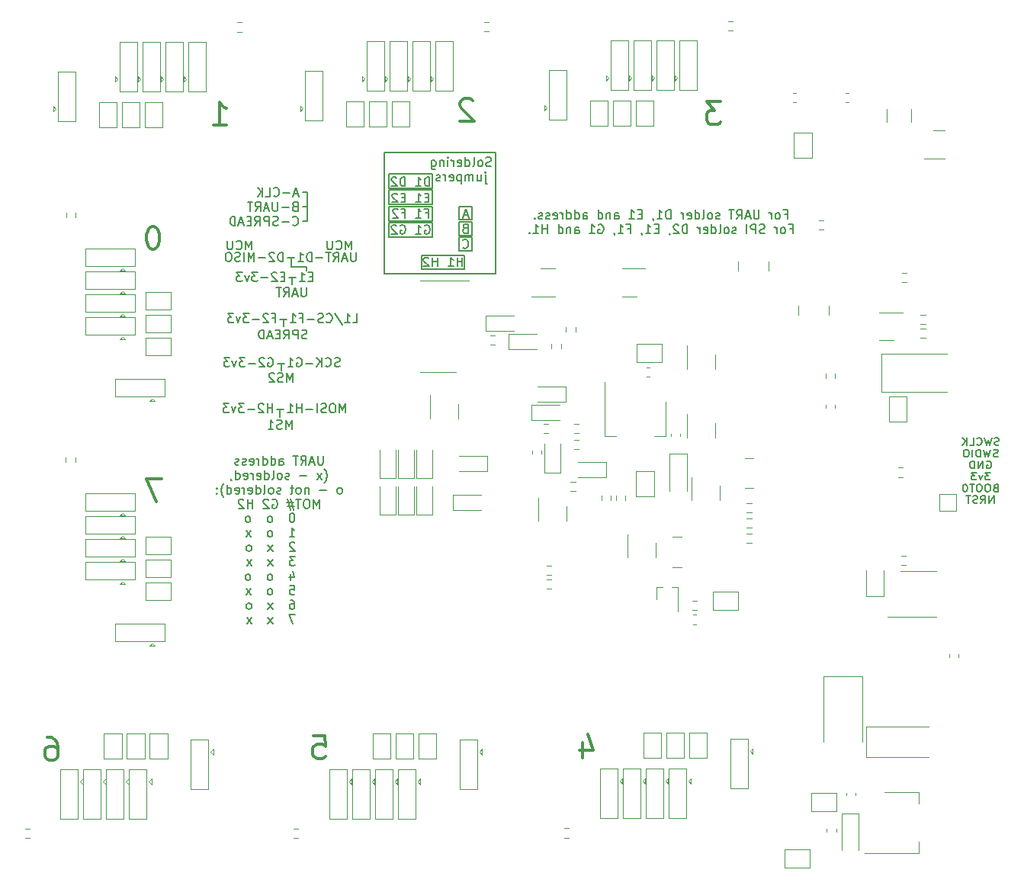
<source format=gbr>
%TF.GenerationSoftware,KiCad,Pcbnew,9.0.6*%
%TF.CreationDate,2026-01-15T17:24:25+03:00*%
%TF.ProjectId,multistepper,6d756c74-6973-4746-9570-7065722e6b69,rev?*%
%TF.SameCoordinates,Original*%
%TF.FileFunction,Legend,Bot*%
%TF.FilePolarity,Positive*%
%FSLAX46Y46*%
G04 Gerber Fmt 4.6, Leading zero omitted, Abs format (unit mm)*
G04 Created by KiCad (PCBNEW 9.0.6) date 2026-01-15 17:24:25*
%MOMM*%
%LPD*%
G01*
G04 APERTURE LIST*
%ADD10C,0.150000*%
%ADD11C,0.350000*%
%ADD12C,0.120000*%
G04 APERTURE END LIST*
D10*
X87000000Y-79800000D02*
X87000000Y-79000000D01*
X86700000Y-84700000D02*
X86700000Y-83900000D01*
X98700000Y-64650000D02*
X103500000Y-64650000D01*
X103500000Y-66250000D01*
X98700000Y-66250000D01*
X98700000Y-64650000D01*
X87800000Y-72200000D02*
X87800000Y-73200000D01*
X106500000Y-68150000D02*
X107900000Y-68150000D01*
X107900000Y-69650000D01*
X106500000Y-69650000D01*
X106500000Y-68150000D01*
X86600000Y-89800000D02*
X86600000Y-89000000D01*
X106500000Y-66450000D02*
X107900000Y-66450000D01*
X107900000Y-67950000D01*
X106500000Y-67950000D01*
X106500000Y-66450000D01*
X98200000Y-60450000D02*
X110500000Y-60450000D01*
X110500000Y-73950000D01*
X98200000Y-73950000D01*
X98200000Y-60450000D01*
X106500000Y-69850000D02*
X107900000Y-69850000D01*
X107900000Y-71350000D01*
X106500000Y-71350000D01*
X106500000Y-69850000D01*
X98700000Y-68250000D02*
X103500000Y-68250000D01*
X103500000Y-69850000D01*
X98700000Y-69850000D01*
X98700000Y-68250000D01*
X89500000Y-73200000D02*
X89500000Y-73600000D01*
X98700000Y-66450000D02*
X103500000Y-66450000D01*
X103500000Y-68050000D01*
X98700000Y-68050000D01*
X98700000Y-66450000D01*
X89600000Y-64900000D02*
X89100000Y-64900000D01*
X102300000Y-71850000D02*
X107100000Y-71850000D01*
X107100000Y-73450000D01*
X102300000Y-73450000D01*
X102300000Y-71850000D01*
X98700000Y-62850000D02*
X103500000Y-62850000D01*
X103500000Y-64450000D01*
X98700000Y-64450000D01*
X98700000Y-62850000D01*
X89100000Y-66500000D02*
X89600000Y-66500000D01*
X87900000Y-74400000D02*
X87900000Y-75100000D01*
X89600000Y-68100000D02*
X89600000Y-64900000D01*
X89100000Y-68100000D02*
X89600000Y-68100000D01*
X87800000Y-73200000D02*
X89500000Y-73200000D01*
X103195237Y-64204819D02*
X103195237Y-63204819D01*
X103195237Y-63204819D02*
X102957142Y-63204819D01*
X102957142Y-63204819D02*
X102814285Y-63252438D01*
X102814285Y-63252438D02*
X102719047Y-63347676D01*
X102719047Y-63347676D02*
X102671428Y-63442914D01*
X102671428Y-63442914D02*
X102623809Y-63633390D01*
X102623809Y-63633390D02*
X102623809Y-63776247D01*
X102623809Y-63776247D02*
X102671428Y-63966723D01*
X102671428Y-63966723D02*
X102719047Y-64061961D01*
X102719047Y-64061961D02*
X102814285Y-64157200D01*
X102814285Y-64157200D02*
X102957142Y-64204819D01*
X102957142Y-64204819D02*
X103195237Y-64204819D01*
X101671428Y-64204819D02*
X102242856Y-64204819D01*
X101957142Y-64204819D02*
X101957142Y-63204819D01*
X101957142Y-63204819D02*
X102052380Y-63347676D01*
X102052380Y-63347676D02*
X102147618Y-63442914D01*
X102147618Y-63442914D02*
X102242856Y-63490533D01*
X100480951Y-64204819D02*
X100480951Y-63204819D01*
X100480951Y-63204819D02*
X100242856Y-63204819D01*
X100242856Y-63204819D02*
X100099999Y-63252438D01*
X100099999Y-63252438D02*
X100004761Y-63347676D01*
X100004761Y-63347676D02*
X99957142Y-63442914D01*
X99957142Y-63442914D02*
X99909523Y-63633390D01*
X99909523Y-63633390D02*
X99909523Y-63776247D01*
X99909523Y-63776247D02*
X99957142Y-63966723D01*
X99957142Y-63966723D02*
X100004761Y-64061961D01*
X100004761Y-64061961D02*
X100099999Y-64157200D01*
X100099999Y-64157200D02*
X100242856Y-64204819D01*
X100242856Y-64204819D02*
X100480951Y-64204819D01*
X99528570Y-63300057D02*
X99480951Y-63252438D01*
X99480951Y-63252438D02*
X99385713Y-63204819D01*
X99385713Y-63204819D02*
X99147618Y-63204819D01*
X99147618Y-63204819D02*
X99052380Y-63252438D01*
X99052380Y-63252438D02*
X99004761Y-63300057D01*
X99004761Y-63300057D02*
X98957142Y-63395295D01*
X98957142Y-63395295D02*
X98957142Y-63490533D01*
X98957142Y-63490533D02*
X99004761Y-63633390D01*
X99004761Y-63633390D02*
X99576189Y-64204819D01*
X99576189Y-64204819D02*
X98957142Y-64204819D01*
X94557142Y-71254819D02*
X94557142Y-70254819D01*
X94557142Y-70254819D02*
X94223809Y-70969104D01*
X94223809Y-70969104D02*
X93890476Y-70254819D01*
X93890476Y-70254819D02*
X93890476Y-71254819D01*
X92842857Y-71159580D02*
X92890476Y-71207200D01*
X92890476Y-71207200D02*
X93033333Y-71254819D01*
X93033333Y-71254819D02*
X93128571Y-71254819D01*
X93128571Y-71254819D02*
X93271428Y-71207200D01*
X93271428Y-71207200D02*
X93366666Y-71111961D01*
X93366666Y-71111961D02*
X93414285Y-71016723D01*
X93414285Y-71016723D02*
X93461904Y-70826247D01*
X93461904Y-70826247D02*
X93461904Y-70683390D01*
X93461904Y-70683390D02*
X93414285Y-70492914D01*
X93414285Y-70492914D02*
X93366666Y-70397676D01*
X93366666Y-70397676D02*
X93271428Y-70302438D01*
X93271428Y-70302438D02*
X93128571Y-70254819D01*
X93128571Y-70254819D02*
X93033333Y-70254819D01*
X93033333Y-70254819D02*
X92890476Y-70302438D01*
X92890476Y-70302438D02*
X92842857Y-70350057D01*
X92414285Y-70254819D02*
X92414285Y-71064342D01*
X92414285Y-71064342D02*
X92366666Y-71159580D01*
X92366666Y-71159580D02*
X92319047Y-71207200D01*
X92319047Y-71207200D02*
X92223809Y-71254819D01*
X92223809Y-71254819D02*
X92033333Y-71254819D01*
X92033333Y-71254819D02*
X91938095Y-71207200D01*
X91938095Y-71207200D02*
X91890476Y-71159580D01*
X91890476Y-71159580D02*
X91842857Y-71064342D01*
X91842857Y-71064342D02*
X91842857Y-70254819D01*
X87985713Y-85954819D02*
X87985713Y-84954819D01*
X87985713Y-84954819D02*
X87652380Y-85669104D01*
X87652380Y-85669104D02*
X87319047Y-84954819D01*
X87319047Y-84954819D02*
X87319047Y-85954819D01*
X86890475Y-85907200D02*
X86747618Y-85954819D01*
X86747618Y-85954819D02*
X86509523Y-85954819D01*
X86509523Y-85954819D02*
X86414285Y-85907200D01*
X86414285Y-85907200D02*
X86366666Y-85859580D01*
X86366666Y-85859580D02*
X86319047Y-85764342D01*
X86319047Y-85764342D02*
X86319047Y-85669104D01*
X86319047Y-85669104D02*
X86366666Y-85573866D01*
X86366666Y-85573866D02*
X86414285Y-85526247D01*
X86414285Y-85526247D02*
X86509523Y-85478628D01*
X86509523Y-85478628D02*
X86699999Y-85431009D01*
X86699999Y-85431009D02*
X86795237Y-85383390D01*
X86795237Y-85383390D02*
X86842856Y-85335771D01*
X86842856Y-85335771D02*
X86890475Y-85240533D01*
X86890475Y-85240533D02*
X86890475Y-85145295D01*
X86890475Y-85145295D02*
X86842856Y-85050057D01*
X86842856Y-85050057D02*
X86795237Y-85002438D01*
X86795237Y-85002438D02*
X86699999Y-84954819D01*
X86699999Y-84954819D02*
X86461904Y-84954819D01*
X86461904Y-84954819D02*
X86319047Y-85002438D01*
X85938094Y-85050057D02*
X85890475Y-85002438D01*
X85890475Y-85002438D02*
X85795237Y-84954819D01*
X85795237Y-84954819D02*
X85557142Y-84954819D01*
X85557142Y-84954819D02*
X85461904Y-85002438D01*
X85461904Y-85002438D02*
X85414285Y-85050057D01*
X85414285Y-85050057D02*
X85366666Y-85145295D01*
X85366666Y-85145295D02*
X85366666Y-85240533D01*
X85366666Y-85240533D02*
X85414285Y-85383390D01*
X85414285Y-85383390D02*
X85985713Y-85954819D01*
X85985713Y-85954819D02*
X85366666Y-85954819D01*
D11*
X60737809Y-125435147D02*
X61213999Y-125435147D01*
X61213999Y-125435147D02*
X61452095Y-125554195D01*
X61452095Y-125554195D02*
X61571142Y-125673242D01*
X61571142Y-125673242D02*
X61809237Y-126030385D01*
X61809237Y-126030385D02*
X61928285Y-126506576D01*
X61928285Y-126506576D02*
X61928285Y-127458957D01*
X61928285Y-127458957D02*
X61809237Y-127697052D01*
X61809237Y-127697052D02*
X61690190Y-127816100D01*
X61690190Y-127816100D02*
X61452095Y-127935147D01*
X61452095Y-127935147D02*
X60975904Y-127935147D01*
X60975904Y-127935147D02*
X60737809Y-127816100D01*
X60737809Y-127816100D02*
X60618761Y-127697052D01*
X60618761Y-127697052D02*
X60499714Y-127458957D01*
X60499714Y-127458957D02*
X60499714Y-126863719D01*
X60499714Y-126863719D02*
X60618761Y-126625623D01*
X60618761Y-126625623D02*
X60737809Y-126506576D01*
X60737809Y-126506576D02*
X60975904Y-126387528D01*
X60975904Y-126387528D02*
X61452095Y-126387528D01*
X61452095Y-126387528D02*
X61690190Y-126506576D01*
X61690190Y-126506576D02*
X61809237Y-126625623D01*
X61809237Y-126625623D02*
X61928285Y-126863719D01*
D10*
X89495237Y-75454819D02*
X89495237Y-76264342D01*
X89495237Y-76264342D02*
X89447618Y-76359580D01*
X89447618Y-76359580D02*
X89399999Y-76407200D01*
X89399999Y-76407200D02*
X89304761Y-76454819D01*
X89304761Y-76454819D02*
X89114285Y-76454819D01*
X89114285Y-76454819D02*
X89019047Y-76407200D01*
X89019047Y-76407200D02*
X88971428Y-76359580D01*
X88971428Y-76359580D02*
X88923809Y-76264342D01*
X88923809Y-76264342D02*
X88923809Y-75454819D01*
X88495237Y-76169104D02*
X88019047Y-76169104D01*
X88590475Y-76454819D02*
X88257142Y-75454819D01*
X88257142Y-75454819D02*
X87923809Y-76454819D01*
X87019047Y-76454819D02*
X87352380Y-75978628D01*
X87590475Y-76454819D02*
X87590475Y-75454819D01*
X87590475Y-75454819D02*
X87209523Y-75454819D01*
X87209523Y-75454819D02*
X87114285Y-75502438D01*
X87114285Y-75502438D02*
X87066666Y-75550057D01*
X87066666Y-75550057D02*
X87019047Y-75645295D01*
X87019047Y-75645295D02*
X87019047Y-75788152D01*
X87019047Y-75788152D02*
X87066666Y-75883390D01*
X87066666Y-75883390D02*
X87114285Y-75931009D01*
X87114285Y-75931009D02*
X87209523Y-75978628D01*
X87209523Y-75978628D02*
X87590475Y-75978628D01*
X86733332Y-75454819D02*
X86161904Y-75454819D01*
X86447618Y-76454819D02*
X86447618Y-75454819D01*
X88610839Y-65059160D02*
X88134649Y-65059160D01*
X88706077Y-65344875D02*
X88372744Y-64344875D01*
X88372744Y-64344875D02*
X88039411Y-65344875D01*
X87706077Y-64963922D02*
X86944173Y-64963922D01*
X85896554Y-65249636D02*
X85944173Y-65297256D01*
X85944173Y-65297256D02*
X86087030Y-65344875D01*
X86087030Y-65344875D02*
X86182268Y-65344875D01*
X86182268Y-65344875D02*
X86325125Y-65297256D01*
X86325125Y-65297256D02*
X86420363Y-65202017D01*
X86420363Y-65202017D02*
X86467982Y-65106779D01*
X86467982Y-65106779D02*
X86515601Y-64916303D01*
X86515601Y-64916303D02*
X86515601Y-64773446D01*
X86515601Y-64773446D02*
X86467982Y-64582970D01*
X86467982Y-64582970D02*
X86420363Y-64487732D01*
X86420363Y-64487732D02*
X86325125Y-64392494D01*
X86325125Y-64392494D02*
X86182268Y-64344875D01*
X86182268Y-64344875D02*
X86087030Y-64344875D01*
X86087030Y-64344875D02*
X85944173Y-64392494D01*
X85944173Y-64392494D02*
X85896554Y-64440113D01*
X84991792Y-65344875D02*
X85467982Y-65344875D01*
X85467982Y-65344875D02*
X85467982Y-64344875D01*
X84658458Y-65344875D02*
X84658458Y-64344875D01*
X84087030Y-65344875D02*
X84515601Y-64773446D01*
X84087030Y-64344875D02*
X84658458Y-64916303D01*
X88229887Y-66431009D02*
X88087030Y-66478628D01*
X88087030Y-66478628D02*
X88039411Y-66526247D01*
X88039411Y-66526247D02*
X87991792Y-66621485D01*
X87991792Y-66621485D02*
X87991792Y-66764342D01*
X87991792Y-66764342D02*
X88039411Y-66859580D01*
X88039411Y-66859580D02*
X88087030Y-66907200D01*
X88087030Y-66907200D02*
X88182268Y-66954819D01*
X88182268Y-66954819D02*
X88563220Y-66954819D01*
X88563220Y-66954819D02*
X88563220Y-65954819D01*
X88563220Y-65954819D02*
X88229887Y-65954819D01*
X88229887Y-65954819D02*
X88134649Y-66002438D01*
X88134649Y-66002438D02*
X88087030Y-66050057D01*
X88087030Y-66050057D02*
X88039411Y-66145295D01*
X88039411Y-66145295D02*
X88039411Y-66240533D01*
X88039411Y-66240533D02*
X88087030Y-66335771D01*
X88087030Y-66335771D02*
X88134649Y-66383390D01*
X88134649Y-66383390D02*
X88229887Y-66431009D01*
X88229887Y-66431009D02*
X88563220Y-66431009D01*
X87563220Y-66573866D02*
X86801316Y-66573866D01*
X86325125Y-65954819D02*
X86325125Y-66764342D01*
X86325125Y-66764342D02*
X86277506Y-66859580D01*
X86277506Y-66859580D02*
X86229887Y-66907200D01*
X86229887Y-66907200D02*
X86134649Y-66954819D01*
X86134649Y-66954819D02*
X85944173Y-66954819D01*
X85944173Y-66954819D02*
X85848935Y-66907200D01*
X85848935Y-66907200D02*
X85801316Y-66859580D01*
X85801316Y-66859580D02*
X85753697Y-66764342D01*
X85753697Y-66764342D02*
X85753697Y-65954819D01*
X85325125Y-66669104D02*
X84848935Y-66669104D01*
X85420363Y-66954819D02*
X85087030Y-65954819D01*
X85087030Y-65954819D02*
X84753697Y-66954819D01*
X83848935Y-66954819D02*
X84182268Y-66478628D01*
X84420363Y-66954819D02*
X84420363Y-65954819D01*
X84420363Y-65954819D02*
X84039411Y-65954819D01*
X84039411Y-65954819D02*
X83944173Y-66002438D01*
X83944173Y-66002438D02*
X83896554Y-66050057D01*
X83896554Y-66050057D02*
X83848935Y-66145295D01*
X83848935Y-66145295D02*
X83848935Y-66288152D01*
X83848935Y-66288152D02*
X83896554Y-66383390D01*
X83896554Y-66383390D02*
X83944173Y-66431009D01*
X83944173Y-66431009D02*
X84039411Y-66478628D01*
X84039411Y-66478628D02*
X84420363Y-66478628D01*
X83563220Y-65954819D02*
X82991792Y-65954819D01*
X83277506Y-66954819D02*
X83277506Y-65954819D01*
X87991792Y-68469524D02*
X88039411Y-68517144D01*
X88039411Y-68517144D02*
X88182268Y-68564763D01*
X88182268Y-68564763D02*
X88277506Y-68564763D01*
X88277506Y-68564763D02*
X88420363Y-68517144D01*
X88420363Y-68517144D02*
X88515601Y-68421905D01*
X88515601Y-68421905D02*
X88563220Y-68326667D01*
X88563220Y-68326667D02*
X88610839Y-68136191D01*
X88610839Y-68136191D02*
X88610839Y-67993334D01*
X88610839Y-67993334D02*
X88563220Y-67802858D01*
X88563220Y-67802858D02*
X88515601Y-67707620D01*
X88515601Y-67707620D02*
X88420363Y-67612382D01*
X88420363Y-67612382D02*
X88277506Y-67564763D01*
X88277506Y-67564763D02*
X88182268Y-67564763D01*
X88182268Y-67564763D02*
X88039411Y-67612382D01*
X88039411Y-67612382D02*
X87991792Y-67660001D01*
X87563220Y-68183810D02*
X86801316Y-68183810D01*
X86372744Y-68517144D02*
X86229887Y-68564763D01*
X86229887Y-68564763D02*
X85991792Y-68564763D01*
X85991792Y-68564763D02*
X85896554Y-68517144D01*
X85896554Y-68517144D02*
X85848935Y-68469524D01*
X85848935Y-68469524D02*
X85801316Y-68374286D01*
X85801316Y-68374286D02*
X85801316Y-68279048D01*
X85801316Y-68279048D02*
X85848935Y-68183810D01*
X85848935Y-68183810D02*
X85896554Y-68136191D01*
X85896554Y-68136191D02*
X85991792Y-68088572D01*
X85991792Y-68088572D02*
X86182268Y-68040953D01*
X86182268Y-68040953D02*
X86277506Y-67993334D01*
X86277506Y-67993334D02*
X86325125Y-67945715D01*
X86325125Y-67945715D02*
X86372744Y-67850477D01*
X86372744Y-67850477D02*
X86372744Y-67755239D01*
X86372744Y-67755239D02*
X86325125Y-67660001D01*
X86325125Y-67660001D02*
X86277506Y-67612382D01*
X86277506Y-67612382D02*
X86182268Y-67564763D01*
X86182268Y-67564763D02*
X85944173Y-67564763D01*
X85944173Y-67564763D02*
X85801316Y-67612382D01*
X85372744Y-68564763D02*
X85372744Y-67564763D01*
X85372744Y-67564763D02*
X84991792Y-67564763D01*
X84991792Y-67564763D02*
X84896554Y-67612382D01*
X84896554Y-67612382D02*
X84848935Y-67660001D01*
X84848935Y-67660001D02*
X84801316Y-67755239D01*
X84801316Y-67755239D02*
X84801316Y-67898096D01*
X84801316Y-67898096D02*
X84848935Y-67993334D01*
X84848935Y-67993334D02*
X84896554Y-68040953D01*
X84896554Y-68040953D02*
X84991792Y-68088572D01*
X84991792Y-68088572D02*
X85372744Y-68088572D01*
X83801316Y-68564763D02*
X84134649Y-68088572D01*
X84372744Y-68564763D02*
X84372744Y-67564763D01*
X84372744Y-67564763D02*
X83991792Y-67564763D01*
X83991792Y-67564763D02*
X83896554Y-67612382D01*
X83896554Y-67612382D02*
X83848935Y-67660001D01*
X83848935Y-67660001D02*
X83801316Y-67755239D01*
X83801316Y-67755239D02*
X83801316Y-67898096D01*
X83801316Y-67898096D02*
X83848935Y-67993334D01*
X83848935Y-67993334D02*
X83896554Y-68040953D01*
X83896554Y-68040953D02*
X83991792Y-68088572D01*
X83991792Y-68088572D02*
X84372744Y-68088572D01*
X83372744Y-68040953D02*
X83039411Y-68040953D01*
X82896554Y-68564763D02*
X83372744Y-68564763D01*
X83372744Y-68564763D02*
X83372744Y-67564763D01*
X83372744Y-67564763D02*
X82896554Y-67564763D01*
X82515601Y-68279048D02*
X82039411Y-68279048D01*
X82610839Y-68564763D02*
X82277506Y-67564763D01*
X82277506Y-67564763D02*
X81944173Y-68564763D01*
X81610839Y-68564763D02*
X81610839Y-67564763D01*
X81610839Y-67564763D02*
X81372744Y-67564763D01*
X81372744Y-67564763D02*
X81229887Y-67612382D01*
X81229887Y-67612382D02*
X81134649Y-67707620D01*
X81134649Y-67707620D02*
X81087030Y-67802858D01*
X81087030Y-67802858D02*
X81039411Y-67993334D01*
X81039411Y-67993334D02*
X81039411Y-68136191D01*
X81039411Y-68136191D02*
X81087030Y-68326667D01*
X81087030Y-68326667D02*
X81134649Y-68421905D01*
X81134649Y-68421905D02*
X81229887Y-68517144D01*
X81229887Y-68517144D02*
X81372744Y-68564763D01*
X81372744Y-68564763D02*
X81610839Y-68564763D01*
D11*
X135504133Y-54823147D02*
X133956514Y-54823147D01*
X133956514Y-54823147D02*
X134789847Y-55775528D01*
X134789847Y-55775528D02*
X134432704Y-55775528D01*
X134432704Y-55775528D02*
X134194609Y-55894576D01*
X134194609Y-55894576D02*
X134075561Y-56013623D01*
X134075561Y-56013623D02*
X133956514Y-56251719D01*
X133956514Y-56251719D02*
X133956514Y-56846957D01*
X133956514Y-56846957D02*
X134075561Y-57085052D01*
X134075561Y-57085052D02*
X134194609Y-57204100D01*
X134194609Y-57204100D02*
X134432704Y-57323147D01*
X134432704Y-57323147D02*
X135146990Y-57323147D01*
X135146990Y-57323147D02*
X135385085Y-57204100D01*
X135385085Y-57204100D02*
X135504133Y-57085052D01*
X108003885Y-54705642D02*
X107884837Y-54586595D01*
X107884837Y-54586595D02*
X107646742Y-54467547D01*
X107646742Y-54467547D02*
X107051504Y-54467547D01*
X107051504Y-54467547D02*
X106813409Y-54586595D01*
X106813409Y-54586595D02*
X106694361Y-54705642D01*
X106694361Y-54705642D02*
X106575314Y-54943738D01*
X106575314Y-54943738D02*
X106575314Y-55181833D01*
X106575314Y-55181833D02*
X106694361Y-55538976D01*
X106694361Y-55538976D02*
X108122933Y-56967547D01*
X108122933Y-56967547D02*
X106575314Y-56967547D01*
D10*
X103099999Y-65481009D02*
X102766666Y-65481009D01*
X102623809Y-66004819D02*
X103099999Y-66004819D01*
X103099999Y-66004819D02*
X103099999Y-65004819D01*
X103099999Y-65004819D02*
X102623809Y-65004819D01*
X101671428Y-66004819D02*
X102242856Y-66004819D01*
X101957142Y-66004819D02*
X101957142Y-65004819D01*
X101957142Y-65004819D02*
X102052380Y-65147676D01*
X102052380Y-65147676D02*
X102147618Y-65242914D01*
X102147618Y-65242914D02*
X102242856Y-65290533D01*
X100480951Y-65481009D02*
X100147618Y-65481009D01*
X100004761Y-66004819D02*
X100480951Y-66004819D01*
X100480951Y-66004819D02*
X100480951Y-65004819D01*
X100480951Y-65004819D02*
X100004761Y-65004819D01*
X99623808Y-65100057D02*
X99576189Y-65052438D01*
X99576189Y-65052438D02*
X99480951Y-65004819D01*
X99480951Y-65004819D02*
X99242856Y-65004819D01*
X99242856Y-65004819D02*
X99147618Y-65052438D01*
X99147618Y-65052438D02*
X99099999Y-65100057D01*
X99099999Y-65100057D02*
X99052380Y-65195295D01*
X99052380Y-65195295D02*
X99052380Y-65290533D01*
X99052380Y-65290533D02*
X99099999Y-65433390D01*
X99099999Y-65433390D02*
X99671427Y-66004819D01*
X99671427Y-66004819D02*
X99052380Y-66004819D01*
X142590478Y-67326037D02*
X142923811Y-67326037D01*
X142923811Y-67849847D02*
X142923811Y-66849847D01*
X142923811Y-66849847D02*
X142447621Y-66849847D01*
X141923811Y-67849847D02*
X142019049Y-67802228D01*
X142019049Y-67802228D02*
X142066668Y-67754608D01*
X142066668Y-67754608D02*
X142114287Y-67659370D01*
X142114287Y-67659370D02*
X142114287Y-67373656D01*
X142114287Y-67373656D02*
X142066668Y-67278418D01*
X142066668Y-67278418D02*
X142019049Y-67230799D01*
X142019049Y-67230799D02*
X141923811Y-67183180D01*
X141923811Y-67183180D02*
X141780954Y-67183180D01*
X141780954Y-67183180D02*
X141685716Y-67230799D01*
X141685716Y-67230799D02*
X141638097Y-67278418D01*
X141638097Y-67278418D02*
X141590478Y-67373656D01*
X141590478Y-67373656D02*
X141590478Y-67659370D01*
X141590478Y-67659370D02*
X141638097Y-67754608D01*
X141638097Y-67754608D02*
X141685716Y-67802228D01*
X141685716Y-67802228D02*
X141780954Y-67849847D01*
X141780954Y-67849847D02*
X141923811Y-67849847D01*
X141161906Y-67849847D02*
X141161906Y-67183180D01*
X141161906Y-67373656D02*
X141114287Y-67278418D01*
X141114287Y-67278418D02*
X141066668Y-67230799D01*
X141066668Y-67230799D02*
X140971430Y-67183180D01*
X140971430Y-67183180D02*
X140876192Y-67183180D01*
X139780953Y-66849847D02*
X139780953Y-67659370D01*
X139780953Y-67659370D02*
X139733334Y-67754608D01*
X139733334Y-67754608D02*
X139685715Y-67802228D01*
X139685715Y-67802228D02*
X139590477Y-67849847D01*
X139590477Y-67849847D02*
X139400001Y-67849847D01*
X139400001Y-67849847D02*
X139304763Y-67802228D01*
X139304763Y-67802228D02*
X139257144Y-67754608D01*
X139257144Y-67754608D02*
X139209525Y-67659370D01*
X139209525Y-67659370D02*
X139209525Y-66849847D01*
X138780953Y-67564132D02*
X138304763Y-67564132D01*
X138876191Y-67849847D02*
X138542858Y-66849847D01*
X138542858Y-66849847D02*
X138209525Y-67849847D01*
X137304763Y-67849847D02*
X137638096Y-67373656D01*
X137876191Y-67849847D02*
X137876191Y-66849847D01*
X137876191Y-66849847D02*
X137495239Y-66849847D01*
X137495239Y-66849847D02*
X137400001Y-66897466D01*
X137400001Y-66897466D02*
X137352382Y-66945085D01*
X137352382Y-66945085D02*
X137304763Y-67040323D01*
X137304763Y-67040323D02*
X137304763Y-67183180D01*
X137304763Y-67183180D02*
X137352382Y-67278418D01*
X137352382Y-67278418D02*
X137400001Y-67326037D01*
X137400001Y-67326037D02*
X137495239Y-67373656D01*
X137495239Y-67373656D02*
X137876191Y-67373656D01*
X137019048Y-66849847D02*
X136447620Y-66849847D01*
X136733334Y-67849847D02*
X136733334Y-66849847D01*
X135400000Y-67802228D02*
X135304762Y-67849847D01*
X135304762Y-67849847D02*
X135114286Y-67849847D01*
X135114286Y-67849847D02*
X135019048Y-67802228D01*
X135019048Y-67802228D02*
X134971429Y-67706989D01*
X134971429Y-67706989D02*
X134971429Y-67659370D01*
X134971429Y-67659370D02*
X135019048Y-67564132D01*
X135019048Y-67564132D02*
X135114286Y-67516513D01*
X135114286Y-67516513D02*
X135257143Y-67516513D01*
X135257143Y-67516513D02*
X135352381Y-67468894D01*
X135352381Y-67468894D02*
X135400000Y-67373656D01*
X135400000Y-67373656D02*
X135400000Y-67326037D01*
X135400000Y-67326037D02*
X135352381Y-67230799D01*
X135352381Y-67230799D02*
X135257143Y-67183180D01*
X135257143Y-67183180D02*
X135114286Y-67183180D01*
X135114286Y-67183180D02*
X135019048Y-67230799D01*
X134400000Y-67849847D02*
X134495238Y-67802228D01*
X134495238Y-67802228D02*
X134542857Y-67754608D01*
X134542857Y-67754608D02*
X134590476Y-67659370D01*
X134590476Y-67659370D02*
X134590476Y-67373656D01*
X134590476Y-67373656D02*
X134542857Y-67278418D01*
X134542857Y-67278418D02*
X134495238Y-67230799D01*
X134495238Y-67230799D02*
X134400000Y-67183180D01*
X134400000Y-67183180D02*
X134257143Y-67183180D01*
X134257143Y-67183180D02*
X134161905Y-67230799D01*
X134161905Y-67230799D02*
X134114286Y-67278418D01*
X134114286Y-67278418D02*
X134066667Y-67373656D01*
X134066667Y-67373656D02*
X134066667Y-67659370D01*
X134066667Y-67659370D02*
X134114286Y-67754608D01*
X134114286Y-67754608D02*
X134161905Y-67802228D01*
X134161905Y-67802228D02*
X134257143Y-67849847D01*
X134257143Y-67849847D02*
X134400000Y-67849847D01*
X133495238Y-67849847D02*
X133590476Y-67802228D01*
X133590476Y-67802228D02*
X133638095Y-67706989D01*
X133638095Y-67706989D02*
X133638095Y-66849847D01*
X132685714Y-67849847D02*
X132685714Y-66849847D01*
X132685714Y-67802228D02*
X132780952Y-67849847D01*
X132780952Y-67849847D02*
X132971428Y-67849847D01*
X132971428Y-67849847D02*
X133066666Y-67802228D01*
X133066666Y-67802228D02*
X133114285Y-67754608D01*
X133114285Y-67754608D02*
X133161904Y-67659370D01*
X133161904Y-67659370D02*
X133161904Y-67373656D01*
X133161904Y-67373656D02*
X133114285Y-67278418D01*
X133114285Y-67278418D02*
X133066666Y-67230799D01*
X133066666Y-67230799D02*
X132971428Y-67183180D01*
X132971428Y-67183180D02*
X132780952Y-67183180D01*
X132780952Y-67183180D02*
X132685714Y-67230799D01*
X131828571Y-67802228D02*
X131923809Y-67849847D01*
X131923809Y-67849847D02*
X132114285Y-67849847D01*
X132114285Y-67849847D02*
X132209523Y-67802228D01*
X132209523Y-67802228D02*
X132257142Y-67706989D01*
X132257142Y-67706989D02*
X132257142Y-67326037D01*
X132257142Y-67326037D02*
X132209523Y-67230799D01*
X132209523Y-67230799D02*
X132114285Y-67183180D01*
X132114285Y-67183180D02*
X131923809Y-67183180D01*
X131923809Y-67183180D02*
X131828571Y-67230799D01*
X131828571Y-67230799D02*
X131780952Y-67326037D01*
X131780952Y-67326037D02*
X131780952Y-67421275D01*
X131780952Y-67421275D02*
X132257142Y-67516513D01*
X131352380Y-67849847D02*
X131352380Y-67183180D01*
X131352380Y-67373656D02*
X131304761Y-67278418D01*
X131304761Y-67278418D02*
X131257142Y-67230799D01*
X131257142Y-67230799D02*
X131161904Y-67183180D01*
X131161904Y-67183180D02*
X131066666Y-67183180D01*
X129971427Y-67849847D02*
X129971427Y-66849847D01*
X129971427Y-66849847D02*
X129733332Y-66849847D01*
X129733332Y-66849847D02*
X129590475Y-66897466D01*
X129590475Y-66897466D02*
X129495237Y-66992704D01*
X129495237Y-66992704D02*
X129447618Y-67087942D01*
X129447618Y-67087942D02*
X129399999Y-67278418D01*
X129399999Y-67278418D02*
X129399999Y-67421275D01*
X129399999Y-67421275D02*
X129447618Y-67611751D01*
X129447618Y-67611751D02*
X129495237Y-67706989D01*
X129495237Y-67706989D02*
X129590475Y-67802228D01*
X129590475Y-67802228D02*
X129733332Y-67849847D01*
X129733332Y-67849847D02*
X129971427Y-67849847D01*
X128447618Y-67849847D02*
X129019046Y-67849847D01*
X128733332Y-67849847D02*
X128733332Y-66849847D01*
X128733332Y-66849847D02*
X128828570Y-66992704D01*
X128828570Y-66992704D02*
X128923808Y-67087942D01*
X128923808Y-67087942D02*
X129019046Y-67135561D01*
X127971427Y-67802228D02*
X127971427Y-67849847D01*
X127971427Y-67849847D02*
X128019046Y-67945085D01*
X128019046Y-67945085D02*
X128066665Y-67992704D01*
X126780951Y-67326037D02*
X126447618Y-67326037D01*
X126304761Y-67849847D02*
X126780951Y-67849847D01*
X126780951Y-67849847D02*
X126780951Y-66849847D01*
X126780951Y-66849847D02*
X126304761Y-66849847D01*
X125352380Y-67849847D02*
X125923808Y-67849847D01*
X125638094Y-67849847D02*
X125638094Y-66849847D01*
X125638094Y-66849847D02*
X125733332Y-66992704D01*
X125733332Y-66992704D02*
X125828570Y-67087942D01*
X125828570Y-67087942D02*
X125923808Y-67135561D01*
X123733332Y-67849847D02*
X123733332Y-67326037D01*
X123733332Y-67326037D02*
X123780951Y-67230799D01*
X123780951Y-67230799D02*
X123876189Y-67183180D01*
X123876189Y-67183180D02*
X124066665Y-67183180D01*
X124066665Y-67183180D02*
X124161903Y-67230799D01*
X123733332Y-67802228D02*
X123828570Y-67849847D01*
X123828570Y-67849847D02*
X124066665Y-67849847D01*
X124066665Y-67849847D02*
X124161903Y-67802228D01*
X124161903Y-67802228D02*
X124209522Y-67706989D01*
X124209522Y-67706989D02*
X124209522Y-67611751D01*
X124209522Y-67611751D02*
X124161903Y-67516513D01*
X124161903Y-67516513D02*
X124066665Y-67468894D01*
X124066665Y-67468894D02*
X123828570Y-67468894D01*
X123828570Y-67468894D02*
X123733332Y-67421275D01*
X123257141Y-67183180D02*
X123257141Y-67849847D01*
X123257141Y-67278418D02*
X123209522Y-67230799D01*
X123209522Y-67230799D02*
X123114284Y-67183180D01*
X123114284Y-67183180D02*
X122971427Y-67183180D01*
X122971427Y-67183180D02*
X122876189Y-67230799D01*
X122876189Y-67230799D02*
X122828570Y-67326037D01*
X122828570Y-67326037D02*
X122828570Y-67849847D01*
X121923808Y-67849847D02*
X121923808Y-66849847D01*
X121923808Y-67802228D02*
X122019046Y-67849847D01*
X122019046Y-67849847D02*
X122209522Y-67849847D01*
X122209522Y-67849847D02*
X122304760Y-67802228D01*
X122304760Y-67802228D02*
X122352379Y-67754608D01*
X122352379Y-67754608D02*
X122399998Y-67659370D01*
X122399998Y-67659370D02*
X122399998Y-67373656D01*
X122399998Y-67373656D02*
X122352379Y-67278418D01*
X122352379Y-67278418D02*
X122304760Y-67230799D01*
X122304760Y-67230799D02*
X122209522Y-67183180D01*
X122209522Y-67183180D02*
X122019046Y-67183180D01*
X122019046Y-67183180D02*
X121923808Y-67230799D01*
X120257141Y-67849847D02*
X120257141Y-67326037D01*
X120257141Y-67326037D02*
X120304760Y-67230799D01*
X120304760Y-67230799D02*
X120399998Y-67183180D01*
X120399998Y-67183180D02*
X120590474Y-67183180D01*
X120590474Y-67183180D02*
X120685712Y-67230799D01*
X120257141Y-67802228D02*
X120352379Y-67849847D01*
X120352379Y-67849847D02*
X120590474Y-67849847D01*
X120590474Y-67849847D02*
X120685712Y-67802228D01*
X120685712Y-67802228D02*
X120733331Y-67706989D01*
X120733331Y-67706989D02*
X120733331Y-67611751D01*
X120733331Y-67611751D02*
X120685712Y-67516513D01*
X120685712Y-67516513D02*
X120590474Y-67468894D01*
X120590474Y-67468894D02*
X120352379Y-67468894D01*
X120352379Y-67468894D02*
X120257141Y-67421275D01*
X119352379Y-67849847D02*
X119352379Y-66849847D01*
X119352379Y-67802228D02*
X119447617Y-67849847D01*
X119447617Y-67849847D02*
X119638093Y-67849847D01*
X119638093Y-67849847D02*
X119733331Y-67802228D01*
X119733331Y-67802228D02*
X119780950Y-67754608D01*
X119780950Y-67754608D02*
X119828569Y-67659370D01*
X119828569Y-67659370D02*
X119828569Y-67373656D01*
X119828569Y-67373656D02*
X119780950Y-67278418D01*
X119780950Y-67278418D02*
X119733331Y-67230799D01*
X119733331Y-67230799D02*
X119638093Y-67183180D01*
X119638093Y-67183180D02*
X119447617Y-67183180D01*
X119447617Y-67183180D02*
X119352379Y-67230799D01*
X118447617Y-67849847D02*
X118447617Y-66849847D01*
X118447617Y-67802228D02*
X118542855Y-67849847D01*
X118542855Y-67849847D02*
X118733331Y-67849847D01*
X118733331Y-67849847D02*
X118828569Y-67802228D01*
X118828569Y-67802228D02*
X118876188Y-67754608D01*
X118876188Y-67754608D02*
X118923807Y-67659370D01*
X118923807Y-67659370D02*
X118923807Y-67373656D01*
X118923807Y-67373656D02*
X118876188Y-67278418D01*
X118876188Y-67278418D02*
X118828569Y-67230799D01*
X118828569Y-67230799D02*
X118733331Y-67183180D01*
X118733331Y-67183180D02*
X118542855Y-67183180D01*
X118542855Y-67183180D02*
X118447617Y-67230799D01*
X117971426Y-67849847D02*
X117971426Y-67183180D01*
X117971426Y-67373656D02*
X117923807Y-67278418D01*
X117923807Y-67278418D02*
X117876188Y-67230799D01*
X117876188Y-67230799D02*
X117780950Y-67183180D01*
X117780950Y-67183180D02*
X117685712Y-67183180D01*
X116971426Y-67802228D02*
X117066664Y-67849847D01*
X117066664Y-67849847D02*
X117257140Y-67849847D01*
X117257140Y-67849847D02*
X117352378Y-67802228D01*
X117352378Y-67802228D02*
X117399997Y-67706989D01*
X117399997Y-67706989D02*
X117399997Y-67326037D01*
X117399997Y-67326037D02*
X117352378Y-67230799D01*
X117352378Y-67230799D02*
X117257140Y-67183180D01*
X117257140Y-67183180D02*
X117066664Y-67183180D01*
X117066664Y-67183180D02*
X116971426Y-67230799D01*
X116971426Y-67230799D02*
X116923807Y-67326037D01*
X116923807Y-67326037D02*
X116923807Y-67421275D01*
X116923807Y-67421275D02*
X117399997Y-67516513D01*
X116542854Y-67802228D02*
X116447616Y-67849847D01*
X116447616Y-67849847D02*
X116257140Y-67849847D01*
X116257140Y-67849847D02*
X116161902Y-67802228D01*
X116161902Y-67802228D02*
X116114283Y-67706989D01*
X116114283Y-67706989D02*
X116114283Y-67659370D01*
X116114283Y-67659370D02*
X116161902Y-67564132D01*
X116161902Y-67564132D02*
X116257140Y-67516513D01*
X116257140Y-67516513D02*
X116399997Y-67516513D01*
X116399997Y-67516513D02*
X116495235Y-67468894D01*
X116495235Y-67468894D02*
X116542854Y-67373656D01*
X116542854Y-67373656D02*
X116542854Y-67326037D01*
X116542854Y-67326037D02*
X116495235Y-67230799D01*
X116495235Y-67230799D02*
X116399997Y-67183180D01*
X116399997Y-67183180D02*
X116257140Y-67183180D01*
X116257140Y-67183180D02*
X116161902Y-67230799D01*
X115733330Y-67802228D02*
X115638092Y-67849847D01*
X115638092Y-67849847D02*
X115447616Y-67849847D01*
X115447616Y-67849847D02*
X115352378Y-67802228D01*
X115352378Y-67802228D02*
X115304759Y-67706989D01*
X115304759Y-67706989D02*
X115304759Y-67659370D01*
X115304759Y-67659370D02*
X115352378Y-67564132D01*
X115352378Y-67564132D02*
X115447616Y-67516513D01*
X115447616Y-67516513D02*
X115590473Y-67516513D01*
X115590473Y-67516513D02*
X115685711Y-67468894D01*
X115685711Y-67468894D02*
X115733330Y-67373656D01*
X115733330Y-67373656D02*
X115733330Y-67326037D01*
X115733330Y-67326037D02*
X115685711Y-67230799D01*
X115685711Y-67230799D02*
X115590473Y-67183180D01*
X115590473Y-67183180D02*
X115447616Y-67183180D01*
X115447616Y-67183180D02*
X115352378Y-67230799D01*
X114876187Y-67754608D02*
X114828568Y-67802228D01*
X114828568Y-67802228D02*
X114876187Y-67849847D01*
X114876187Y-67849847D02*
X114923806Y-67802228D01*
X114923806Y-67802228D02*
X114876187Y-67754608D01*
X114876187Y-67754608D02*
X114876187Y-67849847D01*
X143185715Y-68935981D02*
X143519048Y-68935981D01*
X143519048Y-69459791D02*
X143519048Y-68459791D01*
X143519048Y-68459791D02*
X143042858Y-68459791D01*
X142519048Y-69459791D02*
X142614286Y-69412172D01*
X142614286Y-69412172D02*
X142661905Y-69364552D01*
X142661905Y-69364552D02*
X142709524Y-69269314D01*
X142709524Y-69269314D02*
X142709524Y-68983600D01*
X142709524Y-68983600D02*
X142661905Y-68888362D01*
X142661905Y-68888362D02*
X142614286Y-68840743D01*
X142614286Y-68840743D02*
X142519048Y-68793124D01*
X142519048Y-68793124D02*
X142376191Y-68793124D01*
X142376191Y-68793124D02*
X142280953Y-68840743D01*
X142280953Y-68840743D02*
X142233334Y-68888362D01*
X142233334Y-68888362D02*
X142185715Y-68983600D01*
X142185715Y-68983600D02*
X142185715Y-69269314D01*
X142185715Y-69269314D02*
X142233334Y-69364552D01*
X142233334Y-69364552D02*
X142280953Y-69412172D01*
X142280953Y-69412172D02*
X142376191Y-69459791D01*
X142376191Y-69459791D02*
X142519048Y-69459791D01*
X141757143Y-69459791D02*
X141757143Y-68793124D01*
X141757143Y-68983600D02*
X141709524Y-68888362D01*
X141709524Y-68888362D02*
X141661905Y-68840743D01*
X141661905Y-68840743D02*
X141566667Y-68793124D01*
X141566667Y-68793124D02*
X141471429Y-68793124D01*
X140423809Y-69412172D02*
X140280952Y-69459791D01*
X140280952Y-69459791D02*
X140042857Y-69459791D01*
X140042857Y-69459791D02*
X139947619Y-69412172D01*
X139947619Y-69412172D02*
X139900000Y-69364552D01*
X139900000Y-69364552D02*
X139852381Y-69269314D01*
X139852381Y-69269314D02*
X139852381Y-69174076D01*
X139852381Y-69174076D02*
X139900000Y-69078838D01*
X139900000Y-69078838D02*
X139947619Y-69031219D01*
X139947619Y-69031219D02*
X140042857Y-68983600D01*
X140042857Y-68983600D02*
X140233333Y-68935981D01*
X140233333Y-68935981D02*
X140328571Y-68888362D01*
X140328571Y-68888362D02*
X140376190Y-68840743D01*
X140376190Y-68840743D02*
X140423809Y-68745505D01*
X140423809Y-68745505D02*
X140423809Y-68650267D01*
X140423809Y-68650267D02*
X140376190Y-68555029D01*
X140376190Y-68555029D02*
X140328571Y-68507410D01*
X140328571Y-68507410D02*
X140233333Y-68459791D01*
X140233333Y-68459791D02*
X139995238Y-68459791D01*
X139995238Y-68459791D02*
X139852381Y-68507410D01*
X139423809Y-69459791D02*
X139423809Y-68459791D01*
X139423809Y-68459791D02*
X139042857Y-68459791D01*
X139042857Y-68459791D02*
X138947619Y-68507410D01*
X138947619Y-68507410D02*
X138900000Y-68555029D01*
X138900000Y-68555029D02*
X138852381Y-68650267D01*
X138852381Y-68650267D02*
X138852381Y-68793124D01*
X138852381Y-68793124D02*
X138900000Y-68888362D01*
X138900000Y-68888362D02*
X138947619Y-68935981D01*
X138947619Y-68935981D02*
X139042857Y-68983600D01*
X139042857Y-68983600D02*
X139423809Y-68983600D01*
X138423809Y-69459791D02*
X138423809Y-68459791D01*
X137233333Y-69412172D02*
X137138095Y-69459791D01*
X137138095Y-69459791D02*
X136947619Y-69459791D01*
X136947619Y-69459791D02*
X136852381Y-69412172D01*
X136852381Y-69412172D02*
X136804762Y-69316933D01*
X136804762Y-69316933D02*
X136804762Y-69269314D01*
X136804762Y-69269314D02*
X136852381Y-69174076D01*
X136852381Y-69174076D02*
X136947619Y-69126457D01*
X136947619Y-69126457D02*
X137090476Y-69126457D01*
X137090476Y-69126457D02*
X137185714Y-69078838D01*
X137185714Y-69078838D02*
X137233333Y-68983600D01*
X137233333Y-68983600D02*
X137233333Y-68935981D01*
X137233333Y-68935981D02*
X137185714Y-68840743D01*
X137185714Y-68840743D02*
X137090476Y-68793124D01*
X137090476Y-68793124D02*
X136947619Y-68793124D01*
X136947619Y-68793124D02*
X136852381Y-68840743D01*
X136233333Y-69459791D02*
X136328571Y-69412172D01*
X136328571Y-69412172D02*
X136376190Y-69364552D01*
X136376190Y-69364552D02*
X136423809Y-69269314D01*
X136423809Y-69269314D02*
X136423809Y-68983600D01*
X136423809Y-68983600D02*
X136376190Y-68888362D01*
X136376190Y-68888362D02*
X136328571Y-68840743D01*
X136328571Y-68840743D02*
X136233333Y-68793124D01*
X136233333Y-68793124D02*
X136090476Y-68793124D01*
X136090476Y-68793124D02*
X135995238Y-68840743D01*
X135995238Y-68840743D02*
X135947619Y-68888362D01*
X135947619Y-68888362D02*
X135900000Y-68983600D01*
X135900000Y-68983600D02*
X135900000Y-69269314D01*
X135900000Y-69269314D02*
X135947619Y-69364552D01*
X135947619Y-69364552D02*
X135995238Y-69412172D01*
X135995238Y-69412172D02*
X136090476Y-69459791D01*
X136090476Y-69459791D02*
X136233333Y-69459791D01*
X135328571Y-69459791D02*
X135423809Y-69412172D01*
X135423809Y-69412172D02*
X135471428Y-69316933D01*
X135471428Y-69316933D02*
X135471428Y-68459791D01*
X134519047Y-69459791D02*
X134519047Y-68459791D01*
X134519047Y-69412172D02*
X134614285Y-69459791D01*
X134614285Y-69459791D02*
X134804761Y-69459791D01*
X134804761Y-69459791D02*
X134899999Y-69412172D01*
X134899999Y-69412172D02*
X134947618Y-69364552D01*
X134947618Y-69364552D02*
X134995237Y-69269314D01*
X134995237Y-69269314D02*
X134995237Y-68983600D01*
X134995237Y-68983600D02*
X134947618Y-68888362D01*
X134947618Y-68888362D02*
X134899999Y-68840743D01*
X134899999Y-68840743D02*
X134804761Y-68793124D01*
X134804761Y-68793124D02*
X134614285Y-68793124D01*
X134614285Y-68793124D02*
X134519047Y-68840743D01*
X133661904Y-69412172D02*
X133757142Y-69459791D01*
X133757142Y-69459791D02*
X133947618Y-69459791D01*
X133947618Y-69459791D02*
X134042856Y-69412172D01*
X134042856Y-69412172D02*
X134090475Y-69316933D01*
X134090475Y-69316933D02*
X134090475Y-68935981D01*
X134090475Y-68935981D02*
X134042856Y-68840743D01*
X134042856Y-68840743D02*
X133947618Y-68793124D01*
X133947618Y-68793124D02*
X133757142Y-68793124D01*
X133757142Y-68793124D02*
X133661904Y-68840743D01*
X133661904Y-68840743D02*
X133614285Y-68935981D01*
X133614285Y-68935981D02*
X133614285Y-69031219D01*
X133614285Y-69031219D02*
X134090475Y-69126457D01*
X133185713Y-69459791D02*
X133185713Y-68793124D01*
X133185713Y-68983600D02*
X133138094Y-68888362D01*
X133138094Y-68888362D02*
X133090475Y-68840743D01*
X133090475Y-68840743D02*
X132995237Y-68793124D01*
X132995237Y-68793124D02*
X132899999Y-68793124D01*
X131804760Y-69459791D02*
X131804760Y-68459791D01*
X131804760Y-68459791D02*
X131566665Y-68459791D01*
X131566665Y-68459791D02*
X131423808Y-68507410D01*
X131423808Y-68507410D02*
X131328570Y-68602648D01*
X131328570Y-68602648D02*
X131280951Y-68697886D01*
X131280951Y-68697886D02*
X131233332Y-68888362D01*
X131233332Y-68888362D02*
X131233332Y-69031219D01*
X131233332Y-69031219D02*
X131280951Y-69221695D01*
X131280951Y-69221695D02*
X131328570Y-69316933D01*
X131328570Y-69316933D02*
X131423808Y-69412172D01*
X131423808Y-69412172D02*
X131566665Y-69459791D01*
X131566665Y-69459791D02*
X131804760Y-69459791D01*
X130852379Y-68555029D02*
X130804760Y-68507410D01*
X130804760Y-68507410D02*
X130709522Y-68459791D01*
X130709522Y-68459791D02*
X130471427Y-68459791D01*
X130471427Y-68459791D02*
X130376189Y-68507410D01*
X130376189Y-68507410D02*
X130328570Y-68555029D01*
X130328570Y-68555029D02*
X130280951Y-68650267D01*
X130280951Y-68650267D02*
X130280951Y-68745505D01*
X130280951Y-68745505D02*
X130328570Y-68888362D01*
X130328570Y-68888362D02*
X130899998Y-69459791D01*
X130899998Y-69459791D02*
X130280951Y-69459791D01*
X129804760Y-69412172D02*
X129804760Y-69459791D01*
X129804760Y-69459791D02*
X129852379Y-69555029D01*
X129852379Y-69555029D02*
X129899998Y-69602648D01*
X128614284Y-68935981D02*
X128280951Y-68935981D01*
X128138094Y-69459791D02*
X128614284Y-69459791D01*
X128614284Y-69459791D02*
X128614284Y-68459791D01*
X128614284Y-68459791D02*
X128138094Y-68459791D01*
X127185713Y-69459791D02*
X127757141Y-69459791D01*
X127471427Y-69459791D02*
X127471427Y-68459791D01*
X127471427Y-68459791D02*
X127566665Y-68602648D01*
X127566665Y-68602648D02*
X127661903Y-68697886D01*
X127661903Y-68697886D02*
X127757141Y-68745505D01*
X126709522Y-69412172D02*
X126709522Y-69459791D01*
X126709522Y-69459791D02*
X126757141Y-69555029D01*
X126757141Y-69555029D02*
X126804760Y-69602648D01*
X125185713Y-68935981D02*
X125519046Y-68935981D01*
X125519046Y-69459791D02*
X125519046Y-68459791D01*
X125519046Y-68459791D02*
X125042856Y-68459791D01*
X124138094Y-69459791D02*
X124709522Y-69459791D01*
X124423808Y-69459791D02*
X124423808Y-68459791D01*
X124423808Y-68459791D02*
X124519046Y-68602648D01*
X124519046Y-68602648D02*
X124614284Y-68697886D01*
X124614284Y-68697886D02*
X124709522Y-68745505D01*
X123661903Y-69412172D02*
X123661903Y-69459791D01*
X123661903Y-69459791D02*
X123709522Y-69555029D01*
X123709522Y-69555029D02*
X123757141Y-69602648D01*
X121947618Y-68507410D02*
X122042856Y-68459791D01*
X122042856Y-68459791D02*
X122185713Y-68459791D01*
X122185713Y-68459791D02*
X122328570Y-68507410D01*
X122328570Y-68507410D02*
X122423808Y-68602648D01*
X122423808Y-68602648D02*
X122471427Y-68697886D01*
X122471427Y-68697886D02*
X122519046Y-68888362D01*
X122519046Y-68888362D02*
X122519046Y-69031219D01*
X122519046Y-69031219D02*
X122471427Y-69221695D01*
X122471427Y-69221695D02*
X122423808Y-69316933D01*
X122423808Y-69316933D02*
X122328570Y-69412172D01*
X122328570Y-69412172D02*
X122185713Y-69459791D01*
X122185713Y-69459791D02*
X122090475Y-69459791D01*
X122090475Y-69459791D02*
X121947618Y-69412172D01*
X121947618Y-69412172D02*
X121899999Y-69364552D01*
X121899999Y-69364552D02*
X121899999Y-69031219D01*
X121899999Y-69031219D02*
X122090475Y-69031219D01*
X120947618Y-69459791D02*
X121519046Y-69459791D01*
X121233332Y-69459791D02*
X121233332Y-68459791D01*
X121233332Y-68459791D02*
X121328570Y-68602648D01*
X121328570Y-68602648D02*
X121423808Y-68697886D01*
X121423808Y-68697886D02*
X121519046Y-68745505D01*
X119328570Y-69459791D02*
X119328570Y-68935981D01*
X119328570Y-68935981D02*
X119376189Y-68840743D01*
X119376189Y-68840743D02*
X119471427Y-68793124D01*
X119471427Y-68793124D02*
X119661903Y-68793124D01*
X119661903Y-68793124D02*
X119757141Y-68840743D01*
X119328570Y-69412172D02*
X119423808Y-69459791D01*
X119423808Y-69459791D02*
X119661903Y-69459791D01*
X119661903Y-69459791D02*
X119757141Y-69412172D01*
X119757141Y-69412172D02*
X119804760Y-69316933D01*
X119804760Y-69316933D02*
X119804760Y-69221695D01*
X119804760Y-69221695D02*
X119757141Y-69126457D01*
X119757141Y-69126457D02*
X119661903Y-69078838D01*
X119661903Y-69078838D02*
X119423808Y-69078838D01*
X119423808Y-69078838D02*
X119328570Y-69031219D01*
X118852379Y-68793124D02*
X118852379Y-69459791D01*
X118852379Y-68888362D02*
X118804760Y-68840743D01*
X118804760Y-68840743D02*
X118709522Y-68793124D01*
X118709522Y-68793124D02*
X118566665Y-68793124D01*
X118566665Y-68793124D02*
X118471427Y-68840743D01*
X118471427Y-68840743D02*
X118423808Y-68935981D01*
X118423808Y-68935981D02*
X118423808Y-69459791D01*
X117519046Y-69459791D02*
X117519046Y-68459791D01*
X117519046Y-69412172D02*
X117614284Y-69459791D01*
X117614284Y-69459791D02*
X117804760Y-69459791D01*
X117804760Y-69459791D02*
X117899998Y-69412172D01*
X117899998Y-69412172D02*
X117947617Y-69364552D01*
X117947617Y-69364552D02*
X117995236Y-69269314D01*
X117995236Y-69269314D02*
X117995236Y-68983600D01*
X117995236Y-68983600D02*
X117947617Y-68888362D01*
X117947617Y-68888362D02*
X117899998Y-68840743D01*
X117899998Y-68840743D02*
X117804760Y-68793124D01*
X117804760Y-68793124D02*
X117614284Y-68793124D01*
X117614284Y-68793124D02*
X117519046Y-68840743D01*
X116280950Y-69459791D02*
X116280950Y-68459791D01*
X116280950Y-68935981D02*
X115709522Y-68935981D01*
X115709522Y-69459791D02*
X115709522Y-68459791D01*
X114709522Y-69459791D02*
X115280950Y-69459791D01*
X114995236Y-69459791D02*
X114995236Y-68459791D01*
X114995236Y-68459791D02*
X115090474Y-68602648D01*
X115090474Y-68602648D02*
X115185712Y-68697886D01*
X115185712Y-68697886D02*
X115280950Y-68745505D01*
X114280950Y-69364552D02*
X114233331Y-69412172D01*
X114233331Y-69412172D02*
X114280950Y-69459791D01*
X114280950Y-69459791D02*
X114328569Y-69412172D01*
X114328569Y-69412172D02*
X114280950Y-69364552D01*
X114280950Y-69364552D02*
X114280950Y-69459791D01*
D11*
X72610647Y-68691547D02*
X72372552Y-68691547D01*
X72372552Y-68691547D02*
X72134456Y-68810595D01*
X72134456Y-68810595D02*
X72015409Y-68929642D01*
X72015409Y-68929642D02*
X71896361Y-69167738D01*
X71896361Y-69167738D02*
X71777314Y-69643928D01*
X71777314Y-69643928D02*
X71777314Y-70239166D01*
X71777314Y-70239166D02*
X71896361Y-70715357D01*
X71896361Y-70715357D02*
X72015409Y-70953452D01*
X72015409Y-70953452D02*
X72134456Y-71072500D01*
X72134456Y-71072500D02*
X72372552Y-71191547D01*
X72372552Y-71191547D02*
X72610647Y-71191547D01*
X72610647Y-71191547D02*
X72848742Y-71072500D01*
X72848742Y-71072500D02*
X72967790Y-70953452D01*
X72967790Y-70953452D02*
X73086837Y-70715357D01*
X73086837Y-70715357D02*
X73205885Y-70239166D01*
X73205885Y-70239166D02*
X73205885Y-69643928D01*
X73205885Y-69643928D02*
X73086837Y-69167738D01*
X73086837Y-69167738D02*
X72967790Y-68929642D01*
X72967790Y-68929642D02*
X72848742Y-68810595D01*
X72848742Y-68810595D02*
X72610647Y-68691547D01*
D10*
X106890476Y-71009580D02*
X106938095Y-71057200D01*
X106938095Y-71057200D02*
X107080952Y-71104819D01*
X107080952Y-71104819D02*
X107176190Y-71104819D01*
X107176190Y-71104819D02*
X107319047Y-71057200D01*
X107319047Y-71057200D02*
X107414285Y-70961961D01*
X107414285Y-70961961D02*
X107461904Y-70866723D01*
X107461904Y-70866723D02*
X107509523Y-70676247D01*
X107509523Y-70676247D02*
X107509523Y-70533390D01*
X107509523Y-70533390D02*
X107461904Y-70342914D01*
X107461904Y-70342914D02*
X107414285Y-70247676D01*
X107414285Y-70247676D02*
X107319047Y-70152438D01*
X107319047Y-70152438D02*
X107176190Y-70104819D01*
X107176190Y-70104819D02*
X107080952Y-70104819D01*
X107080952Y-70104819D02*
X106938095Y-70152438D01*
X106938095Y-70152438D02*
X106890476Y-70200057D01*
X87885713Y-91154819D02*
X87885713Y-90154819D01*
X87885713Y-90154819D02*
X87552380Y-90869104D01*
X87552380Y-90869104D02*
X87219047Y-90154819D01*
X87219047Y-90154819D02*
X87219047Y-91154819D01*
X86790475Y-91107200D02*
X86647618Y-91154819D01*
X86647618Y-91154819D02*
X86409523Y-91154819D01*
X86409523Y-91154819D02*
X86314285Y-91107200D01*
X86314285Y-91107200D02*
X86266666Y-91059580D01*
X86266666Y-91059580D02*
X86219047Y-90964342D01*
X86219047Y-90964342D02*
X86219047Y-90869104D01*
X86219047Y-90869104D02*
X86266666Y-90773866D01*
X86266666Y-90773866D02*
X86314285Y-90726247D01*
X86314285Y-90726247D02*
X86409523Y-90678628D01*
X86409523Y-90678628D02*
X86599999Y-90631009D01*
X86599999Y-90631009D02*
X86695237Y-90583390D01*
X86695237Y-90583390D02*
X86742856Y-90535771D01*
X86742856Y-90535771D02*
X86790475Y-90440533D01*
X86790475Y-90440533D02*
X86790475Y-90345295D01*
X86790475Y-90345295D02*
X86742856Y-90250057D01*
X86742856Y-90250057D02*
X86695237Y-90202438D01*
X86695237Y-90202438D02*
X86599999Y-90154819D01*
X86599999Y-90154819D02*
X86361904Y-90154819D01*
X86361904Y-90154819D02*
X86219047Y-90202438D01*
X85266666Y-91154819D02*
X85838094Y-91154819D01*
X85552380Y-91154819D02*
X85552380Y-90154819D01*
X85552380Y-90154819D02*
X85647618Y-90297676D01*
X85647618Y-90297676D02*
X85742856Y-90392914D01*
X85742856Y-90392914D02*
X85838094Y-90440533D01*
X107128571Y-68881009D02*
X106985714Y-68928628D01*
X106985714Y-68928628D02*
X106938095Y-68976247D01*
X106938095Y-68976247D02*
X106890476Y-69071485D01*
X106890476Y-69071485D02*
X106890476Y-69214342D01*
X106890476Y-69214342D02*
X106938095Y-69309580D01*
X106938095Y-69309580D02*
X106985714Y-69357200D01*
X106985714Y-69357200D02*
X107080952Y-69404819D01*
X107080952Y-69404819D02*
X107461904Y-69404819D01*
X107461904Y-69404819D02*
X107461904Y-68404819D01*
X107461904Y-68404819D02*
X107128571Y-68404819D01*
X107128571Y-68404819D02*
X107033333Y-68452438D01*
X107033333Y-68452438D02*
X106985714Y-68500057D01*
X106985714Y-68500057D02*
X106938095Y-68595295D01*
X106938095Y-68595295D02*
X106938095Y-68690533D01*
X106938095Y-68690533D02*
X106985714Y-68785771D01*
X106985714Y-68785771D02*
X107033333Y-68833390D01*
X107033333Y-68833390D02*
X107128571Y-68881009D01*
X107128571Y-68881009D02*
X107461904Y-68881009D01*
X93861903Y-89354819D02*
X93861903Y-88354819D01*
X93861903Y-88354819D02*
X93528570Y-89069104D01*
X93528570Y-89069104D02*
X93195237Y-88354819D01*
X93195237Y-88354819D02*
X93195237Y-89354819D01*
X92528570Y-88354819D02*
X92338094Y-88354819D01*
X92338094Y-88354819D02*
X92242856Y-88402438D01*
X92242856Y-88402438D02*
X92147618Y-88497676D01*
X92147618Y-88497676D02*
X92099999Y-88688152D01*
X92099999Y-88688152D02*
X92099999Y-89021485D01*
X92099999Y-89021485D02*
X92147618Y-89211961D01*
X92147618Y-89211961D02*
X92242856Y-89307200D01*
X92242856Y-89307200D02*
X92338094Y-89354819D01*
X92338094Y-89354819D02*
X92528570Y-89354819D01*
X92528570Y-89354819D02*
X92623808Y-89307200D01*
X92623808Y-89307200D02*
X92719046Y-89211961D01*
X92719046Y-89211961D02*
X92766665Y-89021485D01*
X92766665Y-89021485D02*
X92766665Y-88688152D01*
X92766665Y-88688152D02*
X92719046Y-88497676D01*
X92719046Y-88497676D02*
X92623808Y-88402438D01*
X92623808Y-88402438D02*
X92528570Y-88354819D01*
X91719046Y-89307200D02*
X91576189Y-89354819D01*
X91576189Y-89354819D02*
X91338094Y-89354819D01*
X91338094Y-89354819D02*
X91242856Y-89307200D01*
X91242856Y-89307200D02*
X91195237Y-89259580D01*
X91195237Y-89259580D02*
X91147618Y-89164342D01*
X91147618Y-89164342D02*
X91147618Y-89069104D01*
X91147618Y-89069104D02*
X91195237Y-88973866D01*
X91195237Y-88973866D02*
X91242856Y-88926247D01*
X91242856Y-88926247D02*
X91338094Y-88878628D01*
X91338094Y-88878628D02*
X91528570Y-88831009D01*
X91528570Y-88831009D02*
X91623808Y-88783390D01*
X91623808Y-88783390D02*
X91671427Y-88735771D01*
X91671427Y-88735771D02*
X91719046Y-88640533D01*
X91719046Y-88640533D02*
X91719046Y-88545295D01*
X91719046Y-88545295D02*
X91671427Y-88450057D01*
X91671427Y-88450057D02*
X91623808Y-88402438D01*
X91623808Y-88402438D02*
X91528570Y-88354819D01*
X91528570Y-88354819D02*
X91290475Y-88354819D01*
X91290475Y-88354819D02*
X91147618Y-88402438D01*
X90719046Y-89354819D02*
X90719046Y-88354819D01*
X90242856Y-88973866D02*
X89480952Y-88973866D01*
X89004761Y-89354819D02*
X89004761Y-88354819D01*
X89004761Y-88831009D02*
X88433333Y-88831009D01*
X88433333Y-89354819D02*
X88433333Y-88354819D01*
X87433333Y-89354819D02*
X88004761Y-89354819D01*
X87719047Y-89354819D02*
X87719047Y-88354819D01*
X87719047Y-88354819D02*
X87814285Y-88497676D01*
X87814285Y-88497676D02*
X87909523Y-88592914D01*
X87909523Y-88592914D02*
X88004761Y-88640533D01*
X87004761Y-88973866D02*
X86242857Y-88973866D01*
X85766666Y-89354819D02*
X85766666Y-88354819D01*
X85766666Y-88831009D02*
X85195238Y-88831009D01*
X85195238Y-89354819D02*
X85195238Y-88354819D01*
X84766666Y-88450057D02*
X84719047Y-88402438D01*
X84719047Y-88402438D02*
X84623809Y-88354819D01*
X84623809Y-88354819D02*
X84385714Y-88354819D01*
X84385714Y-88354819D02*
X84290476Y-88402438D01*
X84290476Y-88402438D02*
X84242857Y-88450057D01*
X84242857Y-88450057D02*
X84195238Y-88545295D01*
X84195238Y-88545295D02*
X84195238Y-88640533D01*
X84195238Y-88640533D02*
X84242857Y-88783390D01*
X84242857Y-88783390D02*
X84814285Y-89354819D01*
X84814285Y-89354819D02*
X84195238Y-89354819D01*
X83766666Y-88973866D02*
X83004762Y-88973866D01*
X82623809Y-88354819D02*
X82004762Y-88354819D01*
X82004762Y-88354819D02*
X82338095Y-88735771D01*
X82338095Y-88735771D02*
X82195238Y-88735771D01*
X82195238Y-88735771D02*
X82100000Y-88783390D01*
X82100000Y-88783390D02*
X82052381Y-88831009D01*
X82052381Y-88831009D02*
X82004762Y-88926247D01*
X82004762Y-88926247D02*
X82004762Y-89164342D01*
X82004762Y-89164342D02*
X82052381Y-89259580D01*
X82052381Y-89259580D02*
X82100000Y-89307200D01*
X82100000Y-89307200D02*
X82195238Y-89354819D01*
X82195238Y-89354819D02*
X82480952Y-89354819D01*
X82480952Y-89354819D02*
X82576190Y-89307200D01*
X82576190Y-89307200D02*
X82623809Y-89259580D01*
X81671428Y-88688152D02*
X81433333Y-89354819D01*
X81433333Y-89354819D02*
X81195238Y-88688152D01*
X80909523Y-88354819D02*
X80290476Y-88354819D01*
X80290476Y-88354819D02*
X80623809Y-88735771D01*
X80623809Y-88735771D02*
X80480952Y-88735771D01*
X80480952Y-88735771D02*
X80385714Y-88783390D01*
X80385714Y-88783390D02*
X80338095Y-88831009D01*
X80338095Y-88831009D02*
X80290476Y-88926247D01*
X80290476Y-88926247D02*
X80290476Y-89164342D01*
X80290476Y-89164342D02*
X80338095Y-89259580D01*
X80338095Y-89259580D02*
X80385714Y-89307200D01*
X80385714Y-89307200D02*
X80480952Y-89354819D01*
X80480952Y-89354819D02*
X80766666Y-89354819D01*
X80766666Y-89354819D02*
X80861904Y-89307200D01*
X80861904Y-89307200D02*
X80909523Y-89259580D01*
X106842856Y-73104819D02*
X106842856Y-72104819D01*
X106842856Y-72581009D02*
X106271428Y-72581009D01*
X106271428Y-73104819D02*
X106271428Y-72104819D01*
X105271428Y-73104819D02*
X105842856Y-73104819D01*
X105557142Y-73104819D02*
X105557142Y-72104819D01*
X105557142Y-72104819D02*
X105652380Y-72247676D01*
X105652380Y-72247676D02*
X105747618Y-72342914D01*
X105747618Y-72342914D02*
X105842856Y-72390533D01*
X104080951Y-73104819D02*
X104080951Y-72104819D01*
X104080951Y-72581009D02*
X103509523Y-72581009D01*
X103509523Y-73104819D02*
X103509523Y-72104819D01*
X103080951Y-72200057D02*
X103033332Y-72152438D01*
X103033332Y-72152438D02*
X102938094Y-72104819D01*
X102938094Y-72104819D02*
X102699999Y-72104819D01*
X102699999Y-72104819D02*
X102604761Y-72152438D01*
X102604761Y-72152438D02*
X102557142Y-72200057D01*
X102557142Y-72200057D02*
X102509523Y-72295295D01*
X102509523Y-72295295D02*
X102509523Y-72390533D01*
X102509523Y-72390533D02*
X102557142Y-72533390D01*
X102557142Y-72533390D02*
X103128570Y-73104819D01*
X103128570Y-73104819D02*
X102509523Y-73104819D01*
X102671428Y-68552438D02*
X102766666Y-68504819D01*
X102766666Y-68504819D02*
X102909523Y-68504819D01*
X102909523Y-68504819D02*
X103052380Y-68552438D01*
X103052380Y-68552438D02*
X103147618Y-68647676D01*
X103147618Y-68647676D02*
X103195237Y-68742914D01*
X103195237Y-68742914D02*
X103242856Y-68933390D01*
X103242856Y-68933390D02*
X103242856Y-69076247D01*
X103242856Y-69076247D02*
X103195237Y-69266723D01*
X103195237Y-69266723D02*
X103147618Y-69361961D01*
X103147618Y-69361961D02*
X103052380Y-69457200D01*
X103052380Y-69457200D02*
X102909523Y-69504819D01*
X102909523Y-69504819D02*
X102814285Y-69504819D01*
X102814285Y-69504819D02*
X102671428Y-69457200D01*
X102671428Y-69457200D02*
X102623809Y-69409580D01*
X102623809Y-69409580D02*
X102623809Y-69076247D01*
X102623809Y-69076247D02*
X102814285Y-69076247D01*
X101671428Y-69504819D02*
X102242856Y-69504819D01*
X101957142Y-69504819D02*
X101957142Y-68504819D01*
X101957142Y-68504819D02*
X102052380Y-68647676D01*
X102052380Y-68647676D02*
X102147618Y-68742914D01*
X102147618Y-68742914D02*
X102242856Y-68790533D01*
X99957142Y-68552438D02*
X100052380Y-68504819D01*
X100052380Y-68504819D02*
X100195237Y-68504819D01*
X100195237Y-68504819D02*
X100338094Y-68552438D01*
X100338094Y-68552438D02*
X100433332Y-68647676D01*
X100433332Y-68647676D02*
X100480951Y-68742914D01*
X100480951Y-68742914D02*
X100528570Y-68933390D01*
X100528570Y-68933390D02*
X100528570Y-69076247D01*
X100528570Y-69076247D02*
X100480951Y-69266723D01*
X100480951Y-69266723D02*
X100433332Y-69361961D01*
X100433332Y-69361961D02*
X100338094Y-69457200D01*
X100338094Y-69457200D02*
X100195237Y-69504819D01*
X100195237Y-69504819D02*
X100099999Y-69504819D01*
X100099999Y-69504819D02*
X99957142Y-69457200D01*
X99957142Y-69457200D02*
X99909523Y-69409580D01*
X99909523Y-69409580D02*
X99909523Y-69076247D01*
X99909523Y-69076247D02*
X100099999Y-69076247D01*
X99528570Y-68600057D02*
X99480951Y-68552438D01*
X99480951Y-68552438D02*
X99385713Y-68504819D01*
X99385713Y-68504819D02*
X99147618Y-68504819D01*
X99147618Y-68504819D02*
X99052380Y-68552438D01*
X99052380Y-68552438D02*
X99004761Y-68600057D01*
X99004761Y-68600057D02*
X98957142Y-68695295D01*
X98957142Y-68695295D02*
X98957142Y-68790533D01*
X98957142Y-68790533D02*
X99004761Y-68933390D01*
X99004761Y-68933390D02*
X99576189Y-69504819D01*
X99576189Y-69504819D02*
X98957142Y-69504819D01*
X102719047Y-67181009D02*
X103052380Y-67181009D01*
X103052380Y-67704819D02*
X103052380Y-66704819D01*
X103052380Y-66704819D02*
X102576190Y-66704819D01*
X101671428Y-67704819D02*
X102242856Y-67704819D01*
X101957142Y-67704819D02*
X101957142Y-66704819D01*
X101957142Y-66704819D02*
X102052380Y-66847676D01*
X102052380Y-66847676D02*
X102147618Y-66942914D01*
X102147618Y-66942914D02*
X102242856Y-66990533D01*
X100147618Y-67181009D02*
X100480951Y-67181009D01*
X100480951Y-67704819D02*
X100480951Y-66704819D01*
X100480951Y-66704819D02*
X100004761Y-66704819D01*
X99671427Y-66800057D02*
X99623808Y-66752438D01*
X99623808Y-66752438D02*
X99528570Y-66704819D01*
X99528570Y-66704819D02*
X99290475Y-66704819D01*
X99290475Y-66704819D02*
X99195237Y-66752438D01*
X99195237Y-66752438D02*
X99147618Y-66800057D01*
X99147618Y-66800057D02*
X99099999Y-66895295D01*
X99099999Y-66895295D02*
X99099999Y-66990533D01*
X99099999Y-66990533D02*
X99147618Y-67133390D01*
X99147618Y-67133390D02*
X99719046Y-67704819D01*
X99719046Y-67704819D02*
X99099999Y-67704819D01*
X83457142Y-71254819D02*
X83457142Y-70254819D01*
X83457142Y-70254819D02*
X83123809Y-70969104D01*
X83123809Y-70969104D02*
X82790476Y-70254819D01*
X82790476Y-70254819D02*
X82790476Y-71254819D01*
X81742857Y-71159580D02*
X81790476Y-71207200D01*
X81790476Y-71207200D02*
X81933333Y-71254819D01*
X81933333Y-71254819D02*
X82028571Y-71254819D01*
X82028571Y-71254819D02*
X82171428Y-71207200D01*
X82171428Y-71207200D02*
X82266666Y-71111961D01*
X82266666Y-71111961D02*
X82314285Y-71016723D01*
X82314285Y-71016723D02*
X82361904Y-70826247D01*
X82361904Y-70826247D02*
X82361904Y-70683390D01*
X82361904Y-70683390D02*
X82314285Y-70492914D01*
X82314285Y-70492914D02*
X82266666Y-70397676D01*
X82266666Y-70397676D02*
X82171428Y-70302438D01*
X82171428Y-70302438D02*
X82028571Y-70254819D01*
X82028571Y-70254819D02*
X81933333Y-70254819D01*
X81933333Y-70254819D02*
X81790476Y-70302438D01*
X81790476Y-70302438D02*
X81742857Y-70350057D01*
X81314285Y-70254819D02*
X81314285Y-71064342D01*
X81314285Y-71064342D02*
X81266666Y-71159580D01*
X81266666Y-71159580D02*
X81219047Y-71207200D01*
X81219047Y-71207200D02*
X81123809Y-71254819D01*
X81123809Y-71254819D02*
X80933333Y-71254819D01*
X80933333Y-71254819D02*
X80838095Y-71207200D01*
X80838095Y-71207200D02*
X80790476Y-71159580D01*
X80790476Y-71159580D02*
X80742857Y-71064342D01*
X80742857Y-71064342D02*
X80742857Y-70254819D01*
D11*
X120173809Y-126014480D02*
X120173809Y-127681147D01*
X120769047Y-125062100D02*
X121364285Y-126847814D01*
X121364285Y-126847814D02*
X119816666Y-126847814D01*
D10*
X90190475Y-74231009D02*
X89857142Y-74231009D01*
X89714285Y-74754819D02*
X90190475Y-74754819D01*
X90190475Y-74754819D02*
X90190475Y-73754819D01*
X90190475Y-73754819D02*
X89714285Y-73754819D01*
X88761904Y-74754819D02*
X89333332Y-74754819D01*
X89047618Y-74754819D02*
X89047618Y-73754819D01*
X89047618Y-73754819D02*
X89142856Y-73897676D01*
X89142856Y-73897676D02*
X89238094Y-73992914D01*
X89238094Y-73992914D02*
X89333332Y-74040533D01*
X88333332Y-74373866D02*
X87571428Y-74373866D01*
X87095237Y-74231009D02*
X86761904Y-74231009D01*
X86619047Y-74754819D02*
X87095237Y-74754819D01*
X87095237Y-74754819D02*
X87095237Y-73754819D01*
X87095237Y-73754819D02*
X86619047Y-73754819D01*
X86238094Y-73850057D02*
X86190475Y-73802438D01*
X86190475Y-73802438D02*
X86095237Y-73754819D01*
X86095237Y-73754819D02*
X85857142Y-73754819D01*
X85857142Y-73754819D02*
X85761904Y-73802438D01*
X85761904Y-73802438D02*
X85714285Y-73850057D01*
X85714285Y-73850057D02*
X85666666Y-73945295D01*
X85666666Y-73945295D02*
X85666666Y-74040533D01*
X85666666Y-74040533D02*
X85714285Y-74183390D01*
X85714285Y-74183390D02*
X86285713Y-74754819D01*
X86285713Y-74754819D02*
X85666666Y-74754819D01*
X85238094Y-74373866D02*
X84476190Y-74373866D01*
X84095237Y-73754819D02*
X83476190Y-73754819D01*
X83476190Y-73754819D02*
X83809523Y-74135771D01*
X83809523Y-74135771D02*
X83666666Y-74135771D01*
X83666666Y-74135771D02*
X83571428Y-74183390D01*
X83571428Y-74183390D02*
X83523809Y-74231009D01*
X83523809Y-74231009D02*
X83476190Y-74326247D01*
X83476190Y-74326247D02*
X83476190Y-74564342D01*
X83476190Y-74564342D02*
X83523809Y-74659580D01*
X83523809Y-74659580D02*
X83571428Y-74707200D01*
X83571428Y-74707200D02*
X83666666Y-74754819D01*
X83666666Y-74754819D02*
X83952380Y-74754819D01*
X83952380Y-74754819D02*
X84047618Y-74707200D01*
X84047618Y-74707200D02*
X84095237Y-74659580D01*
X83142856Y-74088152D02*
X82904761Y-74754819D01*
X82904761Y-74754819D02*
X82666666Y-74088152D01*
X82380951Y-73754819D02*
X81761904Y-73754819D01*
X81761904Y-73754819D02*
X82095237Y-74135771D01*
X82095237Y-74135771D02*
X81952380Y-74135771D01*
X81952380Y-74135771D02*
X81857142Y-74183390D01*
X81857142Y-74183390D02*
X81809523Y-74231009D01*
X81809523Y-74231009D02*
X81761904Y-74326247D01*
X81761904Y-74326247D02*
X81761904Y-74564342D01*
X81761904Y-74564342D02*
X81809523Y-74659580D01*
X81809523Y-74659580D02*
X81857142Y-74707200D01*
X81857142Y-74707200D02*
X81952380Y-74754819D01*
X81952380Y-74754819D02*
X82238094Y-74754819D01*
X82238094Y-74754819D02*
X82333332Y-74707200D01*
X82333332Y-74707200D02*
X82380951Y-74659580D01*
X166424513Y-92913113D02*
X166295942Y-92951208D01*
X166295942Y-92951208D02*
X166081656Y-92951208D01*
X166081656Y-92951208D02*
X165995942Y-92913113D01*
X165995942Y-92913113D02*
X165953084Y-92875017D01*
X165953084Y-92875017D02*
X165910227Y-92798827D01*
X165910227Y-92798827D02*
X165910227Y-92722636D01*
X165910227Y-92722636D02*
X165953084Y-92646446D01*
X165953084Y-92646446D02*
X165995942Y-92608351D01*
X165995942Y-92608351D02*
X166081656Y-92570255D01*
X166081656Y-92570255D02*
X166253084Y-92532160D01*
X166253084Y-92532160D02*
X166338799Y-92494065D01*
X166338799Y-92494065D02*
X166381656Y-92455970D01*
X166381656Y-92455970D02*
X166424513Y-92379779D01*
X166424513Y-92379779D02*
X166424513Y-92303589D01*
X166424513Y-92303589D02*
X166381656Y-92227398D01*
X166381656Y-92227398D02*
X166338799Y-92189303D01*
X166338799Y-92189303D02*
X166253084Y-92151208D01*
X166253084Y-92151208D02*
X166038799Y-92151208D01*
X166038799Y-92151208D02*
X165910227Y-92189303D01*
X165610227Y-92151208D02*
X165395941Y-92951208D01*
X165395941Y-92951208D02*
X165224513Y-92379779D01*
X165224513Y-92379779D02*
X165053084Y-92951208D01*
X165053084Y-92951208D02*
X164838799Y-92151208D01*
X163981656Y-92875017D02*
X164024513Y-92913113D01*
X164024513Y-92913113D02*
X164153085Y-92951208D01*
X164153085Y-92951208D02*
X164238799Y-92951208D01*
X164238799Y-92951208D02*
X164367370Y-92913113D01*
X164367370Y-92913113D02*
X164453085Y-92836922D01*
X164453085Y-92836922D02*
X164495942Y-92760732D01*
X164495942Y-92760732D02*
X164538799Y-92608351D01*
X164538799Y-92608351D02*
X164538799Y-92494065D01*
X164538799Y-92494065D02*
X164495942Y-92341684D01*
X164495942Y-92341684D02*
X164453085Y-92265493D01*
X164453085Y-92265493D02*
X164367370Y-92189303D01*
X164367370Y-92189303D02*
X164238799Y-92151208D01*
X164238799Y-92151208D02*
X164153085Y-92151208D01*
X164153085Y-92151208D02*
X164024513Y-92189303D01*
X164024513Y-92189303D02*
X163981656Y-92227398D01*
X163167370Y-92951208D02*
X163595942Y-92951208D01*
X163595942Y-92951208D02*
X163595942Y-92151208D01*
X162867371Y-92951208D02*
X162867371Y-92151208D01*
X162353085Y-92951208D02*
X162738799Y-92494065D01*
X162353085Y-92151208D02*
X162867371Y-92608351D01*
X166295942Y-94201068D02*
X166167371Y-94239163D01*
X166167371Y-94239163D02*
X165953085Y-94239163D01*
X165953085Y-94239163D02*
X165867371Y-94201068D01*
X165867371Y-94201068D02*
X165824513Y-94162972D01*
X165824513Y-94162972D02*
X165781656Y-94086782D01*
X165781656Y-94086782D02*
X165781656Y-94010591D01*
X165781656Y-94010591D02*
X165824513Y-93934401D01*
X165824513Y-93934401D02*
X165867371Y-93896306D01*
X165867371Y-93896306D02*
X165953085Y-93858210D01*
X165953085Y-93858210D02*
X166124513Y-93820115D01*
X166124513Y-93820115D02*
X166210228Y-93782020D01*
X166210228Y-93782020D02*
X166253085Y-93743925D01*
X166253085Y-93743925D02*
X166295942Y-93667734D01*
X166295942Y-93667734D02*
X166295942Y-93591544D01*
X166295942Y-93591544D02*
X166253085Y-93515353D01*
X166253085Y-93515353D02*
X166210228Y-93477258D01*
X166210228Y-93477258D02*
X166124513Y-93439163D01*
X166124513Y-93439163D02*
X165910228Y-93439163D01*
X165910228Y-93439163D02*
X165781656Y-93477258D01*
X165481656Y-93439163D02*
X165267370Y-94239163D01*
X165267370Y-94239163D02*
X165095942Y-93667734D01*
X165095942Y-93667734D02*
X164924513Y-94239163D01*
X164924513Y-94239163D02*
X164710228Y-93439163D01*
X164367371Y-94239163D02*
X164367371Y-93439163D01*
X164367371Y-93439163D02*
X164153085Y-93439163D01*
X164153085Y-93439163D02*
X164024514Y-93477258D01*
X164024514Y-93477258D02*
X163938799Y-93553448D01*
X163938799Y-93553448D02*
X163895942Y-93629639D01*
X163895942Y-93629639D02*
X163853085Y-93782020D01*
X163853085Y-93782020D02*
X163853085Y-93896306D01*
X163853085Y-93896306D02*
X163895942Y-94048687D01*
X163895942Y-94048687D02*
X163938799Y-94124877D01*
X163938799Y-94124877D02*
X164024514Y-94201068D01*
X164024514Y-94201068D02*
X164153085Y-94239163D01*
X164153085Y-94239163D02*
X164367371Y-94239163D01*
X163467371Y-94239163D02*
X163467371Y-93439163D01*
X162867371Y-93439163D02*
X162695943Y-93439163D01*
X162695943Y-93439163D02*
X162610228Y-93477258D01*
X162610228Y-93477258D02*
X162524514Y-93553448D01*
X162524514Y-93553448D02*
X162481657Y-93705829D01*
X162481657Y-93705829D02*
X162481657Y-93972496D01*
X162481657Y-93972496D02*
X162524514Y-94124877D01*
X162524514Y-94124877D02*
X162610228Y-94201068D01*
X162610228Y-94201068D02*
X162695943Y-94239163D01*
X162695943Y-94239163D02*
X162867371Y-94239163D01*
X162867371Y-94239163D02*
X162953086Y-94201068D01*
X162953086Y-94201068D02*
X163038800Y-94124877D01*
X163038800Y-94124877D02*
X163081657Y-93972496D01*
X163081657Y-93972496D02*
X163081657Y-93705829D01*
X163081657Y-93705829D02*
X163038800Y-93553448D01*
X163038800Y-93553448D02*
X162953086Y-93477258D01*
X162953086Y-93477258D02*
X162867371Y-93439163D01*
X165074513Y-94765213D02*
X165160228Y-94727118D01*
X165160228Y-94727118D02*
X165288799Y-94727118D01*
X165288799Y-94727118D02*
X165417370Y-94765213D01*
X165417370Y-94765213D02*
X165503085Y-94841403D01*
X165503085Y-94841403D02*
X165545942Y-94917594D01*
X165545942Y-94917594D02*
X165588799Y-95069975D01*
X165588799Y-95069975D02*
X165588799Y-95184261D01*
X165588799Y-95184261D02*
X165545942Y-95336642D01*
X165545942Y-95336642D02*
X165503085Y-95412832D01*
X165503085Y-95412832D02*
X165417370Y-95489023D01*
X165417370Y-95489023D02*
X165288799Y-95527118D01*
X165288799Y-95527118D02*
X165203085Y-95527118D01*
X165203085Y-95527118D02*
X165074513Y-95489023D01*
X165074513Y-95489023D02*
X165031656Y-95450927D01*
X165031656Y-95450927D02*
X165031656Y-95184261D01*
X165031656Y-95184261D02*
X165203085Y-95184261D01*
X164645942Y-95527118D02*
X164645942Y-94727118D01*
X164645942Y-94727118D02*
X164131656Y-95527118D01*
X164131656Y-95527118D02*
X164131656Y-94727118D01*
X163703085Y-95527118D02*
X163703085Y-94727118D01*
X163703085Y-94727118D02*
X163488799Y-94727118D01*
X163488799Y-94727118D02*
X163360228Y-94765213D01*
X163360228Y-94765213D02*
X163274513Y-94841403D01*
X163274513Y-94841403D02*
X163231656Y-94917594D01*
X163231656Y-94917594D02*
X163188799Y-95069975D01*
X163188799Y-95069975D02*
X163188799Y-95184261D01*
X163188799Y-95184261D02*
X163231656Y-95336642D01*
X163231656Y-95336642D02*
X163274513Y-95412832D01*
X163274513Y-95412832D02*
X163360228Y-95489023D01*
X163360228Y-95489023D02*
X163488799Y-95527118D01*
X163488799Y-95527118D02*
X163703085Y-95527118D01*
X165460228Y-96015073D02*
X164903085Y-96015073D01*
X164903085Y-96015073D02*
X165203085Y-96319835D01*
X165203085Y-96319835D02*
X165074514Y-96319835D01*
X165074514Y-96319835D02*
X164988800Y-96357930D01*
X164988800Y-96357930D02*
X164945942Y-96396025D01*
X164945942Y-96396025D02*
X164903085Y-96472216D01*
X164903085Y-96472216D02*
X164903085Y-96662692D01*
X164903085Y-96662692D02*
X164945942Y-96738882D01*
X164945942Y-96738882D02*
X164988800Y-96776978D01*
X164988800Y-96776978D02*
X165074514Y-96815073D01*
X165074514Y-96815073D02*
X165331657Y-96815073D01*
X165331657Y-96815073D02*
X165417371Y-96776978D01*
X165417371Y-96776978D02*
X165460228Y-96738882D01*
X164603085Y-96281739D02*
X164388799Y-96815073D01*
X164388799Y-96815073D02*
X164174514Y-96281739D01*
X163917371Y-96015073D02*
X163360228Y-96015073D01*
X163360228Y-96015073D02*
X163660228Y-96319835D01*
X163660228Y-96319835D02*
X163531657Y-96319835D01*
X163531657Y-96319835D02*
X163445943Y-96357930D01*
X163445943Y-96357930D02*
X163403085Y-96396025D01*
X163403085Y-96396025D02*
X163360228Y-96472216D01*
X163360228Y-96472216D02*
X163360228Y-96662692D01*
X163360228Y-96662692D02*
X163403085Y-96738882D01*
X163403085Y-96738882D02*
X163445943Y-96776978D01*
X163445943Y-96776978D02*
X163531657Y-96815073D01*
X163531657Y-96815073D02*
X163788800Y-96815073D01*
X163788800Y-96815073D02*
X163874514Y-96776978D01*
X163874514Y-96776978D02*
X163917371Y-96738882D01*
X166038799Y-97683980D02*
X165910227Y-97722075D01*
X165910227Y-97722075D02*
X165867370Y-97760171D01*
X165867370Y-97760171D02*
X165824513Y-97836361D01*
X165824513Y-97836361D02*
X165824513Y-97950647D01*
X165824513Y-97950647D02*
X165867370Y-98026837D01*
X165867370Y-98026837D02*
X165910227Y-98064933D01*
X165910227Y-98064933D02*
X165995942Y-98103028D01*
X165995942Y-98103028D02*
X166338799Y-98103028D01*
X166338799Y-98103028D02*
X166338799Y-97303028D01*
X166338799Y-97303028D02*
X166038799Y-97303028D01*
X166038799Y-97303028D02*
X165953085Y-97341123D01*
X165953085Y-97341123D02*
X165910227Y-97379218D01*
X165910227Y-97379218D02*
X165867370Y-97455409D01*
X165867370Y-97455409D02*
X165867370Y-97531599D01*
X165867370Y-97531599D02*
X165910227Y-97607790D01*
X165910227Y-97607790D02*
X165953085Y-97645885D01*
X165953085Y-97645885D02*
X166038799Y-97683980D01*
X166038799Y-97683980D02*
X166338799Y-97683980D01*
X165267370Y-97303028D02*
X165095942Y-97303028D01*
X165095942Y-97303028D02*
X165010227Y-97341123D01*
X165010227Y-97341123D02*
X164924513Y-97417313D01*
X164924513Y-97417313D02*
X164881656Y-97569694D01*
X164881656Y-97569694D02*
X164881656Y-97836361D01*
X164881656Y-97836361D02*
X164924513Y-97988742D01*
X164924513Y-97988742D02*
X165010227Y-98064933D01*
X165010227Y-98064933D02*
X165095942Y-98103028D01*
X165095942Y-98103028D02*
X165267370Y-98103028D01*
X165267370Y-98103028D02*
X165353085Y-98064933D01*
X165353085Y-98064933D02*
X165438799Y-97988742D01*
X165438799Y-97988742D02*
X165481656Y-97836361D01*
X165481656Y-97836361D02*
X165481656Y-97569694D01*
X165481656Y-97569694D02*
X165438799Y-97417313D01*
X165438799Y-97417313D02*
X165353085Y-97341123D01*
X165353085Y-97341123D02*
X165267370Y-97303028D01*
X164324513Y-97303028D02*
X164153085Y-97303028D01*
X164153085Y-97303028D02*
X164067370Y-97341123D01*
X164067370Y-97341123D02*
X163981656Y-97417313D01*
X163981656Y-97417313D02*
X163938799Y-97569694D01*
X163938799Y-97569694D02*
X163938799Y-97836361D01*
X163938799Y-97836361D02*
X163981656Y-97988742D01*
X163981656Y-97988742D02*
X164067370Y-98064933D01*
X164067370Y-98064933D02*
X164153085Y-98103028D01*
X164153085Y-98103028D02*
X164324513Y-98103028D01*
X164324513Y-98103028D02*
X164410228Y-98064933D01*
X164410228Y-98064933D02*
X164495942Y-97988742D01*
X164495942Y-97988742D02*
X164538799Y-97836361D01*
X164538799Y-97836361D02*
X164538799Y-97569694D01*
X164538799Y-97569694D02*
X164495942Y-97417313D01*
X164495942Y-97417313D02*
X164410228Y-97341123D01*
X164410228Y-97341123D02*
X164324513Y-97303028D01*
X163681656Y-97303028D02*
X163167371Y-97303028D01*
X163424513Y-98103028D02*
X163424513Y-97303028D01*
X162695942Y-97303028D02*
X162610228Y-97303028D01*
X162610228Y-97303028D02*
X162524514Y-97341123D01*
X162524514Y-97341123D02*
X162481657Y-97379218D01*
X162481657Y-97379218D02*
X162438799Y-97455409D01*
X162438799Y-97455409D02*
X162395942Y-97607790D01*
X162395942Y-97607790D02*
X162395942Y-97798266D01*
X162395942Y-97798266D02*
X162438799Y-97950647D01*
X162438799Y-97950647D02*
X162481657Y-98026837D01*
X162481657Y-98026837D02*
X162524514Y-98064933D01*
X162524514Y-98064933D02*
X162610228Y-98103028D01*
X162610228Y-98103028D02*
X162695942Y-98103028D01*
X162695942Y-98103028D02*
X162781657Y-98064933D01*
X162781657Y-98064933D02*
X162824514Y-98026837D01*
X162824514Y-98026837D02*
X162867371Y-97950647D01*
X162867371Y-97950647D02*
X162910228Y-97798266D01*
X162910228Y-97798266D02*
X162910228Y-97607790D01*
X162910228Y-97607790D02*
X162867371Y-97455409D01*
X162867371Y-97455409D02*
X162824514Y-97379218D01*
X162824514Y-97379218D02*
X162781657Y-97341123D01*
X162781657Y-97341123D02*
X162695942Y-97303028D01*
X165867371Y-99390983D02*
X165867371Y-98590983D01*
X165867371Y-98590983D02*
X165353085Y-99390983D01*
X165353085Y-99390983D02*
X165353085Y-98590983D01*
X164410228Y-99390983D02*
X164710228Y-99010030D01*
X164924514Y-99390983D02*
X164924514Y-98590983D01*
X164924514Y-98590983D02*
X164581657Y-98590983D01*
X164581657Y-98590983D02*
X164495942Y-98629078D01*
X164495942Y-98629078D02*
X164453085Y-98667173D01*
X164453085Y-98667173D02*
X164410228Y-98743364D01*
X164410228Y-98743364D02*
X164410228Y-98857649D01*
X164410228Y-98857649D02*
X164453085Y-98933840D01*
X164453085Y-98933840D02*
X164495942Y-98971935D01*
X164495942Y-98971935D02*
X164581657Y-99010030D01*
X164581657Y-99010030D02*
X164924514Y-99010030D01*
X164067371Y-99352888D02*
X163938800Y-99390983D01*
X163938800Y-99390983D02*
X163724514Y-99390983D01*
X163724514Y-99390983D02*
X163638800Y-99352888D01*
X163638800Y-99352888D02*
X163595942Y-99314792D01*
X163595942Y-99314792D02*
X163553085Y-99238602D01*
X163553085Y-99238602D02*
X163553085Y-99162411D01*
X163553085Y-99162411D02*
X163595942Y-99086221D01*
X163595942Y-99086221D02*
X163638800Y-99048126D01*
X163638800Y-99048126D02*
X163724514Y-99010030D01*
X163724514Y-99010030D02*
X163895942Y-98971935D01*
X163895942Y-98971935D02*
X163981657Y-98933840D01*
X163981657Y-98933840D02*
X164024514Y-98895745D01*
X164024514Y-98895745D02*
X164067371Y-98819554D01*
X164067371Y-98819554D02*
X164067371Y-98743364D01*
X164067371Y-98743364D02*
X164024514Y-98667173D01*
X164024514Y-98667173D02*
X163981657Y-98629078D01*
X163981657Y-98629078D02*
X163895942Y-98590983D01*
X163895942Y-98590983D02*
X163681657Y-98590983D01*
X163681657Y-98590983D02*
X163553085Y-98629078D01*
X163295942Y-98590983D02*
X162781657Y-98590983D01*
X163038799Y-99390983D02*
X163038799Y-98590983D01*
X95014284Y-71554819D02*
X95014284Y-72364342D01*
X95014284Y-72364342D02*
X94966665Y-72459580D01*
X94966665Y-72459580D02*
X94919046Y-72507200D01*
X94919046Y-72507200D02*
X94823808Y-72554819D01*
X94823808Y-72554819D02*
X94633332Y-72554819D01*
X94633332Y-72554819D02*
X94538094Y-72507200D01*
X94538094Y-72507200D02*
X94490475Y-72459580D01*
X94490475Y-72459580D02*
X94442856Y-72364342D01*
X94442856Y-72364342D02*
X94442856Y-71554819D01*
X94014284Y-72269104D02*
X93538094Y-72269104D01*
X94109522Y-72554819D02*
X93776189Y-71554819D01*
X93776189Y-71554819D02*
X93442856Y-72554819D01*
X92538094Y-72554819D02*
X92871427Y-72078628D01*
X93109522Y-72554819D02*
X93109522Y-71554819D01*
X93109522Y-71554819D02*
X92728570Y-71554819D01*
X92728570Y-71554819D02*
X92633332Y-71602438D01*
X92633332Y-71602438D02*
X92585713Y-71650057D01*
X92585713Y-71650057D02*
X92538094Y-71745295D01*
X92538094Y-71745295D02*
X92538094Y-71888152D01*
X92538094Y-71888152D02*
X92585713Y-71983390D01*
X92585713Y-71983390D02*
X92633332Y-72031009D01*
X92633332Y-72031009D02*
X92728570Y-72078628D01*
X92728570Y-72078628D02*
X93109522Y-72078628D01*
X92252379Y-71554819D02*
X91680951Y-71554819D01*
X91966665Y-72554819D02*
X91966665Y-71554819D01*
X91347617Y-72173866D02*
X90585713Y-72173866D01*
X90109522Y-72554819D02*
X90109522Y-71554819D01*
X90109522Y-71554819D02*
X89871427Y-71554819D01*
X89871427Y-71554819D02*
X89728570Y-71602438D01*
X89728570Y-71602438D02*
X89633332Y-71697676D01*
X89633332Y-71697676D02*
X89585713Y-71792914D01*
X89585713Y-71792914D02*
X89538094Y-71983390D01*
X89538094Y-71983390D02*
X89538094Y-72126247D01*
X89538094Y-72126247D02*
X89585713Y-72316723D01*
X89585713Y-72316723D02*
X89633332Y-72411961D01*
X89633332Y-72411961D02*
X89728570Y-72507200D01*
X89728570Y-72507200D02*
X89871427Y-72554819D01*
X89871427Y-72554819D02*
X90109522Y-72554819D01*
X88585713Y-72554819D02*
X89157141Y-72554819D01*
X88871427Y-72554819D02*
X88871427Y-71554819D01*
X88871427Y-71554819D02*
X88966665Y-71697676D01*
X88966665Y-71697676D02*
X89061903Y-71792914D01*
X89061903Y-71792914D02*
X89157141Y-71840533D01*
X88157141Y-72173866D02*
X87395237Y-72173866D01*
X86919046Y-72554819D02*
X86919046Y-71554819D01*
X86919046Y-71554819D02*
X86680951Y-71554819D01*
X86680951Y-71554819D02*
X86538094Y-71602438D01*
X86538094Y-71602438D02*
X86442856Y-71697676D01*
X86442856Y-71697676D02*
X86395237Y-71792914D01*
X86395237Y-71792914D02*
X86347618Y-71983390D01*
X86347618Y-71983390D02*
X86347618Y-72126247D01*
X86347618Y-72126247D02*
X86395237Y-72316723D01*
X86395237Y-72316723D02*
X86442856Y-72411961D01*
X86442856Y-72411961D02*
X86538094Y-72507200D01*
X86538094Y-72507200D02*
X86680951Y-72554819D01*
X86680951Y-72554819D02*
X86919046Y-72554819D01*
X85966665Y-71650057D02*
X85919046Y-71602438D01*
X85919046Y-71602438D02*
X85823808Y-71554819D01*
X85823808Y-71554819D02*
X85585713Y-71554819D01*
X85585713Y-71554819D02*
X85490475Y-71602438D01*
X85490475Y-71602438D02*
X85442856Y-71650057D01*
X85442856Y-71650057D02*
X85395237Y-71745295D01*
X85395237Y-71745295D02*
X85395237Y-71840533D01*
X85395237Y-71840533D02*
X85442856Y-71983390D01*
X85442856Y-71983390D02*
X86014284Y-72554819D01*
X86014284Y-72554819D02*
X85395237Y-72554819D01*
X84966665Y-72173866D02*
X84204761Y-72173866D01*
X83728570Y-72554819D02*
X83728570Y-71554819D01*
X83728570Y-71554819D02*
X83395237Y-72269104D01*
X83395237Y-72269104D02*
X83061904Y-71554819D01*
X83061904Y-71554819D02*
X83061904Y-72554819D01*
X82585713Y-72554819D02*
X82585713Y-71554819D01*
X82157142Y-72507200D02*
X82014285Y-72554819D01*
X82014285Y-72554819D02*
X81776190Y-72554819D01*
X81776190Y-72554819D02*
X81680952Y-72507200D01*
X81680952Y-72507200D02*
X81633333Y-72459580D01*
X81633333Y-72459580D02*
X81585714Y-72364342D01*
X81585714Y-72364342D02*
X81585714Y-72269104D01*
X81585714Y-72269104D02*
X81633333Y-72173866D01*
X81633333Y-72173866D02*
X81680952Y-72126247D01*
X81680952Y-72126247D02*
X81776190Y-72078628D01*
X81776190Y-72078628D02*
X81966666Y-72031009D01*
X81966666Y-72031009D02*
X82061904Y-71983390D01*
X82061904Y-71983390D02*
X82109523Y-71935771D01*
X82109523Y-71935771D02*
X82157142Y-71840533D01*
X82157142Y-71840533D02*
X82157142Y-71745295D01*
X82157142Y-71745295D02*
X82109523Y-71650057D01*
X82109523Y-71650057D02*
X82061904Y-71602438D01*
X82061904Y-71602438D02*
X81966666Y-71554819D01*
X81966666Y-71554819D02*
X81728571Y-71554819D01*
X81728571Y-71554819D02*
X81585714Y-71602438D01*
X80966666Y-71554819D02*
X80776190Y-71554819D01*
X80776190Y-71554819D02*
X80680952Y-71602438D01*
X80680952Y-71602438D02*
X80585714Y-71697676D01*
X80585714Y-71697676D02*
X80538095Y-71888152D01*
X80538095Y-71888152D02*
X80538095Y-72221485D01*
X80538095Y-72221485D02*
X80585714Y-72411961D01*
X80585714Y-72411961D02*
X80680952Y-72507200D01*
X80680952Y-72507200D02*
X80776190Y-72554819D01*
X80776190Y-72554819D02*
X80966666Y-72554819D01*
X80966666Y-72554819D02*
X81061904Y-72507200D01*
X81061904Y-72507200D02*
X81157142Y-72411961D01*
X81157142Y-72411961D02*
X81204761Y-72221485D01*
X81204761Y-72221485D02*
X81204761Y-71888152D01*
X81204761Y-71888152D02*
X81157142Y-71697676D01*
X81157142Y-71697676D02*
X81061904Y-71602438D01*
X81061904Y-71602438D02*
X80966666Y-71554819D01*
X87972744Y-100520015D02*
X87877506Y-100520015D01*
X87877506Y-100520015D02*
X87782268Y-100567634D01*
X87782268Y-100567634D02*
X87734649Y-100615253D01*
X87734649Y-100615253D02*
X87687030Y-100710491D01*
X87687030Y-100710491D02*
X87639411Y-100900967D01*
X87639411Y-100900967D02*
X87639411Y-101139062D01*
X87639411Y-101139062D02*
X87687030Y-101329538D01*
X87687030Y-101329538D02*
X87734649Y-101424776D01*
X87734649Y-101424776D02*
X87782268Y-101472396D01*
X87782268Y-101472396D02*
X87877506Y-101520015D01*
X87877506Y-101520015D02*
X87972744Y-101520015D01*
X87972744Y-101520015D02*
X88067982Y-101472396D01*
X88067982Y-101472396D02*
X88115601Y-101424776D01*
X88115601Y-101424776D02*
X88163220Y-101329538D01*
X88163220Y-101329538D02*
X88210839Y-101139062D01*
X88210839Y-101139062D02*
X88210839Y-100900967D01*
X88210839Y-100900967D02*
X88163220Y-100710491D01*
X88163220Y-100710491D02*
X88115601Y-100615253D01*
X88115601Y-100615253D02*
X88067982Y-100567634D01*
X88067982Y-100567634D02*
X87972744Y-100520015D01*
X85544172Y-101520015D02*
X85639410Y-101472396D01*
X85639410Y-101472396D02*
X85687029Y-101424776D01*
X85687029Y-101424776D02*
X85734648Y-101329538D01*
X85734648Y-101329538D02*
X85734648Y-101043824D01*
X85734648Y-101043824D02*
X85687029Y-100948586D01*
X85687029Y-100948586D02*
X85639410Y-100900967D01*
X85639410Y-100900967D02*
X85544172Y-100853348D01*
X85544172Y-100853348D02*
X85401315Y-100853348D01*
X85401315Y-100853348D02*
X85306077Y-100900967D01*
X85306077Y-100900967D02*
X85258458Y-100948586D01*
X85258458Y-100948586D02*
X85210839Y-101043824D01*
X85210839Y-101043824D02*
X85210839Y-101329538D01*
X85210839Y-101329538D02*
X85258458Y-101424776D01*
X85258458Y-101424776D02*
X85306077Y-101472396D01*
X85306077Y-101472396D02*
X85401315Y-101520015D01*
X85401315Y-101520015D02*
X85544172Y-101520015D01*
X83115600Y-101520015D02*
X83210838Y-101472396D01*
X83210838Y-101472396D02*
X83258457Y-101424776D01*
X83258457Y-101424776D02*
X83306076Y-101329538D01*
X83306076Y-101329538D02*
X83306076Y-101043824D01*
X83306076Y-101043824D02*
X83258457Y-100948586D01*
X83258457Y-100948586D02*
X83210838Y-100900967D01*
X83210838Y-100900967D02*
X83115600Y-100853348D01*
X83115600Y-100853348D02*
X82972743Y-100853348D01*
X82972743Y-100853348D02*
X82877505Y-100900967D01*
X82877505Y-100900967D02*
X82829886Y-100948586D01*
X82829886Y-100948586D02*
X82782267Y-101043824D01*
X82782267Y-101043824D02*
X82782267Y-101329538D01*
X82782267Y-101329538D02*
X82829886Y-101424776D01*
X82829886Y-101424776D02*
X82877505Y-101472396D01*
X82877505Y-101472396D02*
X82972743Y-101520015D01*
X82972743Y-101520015D02*
X83115600Y-101520015D01*
X87639411Y-103129959D02*
X88210839Y-103129959D01*
X87925125Y-103129959D02*
X87925125Y-102129959D01*
X87925125Y-102129959D02*
X88020363Y-102272816D01*
X88020363Y-102272816D02*
X88115601Y-102368054D01*
X88115601Y-102368054D02*
X88210839Y-102415673D01*
X85544172Y-103129959D02*
X85639410Y-103082340D01*
X85639410Y-103082340D02*
X85687029Y-103034720D01*
X85687029Y-103034720D02*
X85734648Y-102939482D01*
X85734648Y-102939482D02*
X85734648Y-102653768D01*
X85734648Y-102653768D02*
X85687029Y-102558530D01*
X85687029Y-102558530D02*
X85639410Y-102510911D01*
X85639410Y-102510911D02*
X85544172Y-102463292D01*
X85544172Y-102463292D02*
X85401315Y-102463292D01*
X85401315Y-102463292D02*
X85306077Y-102510911D01*
X85306077Y-102510911D02*
X85258458Y-102558530D01*
X85258458Y-102558530D02*
X85210839Y-102653768D01*
X85210839Y-102653768D02*
X85210839Y-102939482D01*
X85210839Y-102939482D02*
X85258458Y-103034720D01*
X85258458Y-103034720D02*
X85306077Y-103082340D01*
X85306077Y-103082340D02*
X85401315Y-103129959D01*
X85401315Y-103129959D02*
X85544172Y-103129959D01*
X83353695Y-103129959D02*
X82829886Y-102463292D01*
X83353695Y-102463292D02*
X82829886Y-103129959D01*
X88210839Y-103835141D02*
X88163220Y-103787522D01*
X88163220Y-103787522D02*
X88067982Y-103739903D01*
X88067982Y-103739903D02*
X87829887Y-103739903D01*
X87829887Y-103739903D02*
X87734649Y-103787522D01*
X87734649Y-103787522D02*
X87687030Y-103835141D01*
X87687030Y-103835141D02*
X87639411Y-103930379D01*
X87639411Y-103930379D02*
X87639411Y-104025617D01*
X87639411Y-104025617D02*
X87687030Y-104168474D01*
X87687030Y-104168474D02*
X88258458Y-104739903D01*
X88258458Y-104739903D02*
X87639411Y-104739903D01*
X85782267Y-104739903D02*
X85258458Y-104073236D01*
X85782267Y-104073236D02*
X85258458Y-104739903D01*
X83210838Y-104739903D02*
X83306076Y-104692284D01*
X83306076Y-104692284D02*
X83353695Y-104644664D01*
X83353695Y-104644664D02*
X83401314Y-104549426D01*
X83401314Y-104549426D02*
X83401314Y-104263712D01*
X83401314Y-104263712D02*
X83353695Y-104168474D01*
X83353695Y-104168474D02*
X83306076Y-104120855D01*
X83306076Y-104120855D02*
X83210838Y-104073236D01*
X83210838Y-104073236D02*
X83067981Y-104073236D01*
X83067981Y-104073236D02*
X82972743Y-104120855D01*
X82972743Y-104120855D02*
X82925124Y-104168474D01*
X82925124Y-104168474D02*
X82877505Y-104263712D01*
X82877505Y-104263712D02*
X82877505Y-104549426D01*
X82877505Y-104549426D02*
X82925124Y-104644664D01*
X82925124Y-104644664D02*
X82972743Y-104692284D01*
X82972743Y-104692284D02*
X83067981Y-104739903D01*
X83067981Y-104739903D02*
X83210838Y-104739903D01*
X88258458Y-105349847D02*
X87639411Y-105349847D01*
X87639411Y-105349847D02*
X87972744Y-105730799D01*
X87972744Y-105730799D02*
X87829887Y-105730799D01*
X87829887Y-105730799D02*
X87734649Y-105778418D01*
X87734649Y-105778418D02*
X87687030Y-105826037D01*
X87687030Y-105826037D02*
X87639411Y-105921275D01*
X87639411Y-105921275D02*
X87639411Y-106159370D01*
X87639411Y-106159370D02*
X87687030Y-106254608D01*
X87687030Y-106254608D02*
X87734649Y-106302228D01*
X87734649Y-106302228D02*
X87829887Y-106349847D01*
X87829887Y-106349847D02*
X88115601Y-106349847D01*
X88115601Y-106349847D02*
X88210839Y-106302228D01*
X88210839Y-106302228D02*
X88258458Y-106254608D01*
X85782267Y-106349847D02*
X85258458Y-105683180D01*
X85782267Y-105683180D02*
X85258458Y-106349847D01*
X83448933Y-106349847D02*
X82925124Y-105683180D01*
X83448933Y-105683180D02*
X82925124Y-106349847D01*
X87734649Y-107293124D02*
X87734649Y-107959791D01*
X87972744Y-106912172D02*
X88210839Y-107626457D01*
X88210839Y-107626457D02*
X87591792Y-107626457D01*
X85544172Y-107959791D02*
X85639410Y-107912172D01*
X85639410Y-107912172D02*
X85687029Y-107864552D01*
X85687029Y-107864552D02*
X85734648Y-107769314D01*
X85734648Y-107769314D02*
X85734648Y-107483600D01*
X85734648Y-107483600D02*
X85687029Y-107388362D01*
X85687029Y-107388362D02*
X85639410Y-107340743D01*
X85639410Y-107340743D02*
X85544172Y-107293124D01*
X85544172Y-107293124D02*
X85401315Y-107293124D01*
X85401315Y-107293124D02*
X85306077Y-107340743D01*
X85306077Y-107340743D02*
X85258458Y-107388362D01*
X85258458Y-107388362D02*
X85210839Y-107483600D01*
X85210839Y-107483600D02*
X85210839Y-107769314D01*
X85210839Y-107769314D02*
X85258458Y-107864552D01*
X85258458Y-107864552D02*
X85306077Y-107912172D01*
X85306077Y-107912172D02*
X85401315Y-107959791D01*
X85401315Y-107959791D02*
X85544172Y-107959791D01*
X83115600Y-107959791D02*
X83210838Y-107912172D01*
X83210838Y-107912172D02*
X83258457Y-107864552D01*
X83258457Y-107864552D02*
X83306076Y-107769314D01*
X83306076Y-107769314D02*
X83306076Y-107483600D01*
X83306076Y-107483600D02*
X83258457Y-107388362D01*
X83258457Y-107388362D02*
X83210838Y-107340743D01*
X83210838Y-107340743D02*
X83115600Y-107293124D01*
X83115600Y-107293124D02*
X82972743Y-107293124D01*
X82972743Y-107293124D02*
X82877505Y-107340743D01*
X82877505Y-107340743D02*
X82829886Y-107388362D01*
X82829886Y-107388362D02*
X82782267Y-107483600D01*
X82782267Y-107483600D02*
X82782267Y-107769314D01*
X82782267Y-107769314D02*
X82829886Y-107864552D01*
X82829886Y-107864552D02*
X82877505Y-107912172D01*
X82877505Y-107912172D02*
X82972743Y-107959791D01*
X82972743Y-107959791D02*
X83115600Y-107959791D01*
X87687030Y-108569735D02*
X88163220Y-108569735D01*
X88163220Y-108569735D02*
X88210839Y-109045925D01*
X88210839Y-109045925D02*
X88163220Y-108998306D01*
X88163220Y-108998306D02*
X88067982Y-108950687D01*
X88067982Y-108950687D02*
X87829887Y-108950687D01*
X87829887Y-108950687D02*
X87734649Y-108998306D01*
X87734649Y-108998306D02*
X87687030Y-109045925D01*
X87687030Y-109045925D02*
X87639411Y-109141163D01*
X87639411Y-109141163D02*
X87639411Y-109379258D01*
X87639411Y-109379258D02*
X87687030Y-109474496D01*
X87687030Y-109474496D02*
X87734649Y-109522116D01*
X87734649Y-109522116D02*
X87829887Y-109569735D01*
X87829887Y-109569735D02*
X88067982Y-109569735D01*
X88067982Y-109569735D02*
X88163220Y-109522116D01*
X88163220Y-109522116D02*
X88210839Y-109474496D01*
X85544172Y-109569735D02*
X85639410Y-109522116D01*
X85639410Y-109522116D02*
X85687029Y-109474496D01*
X85687029Y-109474496D02*
X85734648Y-109379258D01*
X85734648Y-109379258D02*
X85734648Y-109093544D01*
X85734648Y-109093544D02*
X85687029Y-108998306D01*
X85687029Y-108998306D02*
X85639410Y-108950687D01*
X85639410Y-108950687D02*
X85544172Y-108903068D01*
X85544172Y-108903068D02*
X85401315Y-108903068D01*
X85401315Y-108903068D02*
X85306077Y-108950687D01*
X85306077Y-108950687D02*
X85258458Y-108998306D01*
X85258458Y-108998306D02*
X85210839Y-109093544D01*
X85210839Y-109093544D02*
X85210839Y-109379258D01*
X85210839Y-109379258D02*
X85258458Y-109474496D01*
X85258458Y-109474496D02*
X85306077Y-109522116D01*
X85306077Y-109522116D02*
X85401315Y-109569735D01*
X85401315Y-109569735D02*
X85544172Y-109569735D01*
X83353695Y-109569735D02*
X82829886Y-108903068D01*
X83353695Y-108903068D02*
X82829886Y-109569735D01*
X87734649Y-110179679D02*
X87925125Y-110179679D01*
X87925125Y-110179679D02*
X88020363Y-110227298D01*
X88020363Y-110227298D02*
X88067982Y-110274917D01*
X88067982Y-110274917D02*
X88163220Y-110417774D01*
X88163220Y-110417774D02*
X88210839Y-110608250D01*
X88210839Y-110608250D02*
X88210839Y-110989202D01*
X88210839Y-110989202D02*
X88163220Y-111084440D01*
X88163220Y-111084440D02*
X88115601Y-111132060D01*
X88115601Y-111132060D02*
X88020363Y-111179679D01*
X88020363Y-111179679D02*
X87829887Y-111179679D01*
X87829887Y-111179679D02*
X87734649Y-111132060D01*
X87734649Y-111132060D02*
X87687030Y-111084440D01*
X87687030Y-111084440D02*
X87639411Y-110989202D01*
X87639411Y-110989202D02*
X87639411Y-110751107D01*
X87639411Y-110751107D02*
X87687030Y-110655869D01*
X87687030Y-110655869D02*
X87734649Y-110608250D01*
X87734649Y-110608250D02*
X87829887Y-110560631D01*
X87829887Y-110560631D02*
X88020363Y-110560631D01*
X88020363Y-110560631D02*
X88115601Y-110608250D01*
X88115601Y-110608250D02*
X88163220Y-110655869D01*
X88163220Y-110655869D02*
X88210839Y-110751107D01*
X85782267Y-111179679D02*
X85258458Y-110513012D01*
X85782267Y-110513012D02*
X85258458Y-111179679D01*
X83210838Y-111179679D02*
X83306076Y-111132060D01*
X83306076Y-111132060D02*
X83353695Y-111084440D01*
X83353695Y-111084440D02*
X83401314Y-110989202D01*
X83401314Y-110989202D02*
X83401314Y-110703488D01*
X83401314Y-110703488D02*
X83353695Y-110608250D01*
X83353695Y-110608250D02*
X83306076Y-110560631D01*
X83306076Y-110560631D02*
X83210838Y-110513012D01*
X83210838Y-110513012D02*
X83067981Y-110513012D01*
X83067981Y-110513012D02*
X82972743Y-110560631D01*
X82972743Y-110560631D02*
X82925124Y-110608250D01*
X82925124Y-110608250D02*
X82877505Y-110703488D01*
X82877505Y-110703488D02*
X82877505Y-110989202D01*
X82877505Y-110989202D02*
X82925124Y-111084440D01*
X82925124Y-111084440D02*
X82972743Y-111132060D01*
X82972743Y-111132060D02*
X83067981Y-111179679D01*
X83067981Y-111179679D02*
X83210838Y-111179679D01*
X88258458Y-111789623D02*
X87591792Y-111789623D01*
X87591792Y-111789623D02*
X88020363Y-112789623D01*
X85782267Y-112789623D02*
X85258458Y-112122956D01*
X85782267Y-112122956D02*
X85258458Y-112789623D01*
X83448933Y-112789623D02*
X82925124Y-112122956D01*
X83448933Y-112122956D02*
X82925124Y-112789623D01*
X94666666Y-79354819D02*
X95142856Y-79354819D01*
X95142856Y-79354819D02*
X95142856Y-78354819D01*
X93809523Y-79354819D02*
X94380951Y-79354819D01*
X94095237Y-79354819D02*
X94095237Y-78354819D01*
X94095237Y-78354819D02*
X94190475Y-78497676D01*
X94190475Y-78497676D02*
X94285713Y-78592914D01*
X94285713Y-78592914D02*
X94380951Y-78640533D01*
X92666666Y-78307200D02*
X93523808Y-79592914D01*
X91761904Y-79259580D02*
X91809523Y-79307200D01*
X91809523Y-79307200D02*
X91952380Y-79354819D01*
X91952380Y-79354819D02*
X92047618Y-79354819D01*
X92047618Y-79354819D02*
X92190475Y-79307200D01*
X92190475Y-79307200D02*
X92285713Y-79211961D01*
X92285713Y-79211961D02*
X92333332Y-79116723D01*
X92333332Y-79116723D02*
X92380951Y-78926247D01*
X92380951Y-78926247D02*
X92380951Y-78783390D01*
X92380951Y-78783390D02*
X92333332Y-78592914D01*
X92333332Y-78592914D02*
X92285713Y-78497676D01*
X92285713Y-78497676D02*
X92190475Y-78402438D01*
X92190475Y-78402438D02*
X92047618Y-78354819D01*
X92047618Y-78354819D02*
X91952380Y-78354819D01*
X91952380Y-78354819D02*
X91809523Y-78402438D01*
X91809523Y-78402438D02*
X91761904Y-78450057D01*
X91380951Y-79307200D02*
X91238094Y-79354819D01*
X91238094Y-79354819D02*
X90999999Y-79354819D01*
X90999999Y-79354819D02*
X90904761Y-79307200D01*
X90904761Y-79307200D02*
X90857142Y-79259580D01*
X90857142Y-79259580D02*
X90809523Y-79164342D01*
X90809523Y-79164342D02*
X90809523Y-79069104D01*
X90809523Y-79069104D02*
X90857142Y-78973866D01*
X90857142Y-78973866D02*
X90904761Y-78926247D01*
X90904761Y-78926247D02*
X90999999Y-78878628D01*
X90999999Y-78878628D02*
X91190475Y-78831009D01*
X91190475Y-78831009D02*
X91285713Y-78783390D01*
X91285713Y-78783390D02*
X91333332Y-78735771D01*
X91333332Y-78735771D02*
X91380951Y-78640533D01*
X91380951Y-78640533D02*
X91380951Y-78545295D01*
X91380951Y-78545295D02*
X91333332Y-78450057D01*
X91333332Y-78450057D02*
X91285713Y-78402438D01*
X91285713Y-78402438D02*
X91190475Y-78354819D01*
X91190475Y-78354819D02*
X90952380Y-78354819D01*
X90952380Y-78354819D02*
X90809523Y-78402438D01*
X90380951Y-78973866D02*
X89619047Y-78973866D01*
X88809523Y-78831009D02*
X89142856Y-78831009D01*
X89142856Y-79354819D02*
X89142856Y-78354819D01*
X89142856Y-78354819D02*
X88666666Y-78354819D01*
X87761904Y-79354819D02*
X88333332Y-79354819D01*
X88047618Y-79354819D02*
X88047618Y-78354819D01*
X88047618Y-78354819D02*
X88142856Y-78497676D01*
X88142856Y-78497676D02*
X88238094Y-78592914D01*
X88238094Y-78592914D02*
X88333332Y-78640533D01*
X87333332Y-78973866D02*
X86571428Y-78973866D01*
X85761904Y-78831009D02*
X86095237Y-78831009D01*
X86095237Y-79354819D02*
X86095237Y-78354819D01*
X86095237Y-78354819D02*
X85619047Y-78354819D01*
X85285713Y-78450057D02*
X85238094Y-78402438D01*
X85238094Y-78402438D02*
X85142856Y-78354819D01*
X85142856Y-78354819D02*
X84904761Y-78354819D01*
X84904761Y-78354819D02*
X84809523Y-78402438D01*
X84809523Y-78402438D02*
X84761904Y-78450057D01*
X84761904Y-78450057D02*
X84714285Y-78545295D01*
X84714285Y-78545295D02*
X84714285Y-78640533D01*
X84714285Y-78640533D02*
X84761904Y-78783390D01*
X84761904Y-78783390D02*
X85333332Y-79354819D01*
X85333332Y-79354819D02*
X84714285Y-79354819D01*
X84285713Y-78973866D02*
X83523809Y-78973866D01*
X83142856Y-78354819D02*
X82523809Y-78354819D01*
X82523809Y-78354819D02*
X82857142Y-78735771D01*
X82857142Y-78735771D02*
X82714285Y-78735771D01*
X82714285Y-78735771D02*
X82619047Y-78783390D01*
X82619047Y-78783390D02*
X82571428Y-78831009D01*
X82571428Y-78831009D02*
X82523809Y-78926247D01*
X82523809Y-78926247D02*
X82523809Y-79164342D01*
X82523809Y-79164342D02*
X82571428Y-79259580D01*
X82571428Y-79259580D02*
X82619047Y-79307200D01*
X82619047Y-79307200D02*
X82714285Y-79354819D01*
X82714285Y-79354819D02*
X82999999Y-79354819D01*
X82999999Y-79354819D02*
X83095237Y-79307200D01*
X83095237Y-79307200D02*
X83142856Y-79259580D01*
X82190475Y-78688152D02*
X81952380Y-79354819D01*
X81952380Y-79354819D02*
X81714285Y-78688152D01*
X81428570Y-78354819D02*
X80809523Y-78354819D01*
X80809523Y-78354819D02*
X81142856Y-78735771D01*
X81142856Y-78735771D02*
X80999999Y-78735771D01*
X80999999Y-78735771D02*
X80904761Y-78783390D01*
X80904761Y-78783390D02*
X80857142Y-78831009D01*
X80857142Y-78831009D02*
X80809523Y-78926247D01*
X80809523Y-78926247D02*
X80809523Y-79164342D01*
X80809523Y-79164342D02*
X80857142Y-79259580D01*
X80857142Y-79259580D02*
X80904761Y-79307200D01*
X80904761Y-79307200D02*
X80999999Y-79354819D01*
X80999999Y-79354819D02*
X81285713Y-79354819D01*
X81285713Y-79354819D02*
X81380951Y-79307200D01*
X81380951Y-79307200D02*
X81428570Y-79259580D01*
X89566666Y-81107200D02*
X89423809Y-81154819D01*
X89423809Y-81154819D02*
X89185714Y-81154819D01*
X89185714Y-81154819D02*
X89090476Y-81107200D01*
X89090476Y-81107200D02*
X89042857Y-81059580D01*
X89042857Y-81059580D02*
X88995238Y-80964342D01*
X88995238Y-80964342D02*
X88995238Y-80869104D01*
X88995238Y-80869104D02*
X89042857Y-80773866D01*
X89042857Y-80773866D02*
X89090476Y-80726247D01*
X89090476Y-80726247D02*
X89185714Y-80678628D01*
X89185714Y-80678628D02*
X89376190Y-80631009D01*
X89376190Y-80631009D02*
X89471428Y-80583390D01*
X89471428Y-80583390D02*
X89519047Y-80535771D01*
X89519047Y-80535771D02*
X89566666Y-80440533D01*
X89566666Y-80440533D02*
X89566666Y-80345295D01*
X89566666Y-80345295D02*
X89519047Y-80250057D01*
X89519047Y-80250057D02*
X89471428Y-80202438D01*
X89471428Y-80202438D02*
X89376190Y-80154819D01*
X89376190Y-80154819D02*
X89138095Y-80154819D01*
X89138095Y-80154819D02*
X88995238Y-80202438D01*
X88566666Y-81154819D02*
X88566666Y-80154819D01*
X88566666Y-80154819D02*
X88185714Y-80154819D01*
X88185714Y-80154819D02*
X88090476Y-80202438D01*
X88090476Y-80202438D02*
X88042857Y-80250057D01*
X88042857Y-80250057D02*
X87995238Y-80345295D01*
X87995238Y-80345295D02*
X87995238Y-80488152D01*
X87995238Y-80488152D02*
X88042857Y-80583390D01*
X88042857Y-80583390D02*
X88090476Y-80631009D01*
X88090476Y-80631009D02*
X88185714Y-80678628D01*
X88185714Y-80678628D02*
X88566666Y-80678628D01*
X86995238Y-81154819D02*
X87328571Y-80678628D01*
X87566666Y-81154819D02*
X87566666Y-80154819D01*
X87566666Y-80154819D02*
X87185714Y-80154819D01*
X87185714Y-80154819D02*
X87090476Y-80202438D01*
X87090476Y-80202438D02*
X87042857Y-80250057D01*
X87042857Y-80250057D02*
X86995238Y-80345295D01*
X86995238Y-80345295D02*
X86995238Y-80488152D01*
X86995238Y-80488152D02*
X87042857Y-80583390D01*
X87042857Y-80583390D02*
X87090476Y-80631009D01*
X87090476Y-80631009D02*
X87185714Y-80678628D01*
X87185714Y-80678628D02*
X87566666Y-80678628D01*
X86566666Y-80631009D02*
X86233333Y-80631009D01*
X86090476Y-81154819D02*
X86566666Y-81154819D01*
X86566666Y-81154819D02*
X86566666Y-80154819D01*
X86566666Y-80154819D02*
X86090476Y-80154819D01*
X85709523Y-80869104D02*
X85233333Y-80869104D01*
X85804761Y-81154819D02*
X85471428Y-80154819D01*
X85471428Y-80154819D02*
X85138095Y-81154819D01*
X84804761Y-81154819D02*
X84804761Y-80154819D01*
X84804761Y-80154819D02*
X84566666Y-80154819D01*
X84566666Y-80154819D02*
X84423809Y-80202438D01*
X84423809Y-80202438D02*
X84328571Y-80297676D01*
X84328571Y-80297676D02*
X84280952Y-80392914D01*
X84280952Y-80392914D02*
X84233333Y-80583390D01*
X84233333Y-80583390D02*
X84233333Y-80726247D01*
X84233333Y-80726247D02*
X84280952Y-80916723D01*
X84280952Y-80916723D02*
X84328571Y-81011961D01*
X84328571Y-81011961D02*
X84423809Y-81107200D01*
X84423809Y-81107200D02*
X84566666Y-81154819D01*
X84566666Y-81154819D02*
X84804761Y-81154819D01*
D11*
X79194114Y-57373947D02*
X80622685Y-57373947D01*
X79908399Y-57373947D02*
X79908399Y-54873947D01*
X79908399Y-54873947D02*
X80146495Y-55231090D01*
X80146495Y-55231090D02*
X80384590Y-55469185D01*
X80384590Y-55469185D02*
X80622685Y-55588233D01*
D10*
X91380952Y-94139903D02*
X91380952Y-94949426D01*
X91380952Y-94949426D02*
X91333333Y-95044664D01*
X91333333Y-95044664D02*
X91285714Y-95092284D01*
X91285714Y-95092284D02*
X91190476Y-95139903D01*
X91190476Y-95139903D02*
X91000000Y-95139903D01*
X91000000Y-95139903D02*
X90904762Y-95092284D01*
X90904762Y-95092284D02*
X90857143Y-95044664D01*
X90857143Y-95044664D02*
X90809524Y-94949426D01*
X90809524Y-94949426D02*
X90809524Y-94139903D01*
X90380952Y-94854188D02*
X89904762Y-94854188D01*
X90476190Y-95139903D02*
X90142857Y-94139903D01*
X90142857Y-94139903D02*
X89809524Y-95139903D01*
X88904762Y-95139903D02*
X89238095Y-94663712D01*
X89476190Y-95139903D02*
X89476190Y-94139903D01*
X89476190Y-94139903D02*
X89095238Y-94139903D01*
X89095238Y-94139903D02*
X89000000Y-94187522D01*
X89000000Y-94187522D02*
X88952381Y-94235141D01*
X88952381Y-94235141D02*
X88904762Y-94330379D01*
X88904762Y-94330379D02*
X88904762Y-94473236D01*
X88904762Y-94473236D02*
X88952381Y-94568474D01*
X88952381Y-94568474D02*
X89000000Y-94616093D01*
X89000000Y-94616093D02*
X89095238Y-94663712D01*
X89095238Y-94663712D02*
X89476190Y-94663712D01*
X88619047Y-94139903D02*
X88047619Y-94139903D01*
X88333333Y-95139903D02*
X88333333Y-94139903D01*
X86523809Y-95139903D02*
X86523809Y-94616093D01*
X86523809Y-94616093D02*
X86571428Y-94520855D01*
X86571428Y-94520855D02*
X86666666Y-94473236D01*
X86666666Y-94473236D02*
X86857142Y-94473236D01*
X86857142Y-94473236D02*
X86952380Y-94520855D01*
X86523809Y-95092284D02*
X86619047Y-95139903D01*
X86619047Y-95139903D02*
X86857142Y-95139903D01*
X86857142Y-95139903D02*
X86952380Y-95092284D01*
X86952380Y-95092284D02*
X86999999Y-94997045D01*
X86999999Y-94997045D02*
X86999999Y-94901807D01*
X86999999Y-94901807D02*
X86952380Y-94806569D01*
X86952380Y-94806569D02*
X86857142Y-94758950D01*
X86857142Y-94758950D02*
X86619047Y-94758950D01*
X86619047Y-94758950D02*
X86523809Y-94711331D01*
X85619047Y-95139903D02*
X85619047Y-94139903D01*
X85619047Y-95092284D02*
X85714285Y-95139903D01*
X85714285Y-95139903D02*
X85904761Y-95139903D01*
X85904761Y-95139903D02*
X85999999Y-95092284D01*
X85999999Y-95092284D02*
X86047618Y-95044664D01*
X86047618Y-95044664D02*
X86095237Y-94949426D01*
X86095237Y-94949426D02*
X86095237Y-94663712D01*
X86095237Y-94663712D02*
X86047618Y-94568474D01*
X86047618Y-94568474D02*
X85999999Y-94520855D01*
X85999999Y-94520855D02*
X85904761Y-94473236D01*
X85904761Y-94473236D02*
X85714285Y-94473236D01*
X85714285Y-94473236D02*
X85619047Y-94520855D01*
X84714285Y-95139903D02*
X84714285Y-94139903D01*
X84714285Y-95092284D02*
X84809523Y-95139903D01*
X84809523Y-95139903D02*
X84999999Y-95139903D01*
X84999999Y-95139903D02*
X85095237Y-95092284D01*
X85095237Y-95092284D02*
X85142856Y-95044664D01*
X85142856Y-95044664D02*
X85190475Y-94949426D01*
X85190475Y-94949426D02*
X85190475Y-94663712D01*
X85190475Y-94663712D02*
X85142856Y-94568474D01*
X85142856Y-94568474D02*
X85095237Y-94520855D01*
X85095237Y-94520855D02*
X84999999Y-94473236D01*
X84999999Y-94473236D02*
X84809523Y-94473236D01*
X84809523Y-94473236D02*
X84714285Y-94520855D01*
X84238094Y-95139903D02*
X84238094Y-94473236D01*
X84238094Y-94663712D02*
X84190475Y-94568474D01*
X84190475Y-94568474D02*
X84142856Y-94520855D01*
X84142856Y-94520855D02*
X84047618Y-94473236D01*
X84047618Y-94473236D02*
X83952380Y-94473236D01*
X83238094Y-95092284D02*
X83333332Y-95139903D01*
X83333332Y-95139903D02*
X83523808Y-95139903D01*
X83523808Y-95139903D02*
X83619046Y-95092284D01*
X83619046Y-95092284D02*
X83666665Y-94997045D01*
X83666665Y-94997045D02*
X83666665Y-94616093D01*
X83666665Y-94616093D02*
X83619046Y-94520855D01*
X83619046Y-94520855D02*
X83523808Y-94473236D01*
X83523808Y-94473236D02*
X83333332Y-94473236D01*
X83333332Y-94473236D02*
X83238094Y-94520855D01*
X83238094Y-94520855D02*
X83190475Y-94616093D01*
X83190475Y-94616093D02*
X83190475Y-94711331D01*
X83190475Y-94711331D02*
X83666665Y-94806569D01*
X82809522Y-95092284D02*
X82714284Y-95139903D01*
X82714284Y-95139903D02*
X82523808Y-95139903D01*
X82523808Y-95139903D02*
X82428570Y-95092284D01*
X82428570Y-95092284D02*
X82380951Y-94997045D01*
X82380951Y-94997045D02*
X82380951Y-94949426D01*
X82380951Y-94949426D02*
X82428570Y-94854188D01*
X82428570Y-94854188D02*
X82523808Y-94806569D01*
X82523808Y-94806569D02*
X82666665Y-94806569D01*
X82666665Y-94806569D02*
X82761903Y-94758950D01*
X82761903Y-94758950D02*
X82809522Y-94663712D01*
X82809522Y-94663712D02*
X82809522Y-94616093D01*
X82809522Y-94616093D02*
X82761903Y-94520855D01*
X82761903Y-94520855D02*
X82666665Y-94473236D01*
X82666665Y-94473236D02*
X82523808Y-94473236D01*
X82523808Y-94473236D02*
X82428570Y-94520855D01*
X81999998Y-95092284D02*
X81904760Y-95139903D01*
X81904760Y-95139903D02*
X81714284Y-95139903D01*
X81714284Y-95139903D02*
X81619046Y-95092284D01*
X81619046Y-95092284D02*
X81571427Y-94997045D01*
X81571427Y-94997045D02*
X81571427Y-94949426D01*
X81571427Y-94949426D02*
X81619046Y-94854188D01*
X81619046Y-94854188D02*
X81714284Y-94806569D01*
X81714284Y-94806569D02*
X81857141Y-94806569D01*
X81857141Y-94806569D02*
X81952379Y-94758950D01*
X81952379Y-94758950D02*
X81999998Y-94663712D01*
X81999998Y-94663712D02*
X81999998Y-94616093D01*
X81999998Y-94616093D02*
X81952379Y-94520855D01*
X81952379Y-94520855D02*
X81857141Y-94473236D01*
X81857141Y-94473236D02*
X81714284Y-94473236D01*
X81714284Y-94473236D02*
X81619046Y-94520855D01*
X91523810Y-97130799D02*
X91571429Y-97083180D01*
X91571429Y-97083180D02*
X91666667Y-96940323D01*
X91666667Y-96940323D02*
X91714286Y-96845085D01*
X91714286Y-96845085D02*
X91761905Y-96702228D01*
X91761905Y-96702228D02*
X91809524Y-96464132D01*
X91809524Y-96464132D02*
X91809524Y-96273656D01*
X91809524Y-96273656D02*
X91761905Y-96035561D01*
X91761905Y-96035561D02*
X91714286Y-95892704D01*
X91714286Y-95892704D02*
X91666667Y-95797466D01*
X91666667Y-95797466D02*
X91571429Y-95654608D01*
X91571429Y-95654608D02*
X91523810Y-95606989D01*
X91238095Y-96749847D02*
X90714286Y-96083180D01*
X91238095Y-96083180D02*
X90714286Y-96749847D01*
X89571428Y-96368894D02*
X88809524Y-96368894D01*
X87619047Y-96702228D02*
X87523809Y-96749847D01*
X87523809Y-96749847D02*
X87333333Y-96749847D01*
X87333333Y-96749847D02*
X87238095Y-96702228D01*
X87238095Y-96702228D02*
X87190476Y-96606989D01*
X87190476Y-96606989D02*
X87190476Y-96559370D01*
X87190476Y-96559370D02*
X87238095Y-96464132D01*
X87238095Y-96464132D02*
X87333333Y-96416513D01*
X87333333Y-96416513D02*
X87476190Y-96416513D01*
X87476190Y-96416513D02*
X87571428Y-96368894D01*
X87571428Y-96368894D02*
X87619047Y-96273656D01*
X87619047Y-96273656D02*
X87619047Y-96226037D01*
X87619047Y-96226037D02*
X87571428Y-96130799D01*
X87571428Y-96130799D02*
X87476190Y-96083180D01*
X87476190Y-96083180D02*
X87333333Y-96083180D01*
X87333333Y-96083180D02*
X87238095Y-96130799D01*
X86619047Y-96749847D02*
X86714285Y-96702228D01*
X86714285Y-96702228D02*
X86761904Y-96654608D01*
X86761904Y-96654608D02*
X86809523Y-96559370D01*
X86809523Y-96559370D02*
X86809523Y-96273656D01*
X86809523Y-96273656D02*
X86761904Y-96178418D01*
X86761904Y-96178418D02*
X86714285Y-96130799D01*
X86714285Y-96130799D02*
X86619047Y-96083180D01*
X86619047Y-96083180D02*
X86476190Y-96083180D01*
X86476190Y-96083180D02*
X86380952Y-96130799D01*
X86380952Y-96130799D02*
X86333333Y-96178418D01*
X86333333Y-96178418D02*
X86285714Y-96273656D01*
X86285714Y-96273656D02*
X86285714Y-96559370D01*
X86285714Y-96559370D02*
X86333333Y-96654608D01*
X86333333Y-96654608D02*
X86380952Y-96702228D01*
X86380952Y-96702228D02*
X86476190Y-96749847D01*
X86476190Y-96749847D02*
X86619047Y-96749847D01*
X85714285Y-96749847D02*
X85809523Y-96702228D01*
X85809523Y-96702228D02*
X85857142Y-96606989D01*
X85857142Y-96606989D02*
X85857142Y-95749847D01*
X84904761Y-96749847D02*
X84904761Y-95749847D01*
X84904761Y-96702228D02*
X84999999Y-96749847D01*
X84999999Y-96749847D02*
X85190475Y-96749847D01*
X85190475Y-96749847D02*
X85285713Y-96702228D01*
X85285713Y-96702228D02*
X85333332Y-96654608D01*
X85333332Y-96654608D02*
X85380951Y-96559370D01*
X85380951Y-96559370D02*
X85380951Y-96273656D01*
X85380951Y-96273656D02*
X85333332Y-96178418D01*
X85333332Y-96178418D02*
X85285713Y-96130799D01*
X85285713Y-96130799D02*
X85190475Y-96083180D01*
X85190475Y-96083180D02*
X84999999Y-96083180D01*
X84999999Y-96083180D02*
X84904761Y-96130799D01*
X84047618Y-96702228D02*
X84142856Y-96749847D01*
X84142856Y-96749847D02*
X84333332Y-96749847D01*
X84333332Y-96749847D02*
X84428570Y-96702228D01*
X84428570Y-96702228D02*
X84476189Y-96606989D01*
X84476189Y-96606989D02*
X84476189Y-96226037D01*
X84476189Y-96226037D02*
X84428570Y-96130799D01*
X84428570Y-96130799D02*
X84333332Y-96083180D01*
X84333332Y-96083180D02*
X84142856Y-96083180D01*
X84142856Y-96083180D02*
X84047618Y-96130799D01*
X84047618Y-96130799D02*
X83999999Y-96226037D01*
X83999999Y-96226037D02*
X83999999Y-96321275D01*
X83999999Y-96321275D02*
X84476189Y-96416513D01*
X83571427Y-96749847D02*
X83571427Y-96083180D01*
X83571427Y-96273656D02*
X83523808Y-96178418D01*
X83523808Y-96178418D02*
X83476189Y-96130799D01*
X83476189Y-96130799D02*
X83380951Y-96083180D01*
X83380951Y-96083180D02*
X83285713Y-96083180D01*
X82571427Y-96702228D02*
X82666665Y-96749847D01*
X82666665Y-96749847D02*
X82857141Y-96749847D01*
X82857141Y-96749847D02*
X82952379Y-96702228D01*
X82952379Y-96702228D02*
X82999998Y-96606989D01*
X82999998Y-96606989D02*
X82999998Y-96226037D01*
X82999998Y-96226037D02*
X82952379Y-96130799D01*
X82952379Y-96130799D02*
X82857141Y-96083180D01*
X82857141Y-96083180D02*
X82666665Y-96083180D01*
X82666665Y-96083180D02*
X82571427Y-96130799D01*
X82571427Y-96130799D02*
X82523808Y-96226037D01*
X82523808Y-96226037D02*
X82523808Y-96321275D01*
X82523808Y-96321275D02*
X82999998Y-96416513D01*
X81666665Y-96749847D02*
X81666665Y-95749847D01*
X81666665Y-96702228D02*
X81761903Y-96749847D01*
X81761903Y-96749847D02*
X81952379Y-96749847D01*
X81952379Y-96749847D02*
X82047617Y-96702228D01*
X82047617Y-96702228D02*
X82095236Y-96654608D01*
X82095236Y-96654608D02*
X82142855Y-96559370D01*
X82142855Y-96559370D02*
X82142855Y-96273656D01*
X82142855Y-96273656D02*
X82095236Y-96178418D01*
X82095236Y-96178418D02*
X82047617Y-96130799D01*
X82047617Y-96130799D02*
X81952379Y-96083180D01*
X81952379Y-96083180D02*
X81761903Y-96083180D01*
X81761903Y-96083180D02*
X81666665Y-96130799D01*
X81142855Y-96702228D02*
X81142855Y-96749847D01*
X81142855Y-96749847D02*
X81190474Y-96845085D01*
X81190474Y-96845085D02*
X81238093Y-96892704D01*
X93285715Y-98359791D02*
X93380953Y-98312172D01*
X93380953Y-98312172D02*
X93428572Y-98264552D01*
X93428572Y-98264552D02*
X93476191Y-98169314D01*
X93476191Y-98169314D02*
X93476191Y-97883600D01*
X93476191Y-97883600D02*
X93428572Y-97788362D01*
X93428572Y-97788362D02*
X93380953Y-97740743D01*
X93380953Y-97740743D02*
X93285715Y-97693124D01*
X93285715Y-97693124D02*
X93142858Y-97693124D01*
X93142858Y-97693124D02*
X93047620Y-97740743D01*
X93047620Y-97740743D02*
X93000001Y-97788362D01*
X93000001Y-97788362D02*
X92952382Y-97883600D01*
X92952382Y-97883600D02*
X92952382Y-98169314D01*
X92952382Y-98169314D02*
X93000001Y-98264552D01*
X93000001Y-98264552D02*
X93047620Y-98312172D01*
X93047620Y-98312172D02*
X93142858Y-98359791D01*
X93142858Y-98359791D02*
X93285715Y-98359791D01*
X91761905Y-97978838D02*
X91000001Y-97978838D01*
X89761905Y-97693124D02*
X89761905Y-98359791D01*
X89761905Y-97788362D02*
X89714286Y-97740743D01*
X89714286Y-97740743D02*
X89619048Y-97693124D01*
X89619048Y-97693124D02*
X89476191Y-97693124D01*
X89476191Y-97693124D02*
X89380953Y-97740743D01*
X89380953Y-97740743D02*
X89333334Y-97835981D01*
X89333334Y-97835981D02*
X89333334Y-98359791D01*
X88714286Y-98359791D02*
X88809524Y-98312172D01*
X88809524Y-98312172D02*
X88857143Y-98264552D01*
X88857143Y-98264552D02*
X88904762Y-98169314D01*
X88904762Y-98169314D02*
X88904762Y-97883600D01*
X88904762Y-97883600D02*
X88857143Y-97788362D01*
X88857143Y-97788362D02*
X88809524Y-97740743D01*
X88809524Y-97740743D02*
X88714286Y-97693124D01*
X88714286Y-97693124D02*
X88571429Y-97693124D01*
X88571429Y-97693124D02*
X88476191Y-97740743D01*
X88476191Y-97740743D02*
X88428572Y-97788362D01*
X88428572Y-97788362D02*
X88380953Y-97883600D01*
X88380953Y-97883600D02*
X88380953Y-98169314D01*
X88380953Y-98169314D02*
X88428572Y-98264552D01*
X88428572Y-98264552D02*
X88476191Y-98312172D01*
X88476191Y-98312172D02*
X88571429Y-98359791D01*
X88571429Y-98359791D02*
X88714286Y-98359791D01*
X88095238Y-97693124D02*
X87714286Y-97693124D01*
X87952381Y-97359791D02*
X87952381Y-98216933D01*
X87952381Y-98216933D02*
X87904762Y-98312172D01*
X87904762Y-98312172D02*
X87809524Y-98359791D01*
X87809524Y-98359791D02*
X87714286Y-98359791D01*
X86666666Y-98312172D02*
X86571428Y-98359791D01*
X86571428Y-98359791D02*
X86380952Y-98359791D01*
X86380952Y-98359791D02*
X86285714Y-98312172D01*
X86285714Y-98312172D02*
X86238095Y-98216933D01*
X86238095Y-98216933D02*
X86238095Y-98169314D01*
X86238095Y-98169314D02*
X86285714Y-98074076D01*
X86285714Y-98074076D02*
X86380952Y-98026457D01*
X86380952Y-98026457D02*
X86523809Y-98026457D01*
X86523809Y-98026457D02*
X86619047Y-97978838D01*
X86619047Y-97978838D02*
X86666666Y-97883600D01*
X86666666Y-97883600D02*
X86666666Y-97835981D01*
X86666666Y-97835981D02*
X86619047Y-97740743D01*
X86619047Y-97740743D02*
X86523809Y-97693124D01*
X86523809Y-97693124D02*
X86380952Y-97693124D01*
X86380952Y-97693124D02*
X86285714Y-97740743D01*
X85666666Y-98359791D02*
X85761904Y-98312172D01*
X85761904Y-98312172D02*
X85809523Y-98264552D01*
X85809523Y-98264552D02*
X85857142Y-98169314D01*
X85857142Y-98169314D02*
X85857142Y-97883600D01*
X85857142Y-97883600D02*
X85809523Y-97788362D01*
X85809523Y-97788362D02*
X85761904Y-97740743D01*
X85761904Y-97740743D02*
X85666666Y-97693124D01*
X85666666Y-97693124D02*
X85523809Y-97693124D01*
X85523809Y-97693124D02*
X85428571Y-97740743D01*
X85428571Y-97740743D02*
X85380952Y-97788362D01*
X85380952Y-97788362D02*
X85333333Y-97883600D01*
X85333333Y-97883600D02*
X85333333Y-98169314D01*
X85333333Y-98169314D02*
X85380952Y-98264552D01*
X85380952Y-98264552D02*
X85428571Y-98312172D01*
X85428571Y-98312172D02*
X85523809Y-98359791D01*
X85523809Y-98359791D02*
X85666666Y-98359791D01*
X84761904Y-98359791D02*
X84857142Y-98312172D01*
X84857142Y-98312172D02*
X84904761Y-98216933D01*
X84904761Y-98216933D02*
X84904761Y-97359791D01*
X83952380Y-98359791D02*
X83952380Y-97359791D01*
X83952380Y-98312172D02*
X84047618Y-98359791D01*
X84047618Y-98359791D02*
X84238094Y-98359791D01*
X84238094Y-98359791D02*
X84333332Y-98312172D01*
X84333332Y-98312172D02*
X84380951Y-98264552D01*
X84380951Y-98264552D02*
X84428570Y-98169314D01*
X84428570Y-98169314D02*
X84428570Y-97883600D01*
X84428570Y-97883600D02*
X84380951Y-97788362D01*
X84380951Y-97788362D02*
X84333332Y-97740743D01*
X84333332Y-97740743D02*
X84238094Y-97693124D01*
X84238094Y-97693124D02*
X84047618Y-97693124D01*
X84047618Y-97693124D02*
X83952380Y-97740743D01*
X83095237Y-98312172D02*
X83190475Y-98359791D01*
X83190475Y-98359791D02*
X83380951Y-98359791D01*
X83380951Y-98359791D02*
X83476189Y-98312172D01*
X83476189Y-98312172D02*
X83523808Y-98216933D01*
X83523808Y-98216933D02*
X83523808Y-97835981D01*
X83523808Y-97835981D02*
X83476189Y-97740743D01*
X83476189Y-97740743D02*
X83380951Y-97693124D01*
X83380951Y-97693124D02*
X83190475Y-97693124D01*
X83190475Y-97693124D02*
X83095237Y-97740743D01*
X83095237Y-97740743D02*
X83047618Y-97835981D01*
X83047618Y-97835981D02*
X83047618Y-97931219D01*
X83047618Y-97931219D02*
X83523808Y-98026457D01*
X82619046Y-98359791D02*
X82619046Y-97693124D01*
X82619046Y-97883600D02*
X82571427Y-97788362D01*
X82571427Y-97788362D02*
X82523808Y-97740743D01*
X82523808Y-97740743D02*
X82428570Y-97693124D01*
X82428570Y-97693124D02*
X82333332Y-97693124D01*
X81619046Y-98312172D02*
X81714284Y-98359791D01*
X81714284Y-98359791D02*
X81904760Y-98359791D01*
X81904760Y-98359791D02*
X81999998Y-98312172D01*
X81999998Y-98312172D02*
X82047617Y-98216933D01*
X82047617Y-98216933D02*
X82047617Y-97835981D01*
X82047617Y-97835981D02*
X81999998Y-97740743D01*
X81999998Y-97740743D02*
X81904760Y-97693124D01*
X81904760Y-97693124D02*
X81714284Y-97693124D01*
X81714284Y-97693124D02*
X81619046Y-97740743D01*
X81619046Y-97740743D02*
X81571427Y-97835981D01*
X81571427Y-97835981D02*
X81571427Y-97931219D01*
X81571427Y-97931219D02*
X82047617Y-98026457D01*
X80714284Y-98359791D02*
X80714284Y-97359791D01*
X80714284Y-98312172D02*
X80809522Y-98359791D01*
X80809522Y-98359791D02*
X80999998Y-98359791D01*
X80999998Y-98359791D02*
X81095236Y-98312172D01*
X81095236Y-98312172D02*
X81142855Y-98264552D01*
X81142855Y-98264552D02*
X81190474Y-98169314D01*
X81190474Y-98169314D02*
X81190474Y-97883600D01*
X81190474Y-97883600D02*
X81142855Y-97788362D01*
X81142855Y-97788362D02*
X81095236Y-97740743D01*
X81095236Y-97740743D02*
X80999998Y-97693124D01*
X80999998Y-97693124D02*
X80809522Y-97693124D01*
X80809522Y-97693124D02*
X80714284Y-97740743D01*
X80333331Y-98740743D02*
X80285712Y-98693124D01*
X80285712Y-98693124D02*
X80190474Y-98550267D01*
X80190474Y-98550267D02*
X80142855Y-98455029D01*
X80142855Y-98455029D02*
X80095236Y-98312172D01*
X80095236Y-98312172D02*
X80047617Y-98074076D01*
X80047617Y-98074076D02*
X80047617Y-97883600D01*
X80047617Y-97883600D02*
X80095236Y-97645505D01*
X80095236Y-97645505D02*
X80142855Y-97502648D01*
X80142855Y-97502648D02*
X80190474Y-97407410D01*
X80190474Y-97407410D02*
X80285712Y-97264552D01*
X80285712Y-97264552D02*
X80333331Y-97216933D01*
X79571426Y-98264552D02*
X79523807Y-98312172D01*
X79523807Y-98312172D02*
X79571426Y-98359791D01*
X79571426Y-98359791D02*
X79619045Y-98312172D01*
X79619045Y-98312172D02*
X79571426Y-98264552D01*
X79571426Y-98264552D02*
X79571426Y-98359791D01*
X79571426Y-97740743D02*
X79523807Y-97788362D01*
X79523807Y-97788362D02*
X79571426Y-97835981D01*
X79571426Y-97835981D02*
X79619045Y-97788362D01*
X79619045Y-97788362D02*
X79571426Y-97740743D01*
X79571426Y-97740743D02*
X79571426Y-97835981D01*
X90976190Y-99969735D02*
X90976190Y-98969735D01*
X90976190Y-98969735D02*
X90642857Y-99684020D01*
X90642857Y-99684020D02*
X90309524Y-98969735D01*
X90309524Y-98969735D02*
X90309524Y-99969735D01*
X89642857Y-98969735D02*
X89452381Y-98969735D01*
X89452381Y-98969735D02*
X89357143Y-99017354D01*
X89357143Y-99017354D02*
X89261905Y-99112592D01*
X89261905Y-99112592D02*
X89214286Y-99303068D01*
X89214286Y-99303068D02*
X89214286Y-99636401D01*
X89214286Y-99636401D02*
X89261905Y-99826877D01*
X89261905Y-99826877D02*
X89357143Y-99922116D01*
X89357143Y-99922116D02*
X89452381Y-99969735D01*
X89452381Y-99969735D02*
X89642857Y-99969735D01*
X89642857Y-99969735D02*
X89738095Y-99922116D01*
X89738095Y-99922116D02*
X89833333Y-99826877D01*
X89833333Y-99826877D02*
X89880952Y-99636401D01*
X89880952Y-99636401D02*
X89880952Y-99303068D01*
X89880952Y-99303068D02*
X89833333Y-99112592D01*
X89833333Y-99112592D02*
X89738095Y-99017354D01*
X89738095Y-99017354D02*
X89642857Y-98969735D01*
X88928571Y-98969735D02*
X88357143Y-98969735D01*
X88642857Y-99969735D02*
X88642857Y-98969735D01*
X88071428Y-99303068D02*
X87357143Y-99303068D01*
X87785714Y-98874496D02*
X88071428Y-100160211D01*
X87452381Y-99731639D02*
X88166666Y-99731639D01*
X87738095Y-100160211D02*
X87452381Y-98874496D01*
X85738095Y-99017354D02*
X85833333Y-98969735D01*
X85833333Y-98969735D02*
X85976190Y-98969735D01*
X85976190Y-98969735D02*
X86119047Y-99017354D01*
X86119047Y-99017354D02*
X86214285Y-99112592D01*
X86214285Y-99112592D02*
X86261904Y-99207830D01*
X86261904Y-99207830D02*
X86309523Y-99398306D01*
X86309523Y-99398306D02*
X86309523Y-99541163D01*
X86309523Y-99541163D02*
X86261904Y-99731639D01*
X86261904Y-99731639D02*
X86214285Y-99826877D01*
X86214285Y-99826877D02*
X86119047Y-99922116D01*
X86119047Y-99922116D02*
X85976190Y-99969735D01*
X85976190Y-99969735D02*
X85880952Y-99969735D01*
X85880952Y-99969735D02*
X85738095Y-99922116D01*
X85738095Y-99922116D02*
X85690476Y-99874496D01*
X85690476Y-99874496D02*
X85690476Y-99541163D01*
X85690476Y-99541163D02*
X85880952Y-99541163D01*
X85309523Y-99064973D02*
X85261904Y-99017354D01*
X85261904Y-99017354D02*
X85166666Y-98969735D01*
X85166666Y-98969735D02*
X84928571Y-98969735D01*
X84928571Y-98969735D02*
X84833333Y-99017354D01*
X84833333Y-99017354D02*
X84785714Y-99064973D01*
X84785714Y-99064973D02*
X84738095Y-99160211D01*
X84738095Y-99160211D02*
X84738095Y-99255449D01*
X84738095Y-99255449D02*
X84785714Y-99398306D01*
X84785714Y-99398306D02*
X85357142Y-99969735D01*
X85357142Y-99969735D02*
X84738095Y-99969735D01*
X83547618Y-99969735D02*
X83547618Y-98969735D01*
X83547618Y-99445925D02*
X82976190Y-99445925D01*
X82976190Y-99969735D02*
X82976190Y-98969735D01*
X82547618Y-99064973D02*
X82499999Y-99017354D01*
X82499999Y-99017354D02*
X82404761Y-98969735D01*
X82404761Y-98969735D02*
X82166666Y-98969735D01*
X82166666Y-98969735D02*
X82071428Y-99017354D01*
X82071428Y-99017354D02*
X82023809Y-99064973D01*
X82023809Y-99064973D02*
X81976190Y-99160211D01*
X81976190Y-99160211D02*
X81976190Y-99255449D01*
X81976190Y-99255449D02*
X82023809Y-99398306D01*
X82023809Y-99398306D02*
X82595237Y-99969735D01*
X82595237Y-99969735D02*
X81976190Y-99969735D01*
D11*
X73426533Y-96733147D02*
X71759866Y-96733147D01*
X71759866Y-96733147D02*
X72831295Y-99233147D01*
X90336761Y-125231947D02*
X91527237Y-125231947D01*
X91527237Y-125231947D02*
X91646285Y-126422423D01*
X91646285Y-126422423D02*
X91527237Y-126303376D01*
X91527237Y-126303376D02*
X91289142Y-126184328D01*
X91289142Y-126184328D02*
X90693904Y-126184328D01*
X90693904Y-126184328D02*
X90455809Y-126303376D01*
X90455809Y-126303376D02*
X90336761Y-126422423D01*
X90336761Y-126422423D02*
X90217714Y-126660519D01*
X90217714Y-126660519D02*
X90217714Y-127255757D01*
X90217714Y-127255757D02*
X90336761Y-127493852D01*
X90336761Y-127493852D02*
X90455809Y-127612900D01*
X90455809Y-127612900D02*
X90693904Y-127731947D01*
X90693904Y-127731947D02*
X91289142Y-127731947D01*
X91289142Y-127731947D02*
X91527237Y-127612900D01*
X91527237Y-127612900D02*
X91646285Y-127493852D01*
D10*
X107438094Y-67419104D02*
X106961904Y-67419104D01*
X107533332Y-67704819D02*
X107199999Y-66704819D01*
X107199999Y-66704819D02*
X106866666Y-67704819D01*
X110033333Y-61952228D02*
X109890476Y-61999847D01*
X109890476Y-61999847D02*
X109652381Y-61999847D01*
X109652381Y-61999847D02*
X109557143Y-61952228D01*
X109557143Y-61952228D02*
X109509524Y-61904608D01*
X109509524Y-61904608D02*
X109461905Y-61809370D01*
X109461905Y-61809370D02*
X109461905Y-61714132D01*
X109461905Y-61714132D02*
X109509524Y-61618894D01*
X109509524Y-61618894D02*
X109557143Y-61571275D01*
X109557143Y-61571275D02*
X109652381Y-61523656D01*
X109652381Y-61523656D02*
X109842857Y-61476037D01*
X109842857Y-61476037D02*
X109938095Y-61428418D01*
X109938095Y-61428418D02*
X109985714Y-61380799D01*
X109985714Y-61380799D02*
X110033333Y-61285561D01*
X110033333Y-61285561D02*
X110033333Y-61190323D01*
X110033333Y-61190323D02*
X109985714Y-61095085D01*
X109985714Y-61095085D02*
X109938095Y-61047466D01*
X109938095Y-61047466D02*
X109842857Y-60999847D01*
X109842857Y-60999847D02*
X109604762Y-60999847D01*
X109604762Y-60999847D02*
X109461905Y-61047466D01*
X108890476Y-61999847D02*
X108985714Y-61952228D01*
X108985714Y-61952228D02*
X109033333Y-61904608D01*
X109033333Y-61904608D02*
X109080952Y-61809370D01*
X109080952Y-61809370D02*
X109080952Y-61523656D01*
X109080952Y-61523656D02*
X109033333Y-61428418D01*
X109033333Y-61428418D02*
X108985714Y-61380799D01*
X108985714Y-61380799D02*
X108890476Y-61333180D01*
X108890476Y-61333180D02*
X108747619Y-61333180D01*
X108747619Y-61333180D02*
X108652381Y-61380799D01*
X108652381Y-61380799D02*
X108604762Y-61428418D01*
X108604762Y-61428418D02*
X108557143Y-61523656D01*
X108557143Y-61523656D02*
X108557143Y-61809370D01*
X108557143Y-61809370D02*
X108604762Y-61904608D01*
X108604762Y-61904608D02*
X108652381Y-61952228D01*
X108652381Y-61952228D02*
X108747619Y-61999847D01*
X108747619Y-61999847D02*
X108890476Y-61999847D01*
X107985714Y-61999847D02*
X108080952Y-61952228D01*
X108080952Y-61952228D02*
X108128571Y-61856989D01*
X108128571Y-61856989D02*
X108128571Y-60999847D01*
X107176190Y-61999847D02*
X107176190Y-60999847D01*
X107176190Y-61952228D02*
X107271428Y-61999847D01*
X107271428Y-61999847D02*
X107461904Y-61999847D01*
X107461904Y-61999847D02*
X107557142Y-61952228D01*
X107557142Y-61952228D02*
X107604761Y-61904608D01*
X107604761Y-61904608D02*
X107652380Y-61809370D01*
X107652380Y-61809370D02*
X107652380Y-61523656D01*
X107652380Y-61523656D02*
X107604761Y-61428418D01*
X107604761Y-61428418D02*
X107557142Y-61380799D01*
X107557142Y-61380799D02*
X107461904Y-61333180D01*
X107461904Y-61333180D02*
X107271428Y-61333180D01*
X107271428Y-61333180D02*
X107176190Y-61380799D01*
X106319047Y-61952228D02*
X106414285Y-61999847D01*
X106414285Y-61999847D02*
X106604761Y-61999847D01*
X106604761Y-61999847D02*
X106699999Y-61952228D01*
X106699999Y-61952228D02*
X106747618Y-61856989D01*
X106747618Y-61856989D02*
X106747618Y-61476037D01*
X106747618Y-61476037D02*
X106699999Y-61380799D01*
X106699999Y-61380799D02*
X106604761Y-61333180D01*
X106604761Y-61333180D02*
X106414285Y-61333180D01*
X106414285Y-61333180D02*
X106319047Y-61380799D01*
X106319047Y-61380799D02*
X106271428Y-61476037D01*
X106271428Y-61476037D02*
X106271428Y-61571275D01*
X106271428Y-61571275D02*
X106747618Y-61666513D01*
X105842856Y-61999847D02*
X105842856Y-61333180D01*
X105842856Y-61523656D02*
X105795237Y-61428418D01*
X105795237Y-61428418D02*
X105747618Y-61380799D01*
X105747618Y-61380799D02*
X105652380Y-61333180D01*
X105652380Y-61333180D02*
X105557142Y-61333180D01*
X105223808Y-61999847D02*
X105223808Y-61333180D01*
X105223808Y-60999847D02*
X105271427Y-61047466D01*
X105271427Y-61047466D02*
X105223808Y-61095085D01*
X105223808Y-61095085D02*
X105176189Y-61047466D01*
X105176189Y-61047466D02*
X105223808Y-60999847D01*
X105223808Y-60999847D02*
X105223808Y-61095085D01*
X104747618Y-61333180D02*
X104747618Y-61999847D01*
X104747618Y-61428418D02*
X104699999Y-61380799D01*
X104699999Y-61380799D02*
X104604761Y-61333180D01*
X104604761Y-61333180D02*
X104461904Y-61333180D01*
X104461904Y-61333180D02*
X104366666Y-61380799D01*
X104366666Y-61380799D02*
X104319047Y-61476037D01*
X104319047Y-61476037D02*
X104319047Y-61999847D01*
X103414285Y-61333180D02*
X103414285Y-62142704D01*
X103414285Y-62142704D02*
X103461904Y-62237942D01*
X103461904Y-62237942D02*
X103509523Y-62285561D01*
X103509523Y-62285561D02*
X103604761Y-62333180D01*
X103604761Y-62333180D02*
X103747618Y-62333180D01*
X103747618Y-62333180D02*
X103842856Y-62285561D01*
X103414285Y-61952228D02*
X103509523Y-61999847D01*
X103509523Y-61999847D02*
X103699999Y-61999847D01*
X103699999Y-61999847D02*
X103795237Y-61952228D01*
X103795237Y-61952228D02*
X103842856Y-61904608D01*
X103842856Y-61904608D02*
X103890475Y-61809370D01*
X103890475Y-61809370D02*
X103890475Y-61523656D01*
X103890475Y-61523656D02*
X103842856Y-61428418D01*
X103842856Y-61428418D02*
X103795237Y-61380799D01*
X103795237Y-61380799D02*
X103699999Y-61333180D01*
X103699999Y-61333180D02*
X103509523Y-61333180D01*
X103509523Y-61333180D02*
X103414285Y-61380799D01*
X109414285Y-62943124D02*
X109414285Y-63800267D01*
X109414285Y-63800267D02*
X109461904Y-63895505D01*
X109461904Y-63895505D02*
X109557142Y-63943124D01*
X109557142Y-63943124D02*
X109604761Y-63943124D01*
X109414285Y-62609791D02*
X109461904Y-62657410D01*
X109461904Y-62657410D02*
X109414285Y-62705029D01*
X109414285Y-62705029D02*
X109366666Y-62657410D01*
X109366666Y-62657410D02*
X109414285Y-62609791D01*
X109414285Y-62609791D02*
X109414285Y-62705029D01*
X108509524Y-62943124D02*
X108509524Y-63609791D01*
X108938095Y-62943124D02*
X108938095Y-63466933D01*
X108938095Y-63466933D02*
X108890476Y-63562172D01*
X108890476Y-63562172D02*
X108795238Y-63609791D01*
X108795238Y-63609791D02*
X108652381Y-63609791D01*
X108652381Y-63609791D02*
X108557143Y-63562172D01*
X108557143Y-63562172D02*
X108509524Y-63514552D01*
X108033333Y-63609791D02*
X108033333Y-62943124D01*
X108033333Y-63038362D02*
X107985714Y-62990743D01*
X107985714Y-62990743D02*
X107890476Y-62943124D01*
X107890476Y-62943124D02*
X107747619Y-62943124D01*
X107747619Y-62943124D02*
X107652381Y-62990743D01*
X107652381Y-62990743D02*
X107604762Y-63085981D01*
X107604762Y-63085981D02*
X107604762Y-63609791D01*
X107604762Y-63085981D02*
X107557143Y-62990743D01*
X107557143Y-62990743D02*
X107461905Y-62943124D01*
X107461905Y-62943124D02*
X107319048Y-62943124D01*
X107319048Y-62943124D02*
X107223809Y-62990743D01*
X107223809Y-62990743D02*
X107176190Y-63085981D01*
X107176190Y-63085981D02*
X107176190Y-63609791D01*
X106700000Y-62943124D02*
X106700000Y-63943124D01*
X106700000Y-62990743D02*
X106604762Y-62943124D01*
X106604762Y-62943124D02*
X106414286Y-62943124D01*
X106414286Y-62943124D02*
X106319048Y-62990743D01*
X106319048Y-62990743D02*
X106271429Y-63038362D01*
X106271429Y-63038362D02*
X106223810Y-63133600D01*
X106223810Y-63133600D02*
X106223810Y-63419314D01*
X106223810Y-63419314D02*
X106271429Y-63514552D01*
X106271429Y-63514552D02*
X106319048Y-63562172D01*
X106319048Y-63562172D02*
X106414286Y-63609791D01*
X106414286Y-63609791D02*
X106604762Y-63609791D01*
X106604762Y-63609791D02*
X106700000Y-63562172D01*
X105414286Y-63562172D02*
X105509524Y-63609791D01*
X105509524Y-63609791D02*
X105700000Y-63609791D01*
X105700000Y-63609791D02*
X105795238Y-63562172D01*
X105795238Y-63562172D02*
X105842857Y-63466933D01*
X105842857Y-63466933D02*
X105842857Y-63085981D01*
X105842857Y-63085981D02*
X105795238Y-62990743D01*
X105795238Y-62990743D02*
X105700000Y-62943124D01*
X105700000Y-62943124D02*
X105509524Y-62943124D01*
X105509524Y-62943124D02*
X105414286Y-62990743D01*
X105414286Y-62990743D02*
X105366667Y-63085981D01*
X105366667Y-63085981D02*
X105366667Y-63181219D01*
X105366667Y-63181219D02*
X105842857Y-63276457D01*
X104938095Y-63609791D02*
X104938095Y-62943124D01*
X104938095Y-63133600D02*
X104890476Y-63038362D01*
X104890476Y-63038362D02*
X104842857Y-62990743D01*
X104842857Y-62990743D02*
X104747619Y-62943124D01*
X104747619Y-62943124D02*
X104652381Y-62943124D01*
X104366666Y-63562172D02*
X104271428Y-63609791D01*
X104271428Y-63609791D02*
X104080952Y-63609791D01*
X104080952Y-63609791D02*
X103985714Y-63562172D01*
X103985714Y-63562172D02*
X103938095Y-63466933D01*
X103938095Y-63466933D02*
X103938095Y-63419314D01*
X103938095Y-63419314D02*
X103985714Y-63324076D01*
X103985714Y-63324076D02*
X104080952Y-63276457D01*
X104080952Y-63276457D02*
X104223809Y-63276457D01*
X104223809Y-63276457D02*
X104319047Y-63228838D01*
X104319047Y-63228838D02*
X104366666Y-63133600D01*
X104366666Y-63133600D02*
X104366666Y-63085981D01*
X104366666Y-63085981D02*
X104319047Y-62990743D01*
X104319047Y-62990743D02*
X104223809Y-62943124D01*
X104223809Y-62943124D02*
X104080952Y-62943124D01*
X104080952Y-62943124D02*
X103985714Y-62990743D01*
X93228570Y-84207200D02*
X93085713Y-84254819D01*
X93085713Y-84254819D02*
X92847618Y-84254819D01*
X92847618Y-84254819D02*
X92752380Y-84207200D01*
X92752380Y-84207200D02*
X92704761Y-84159580D01*
X92704761Y-84159580D02*
X92657142Y-84064342D01*
X92657142Y-84064342D02*
X92657142Y-83969104D01*
X92657142Y-83969104D02*
X92704761Y-83873866D01*
X92704761Y-83873866D02*
X92752380Y-83826247D01*
X92752380Y-83826247D02*
X92847618Y-83778628D01*
X92847618Y-83778628D02*
X93038094Y-83731009D01*
X93038094Y-83731009D02*
X93133332Y-83683390D01*
X93133332Y-83683390D02*
X93180951Y-83635771D01*
X93180951Y-83635771D02*
X93228570Y-83540533D01*
X93228570Y-83540533D02*
X93228570Y-83445295D01*
X93228570Y-83445295D02*
X93180951Y-83350057D01*
X93180951Y-83350057D02*
X93133332Y-83302438D01*
X93133332Y-83302438D02*
X93038094Y-83254819D01*
X93038094Y-83254819D02*
X92799999Y-83254819D01*
X92799999Y-83254819D02*
X92657142Y-83302438D01*
X91657142Y-84159580D02*
X91704761Y-84207200D01*
X91704761Y-84207200D02*
X91847618Y-84254819D01*
X91847618Y-84254819D02*
X91942856Y-84254819D01*
X91942856Y-84254819D02*
X92085713Y-84207200D01*
X92085713Y-84207200D02*
X92180951Y-84111961D01*
X92180951Y-84111961D02*
X92228570Y-84016723D01*
X92228570Y-84016723D02*
X92276189Y-83826247D01*
X92276189Y-83826247D02*
X92276189Y-83683390D01*
X92276189Y-83683390D02*
X92228570Y-83492914D01*
X92228570Y-83492914D02*
X92180951Y-83397676D01*
X92180951Y-83397676D02*
X92085713Y-83302438D01*
X92085713Y-83302438D02*
X91942856Y-83254819D01*
X91942856Y-83254819D02*
X91847618Y-83254819D01*
X91847618Y-83254819D02*
X91704761Y-83302438D01*
X91704761Y-83302438D02*
X91657142Y-83350057D01*
X91228570Y-84254819D02*
X91228570Y-83254819D01*
X90657142Y-84254819D02*
X91085713Y-83683390D01*
X90657142Y-83254819D02*
X91228570Y-83826247D01*
X90228570Y-83873866D02*
X89466666Y-83873866D01*
X88466666Y-83302438D02*
X88561904Y-83254819D01*
X88561904Y-83254819D02*
X88704761Y-83254819D01*
X88704761Y-83254819D02*
X88847618Y-83302438D01*
X88847618Y-83302438D02*
X88942856Y-83397676D01*
X88942856Y-83397676D02*
X88990475Y-83492914D01*
X88990475Y-83492914D02*
X89038094Y-83683390D01*
X89038094Y-83683390D02*
X89038094Y-83826247D01*
X89038094Y-83826247D02*
X88990475Y-84016723D01*
X88990475Y-84016723D02*
X88942856Y-84111961D01*
X88942856Y-84111961D02*
X88847618Y-84207200D01*
X88847618Y-84207200D02*
X88704761Y-84254819D01*
X88704761Y-84254819D02*
X88609523Y-84254819D01*
X88609523Y-84254819D02*
X88466666Y-84207200D01*
X88466666Y-84207200D02*
X88419047Y-84159580D01*
X88419047Y-84159580D02*
X88419047Y-83826247D01*
X88419047Y-83826247D02*
X88609523Y-83826247D01*
X87466666Y-84254819D02*
X88038094Y-84254819D01*
X87752380Y-84254819D02*
X87752380Y-83254819D01*
X87752380Y-83254819D02*
X87847618Y-83397676D01*
X87847618Y-83397676D02*
X87942856Y-83492914D01*
X87942856Y-83492914D02*
X88038094Y-83540533D01*
X87038094Y-83873866D02*
X86276190Y-83873866D01*
X85276190Y-83302438D02*
X85371428Y-83254819D01*
X85371428Y-83254819D02*
X85514285Y-83254819D01*
X85514285Y-83254819D02*
X85657142Y-83302438D01*
X85657142Y-83302438D02*
X85752380Y-83397676D01*
X85752380Y-83397676D02*
X85799999Y-83492914D01*
X85799999Y-83492914D02*
X85847618Y-83683390D01*
X85847618Y-83683390D02*
X85847618Y-83826247D01*
X85847618Y-83826247D02*
X85799999Y-84016723D01*
X85799999Y-84016723D02*
X85752380Y-84111961D01*
X85752380Y-84111961D02*
X85657142Y-84207200D01*
X85657142Y-84207200D02*
X85514285Y-84254819D01*
X85514285Y-84254819D02*
X85419047Y-84254819D01*
X85419047Y-84254819D02*
X85276190Y-84207200D01*
X85276190Y-84207200D02*
X85228571Y-84159580D01*
X85228571Y-84159580D02*
X85228571Y-83826247D01*
X85228571Y-83826247D02*
X85419047Y-83826247D01*
X84847618Y-83350057D02*
X84799999Y-83302438D01*
X84799999Y-83302438D02*
X84704761Y-83254819D01*
X84704761Y-83254819D02*
X84466666Y-83254819D01*
X84466666Y-83254819D02*
X84371428Y-83302438D01*
X84371428Y-83302438D02*
X84323809Y-83350057D01*
X84323809Y-83350057D02*
X84276190Y-83445295D01*
X84276190Y-83445295D02*
X84276190Y-83540533D01*
X84276190Y-83540533D02*
X84323809Y-83683390D01*
X84323809Y-83683390D02*
X84895237Y-84254819D01*
X84895237Y-84254819D02*
X84276190Y-84254819D01*
X83847618Y-83873866D02*
X83085714Y-83873866D01*
X82704761Y-83254819D02*
X82085714Y-83254819D01*
X82085714Y-83254819D02*
X82419047Y-83635771D01*
X82419047Y-83635771D02*
X82276190Y-83635771D01*
X82276190Y-83635771D02*
X82180952Y-83683390D01*
X82180952Y-83683390D02*
X82133333Y-83731009D01*
X82133333Y-83731009D02*
X82085714Y-83826247D01*
X82085714Y-83826247D02*
X82085714Y-84064342D01*
X82085714Y-84064342D02*
X82133333Y-84159580D01*
X82133333Y-84159580D02*
X82180952Y-84207200D01*
X82180952Y-84207200D02*
X82276190Y-84254819D01*
X82276190Y-84254819D02*
X82561904Y-84254819D01*
X82561904Y-84254819D02*
X82657142Y-84207200D01*
X82657142Y-84207200D02*
X82704761Y-84159580D01*
X81752380Y-83588152D02*
X81514285Y-84254819D01*
X81514285Y-84254819D02*
X81276190Y-83588152D01*
X80990475Y-83254819D02*
X80371428Y-83254819D01*
X80371428Y-83254819D02*
X80704761Y-83635771D01*
X80704761Y-83635771D02*
X80561904Y-83635771D01*
X80561904Y-83635771D02*
X80466666Y-83683390D01*
X80466666Y-83683390D02*
X80419047Y-83731009D01*
X80419047Y-83731009D02*
X80371428Y-83826247D01*
X80371428Y-83826247D02*
X80371428Y-84064342D01*
X80371428Y-84064342D02*
X80419047Y-84159580D01*
X80419047Y-84159580D02*
X80466666Y-84207200D01*
X80466666Y-84207200D02*
X80561904Y-84254819D01*
X80561904Y-84254819D02*
X80847618Y-84254819D01*
X80847618Y-84254819D02*
X80942856Y-84207200D01*
X80942856Y-84207200D02*
X80990475Y-84159580D01*
D12*
%TO.C,D3*%
X116326500Y-73370000D02*
X115526500Y-73370000D01*
X116326500Y-73370000D02*
X117126500Y-73370000D01*
X116326500Y-76490000D02*
X114526500Y-76490000D01*
X116326500Y-76490000D02*
X117126500Y-76490000D01*
%TO.C,JP36*%
X125332450Y-51892000D02*
X125632450Y-52192000D01*
X125332450Y-52492000D02*
X125332450Y-51892000D01*
X125632450Y-52192000D02*
X125332450Y-52492000D01*
X125882450Y-48042000D02*
X125882450Y-53542000D01*
X125882450Y-53542000D02*
X127832450Y-53542000D01*
X127832450Y-48042000D02*
X125882450Y-48042000D01*
X127832450Y-53542000D02*
X127832450Y-48042000D01*
%TO.C,JP51*%
X99674000Y-128958000D02*
X99674000Y-134458000D01*
X99674000Y-134458000D02*
X101624000Y-134458000D01*
X101624000Y-128958000D02*
X99674000Y-128958000D01*
X101624000Y-134458000D02*
X101624000Y-128958000D01*
X101874000Y-130308000D02*
X102174000Y-130008000D01*
X102174000Y-130008000D02*
X102174000Y-130608000D01*
X102174000Y-130608000D02*
X101874000Y-130308000D01*
%TO.C,JP1*%
X143627600Y-58239200D02*
X143627600Y-61039200D01*
X143627600Y-61039200D02*
X145627600Y-61039200D01*
X145627600Y-58239200D02*
X143627600Y-58239200D01*
X145627600Y-61039200D02*
X145627600Y-58239200D01*
%TO.C,JP42*%
X136592000Y-125596000D02*
X136592000Y-131096000D01*
X136592000Y-131096000D02*
X138542000Y-131096000D01*
X138542000Y-125596000D02*
X136592000Y-125596000D01*
X138542000Y-131096000D02*
X138542000Y-125596000D01*
X138792000Y-126946000D02*
X139092000Y-126646000D01*
X139092000Y-126646000D02*
X139092000Y-127246000D01*
X139092000Y-127246000D02*
X138792000Y-126946000D01*
%TO.C,JP67*%
X64948000Y-105895600D02*
X64948000Y-107845600D01*
X64948000Y-107845600D02*
X70448000Y-107845600D01*
X68798000Y-108395600D02*
X69098000Y-108095600D01*
X69098000Y-108095600D02*
X69398000Y-108395600D01*
X69398000Y-108395600D02*
X68798000Y-108395600D01*
X70448000Y-105895600D02*
X64948000Y-105895600D01*
X70448000Y-107845600D02*
X70448000Y-105895600D01*
%TO.C,JP46*%
X129480000Y-124914000D02*
X129480000Y-127714000D01*
X129480000Y-127714000D02*
X131480000Y-127714000D01*
X131480000Y-124914000D02*
X129480000Y-124914000D01*
X131480000Y-127714000D02*
X131480000Y-124914000D01*
%TO.C,JP64*%
X64948000Y-100815600D02*
X64948000Y-102765600D01*
X64948000Y-102765600D02*
X70448000Y-102765600D01*
X68798000Y-103315600D02*
X69098000Y-103015600D01*
X69098000Y-103015600D02*
X69398000Y-103315600D01*
X69398000Y-103315600D02*
X68798000Y-103315600D01*
X70448000Y-100815600D02*
X64948000Y-100815600D01*
X70448000Y-102765600D02*
X70448000Y-100815600D01*
%TO.C,JP26*%
X88829075Y-55255827D02*
X89129075Y-55555827D01*
X88829075Y-55855827D02*
X88829075Y-55255827D01*
X89129075Y-55555827D02*
X88829075Y-55855827D01*
X89379075Y-51405827D02*
X89379075Y-56905827D01*
X89379075Y-56905827D02*
X91329075Y-56905827D01*
X91329075Y-51405827D02*
X89379075Y-51405827D01*
X91329075Y-56905827D02*
X91329075Y-51405827D01*
%TO.C,JP18*%
X61408000Y-55317654D02*
X61708000Y-55617654D01*
X61408000Y-55917654D02*
X61408000Y-55317654D01*
X61708000Y-55617654D02*
X61408000Y-55917654D01*
X61958000Y-51467654D02*
X61958000Y-56967654D01*
X61958000Y-56967654D02*
X63908000Y-56967654D01*
X63908000Y-51467654D02*
X61958000Y-51467654D01*
X63908000Y-56967654D02*
X63908000Y-51467654D01*
%TO.C,JP5*%
X126158800Y-81753200D02*
X126158800Y-83753200D01*
X126158800Y-83753200D02*
X128958800Y-83753200D01*
X128958800Y-81753200D02*
X126158800Y-81753200D01*
X128958800Y-83753200D02*
X128958800Y-81753200D01*
%TO.C,R5*%
X138429276Y-102753900D02*
X138938724Y-102753900D01*
X138429276Y-103798900D02*
X138938724Y-103798900D01*
%TO.C,TP7*%
X159781200Y-98364000D02*
X159781200Y-100264000D01*
X159781200Y-100264000D02*
X161681200Y-100264000D01*
X161681200Y-98364000D02*
X159781200Y-98364000D01*
X161681200Y-100264000D02*
X161681200Y-98364000D01*
%TO.C,JP38*%
X123546450Y-54726000D02*
X123546450Y-57526000D01*
X123546450Y-57526000D02*
X125546450Y-57526000D01*
X125546450Y-54726000D02*
X123546450Y-54726000D01*
X125546450Y-57526000D02*
X125546450Y-54726000D01*
%TO.C,R8*%
X118871276Y-97013500D02*
X119380724Y-97013500D01*
X118871276Y-98058500D02*
X119380724Y-98058500D01*
%TO.C,R12*%
X119277676Y-92390700D02*
X119787124Y-92390700D01*
X119277676Y-93435700D02*
X119787124Y-93435700D01*
%TO.C,C28*%
X148975800Y-133826500D02*
X150845800Y-133826500D01*
X148975800Y-137911500D02*
X148975800Y-133826500D01*
X150845800Y-133826500D02*
X150845800Y-137911500D01*
%TO.C,D20*%
X115990000Y-95981600D02*
X115990000Y-92831600D01*
X117690000Y-95981600D02*
X115990000Y-95981600D01*
X117690000Y-95981600D02*
X117690000Y-92831600D01*
%TO.C,D23*%
X111973600Y-80633200D02*
X115123600Y-80633200D01*
X111973600Y-82333200D02*
X111973600Y-80633200D01*
X111973600Y-82333200D02*
X115123600Y-82333200D01*
%TO.C,JP7*%
X145564400Y-131588000D02*
X145564400Y-133588000D01*
X145564400Y-133588000D02*
X148364400Y-133588000D01*
X148364400Y-131588000D02*
X145564400Y-131588000D01*
X148364400Y-133588000D02*
X148364400Y-131588000D01*
%TO.C,RN3*%
X144141400Y-77503400D02*
X144141400Y-78503400D01*
X147501400Y-77503400D02*
X147501400Y-78503400D01*
%TO.C,JP29*%
X93901075Y-54787827D02*
X93901075Y-57587827D01*
X93901075Y-57587827D02*
X95901075Y-57587827D01*
X95901075Y-54787827D02*
X93901075Y-54787827D01*
X95901075Y-57587827D02*
X95901075Y-54787827D01*
%TO.C,JP70*%
X71632000Y-105641600D02*
X71632000Y-107641600D01*
X71632000Y-107641600D02*
X74432000Y-107641600D01*
X74432000Y-105641600D02*
X71632000Y-105641600D01*
X74432000Y-107641600D02*
X74432000Y-105641600D01*
%TO.C,D10*%
X99734000Y-100706000D02*
X99734000Y-97556000D01*
X101434000Y-100706000D02*
X99734000Y-100706000D01*
X101434000Y-100706000D02*
X101434000Y-97556000D01*
%TO.C,D17*%
X99734000Y-96642000D02*
X99734000Y-93492000D01*
X101434000Y-96642000D02*
X99734000Y-96642000D01*
X101434000Y-96642000D02*
X101434000Y-93492000D01*
%TO.C,JP49*%
X92054000Y-128958000D02*
X92054000Y-134458000D01*
X92054000Y-134458000D02*
X94004000Y-134458000D01*
X94004000Y-128958000D02*
X92054000Y-128958000D01*
X94004000Y-134458000D02*
X94004000Y-128958000D01*
X94254000Y-130308000D02*
X94554000Y-130008000D01*
X94554000Y-130008000D02*
X94554000Y-130608000D01*
X94554000Y-130608000D02*
X94254000Y-130308000D01*
%TO.C,JP27*%
X95687075Y-51953827D02*
X95987075Y-52253827D01*
X95687075Y-52553827D02*
X95687075Y-51953827D01*
X95987075Y-52253827D02*
X95687075Y-52553827D01*
X96237075Y-48103827D02*
X96237075Y-53603827D01*
X96237075Y-53603827D02*
X98187075Y-53603827D01*
X98187075Y-48103827D02*
X96237075Y-48103827D01*
X98187075Y-53603827D02*
X98187075Y-48103827D01*
%TO.C,JP50*%
X106532000Y-125656000D02*
X106532000Y-131156000D01*
X106532000Y-131156000D02*
X108482000Y-131156000D01*
X108482000Y-125656000D02*
X106532000Y-125656000D01*
X108482000Y-131156000D02*
X108482000Y-125656000D01*
X108732000Y-127006000D02*
X109032000Y-126706000D01*
X109032000Y-126706000D02*
X109032000Y-127306000D01*
X109032000Y-127306000D02*
X108732000Y-127006000D01*
%TO.C,RN4*%
X139184000Y-94382800D02*
X138184000Y-94382800D01*
X139184000Y-97742800D02*
X138184000Y-97742800D01*
%TO.C,JP24*%
X100767075Y-51953827D02*
X101067075Y-52253827D01*
X100767075Y-52553827D02*
X100767075Y-51953827D01*
X101067075Y-52253827D02*
X100767075Y-52553827D01*
X101317075Y-48103827D02*
X101317075Y-53603827D01*
X101317075Y-53603827D02*
X103267075Y-53603827D01*
X103267075Y-48103827D02*
X101317075Y-48103827D01*
X103267075Y-53603827D02*
X103267075Y-48103827D01*
%TO.C,D24*%
X159766000Y-57977600D02*
X159116000Y-57977600D01*
X159766000Y-57977600D02*
X160416000Y-57977600D01*
X159766000Y-61097600D02*
X158091000Y-61097600D01*
X159766000Y-61097600D02*
X160416000Y-61097600D01*
%TO.C,D4*%
X103240400Y-89204800D02*
X103240400Y-87404800D01*
X103240400Y-89204800D02*
X103240400Y-90004800D01*
X106360400Y-89204800D02*
X106360400Y-88404800D01*
X106360400Y-89204800D02*
X106360400Y-90004800D01*
%TO.C,JP15*%
X71660000Y-75914000D02*
X71660000Y-77914000D01*
X71660000Y-77914000D02*
X74460000Y-77914000D01*
X74460000Y-75914000D02*
X71660000Y-75914000D01*
X74460000Y-77914000D02*
X74460000Y-75914000D01*
%TO.C,R16*%
X158242724Y-80001500D02*
X157733276Y-80001500D01*
X158242724Y-81046500D02*
X157733276Y-81046500D01*
%TO.C,R6*%
X109930476Y-80757500D02*
X110439924Y-80757500D01*
X109930476Y-81802500D02*
X110439924Y-81802500D01*
%TO.C,JP10*%
X68278000Y-85566000D02*
X68278000Y-87516000D01*
X68278000Y-87516000D02*
X73778000Y-87516000D01*
X72128000Y-88066000D02*
X72428000Y-87766000D01*
X72428000Y-87766000D02*
X72728000Y-88066000D01*
X72728000Y-88066000D02*
X72128000Y-88066000D01*
X73778000Y-85566000D02*
X68278000Y-85566000D01*
X73778000Y-87516000D02*
X73778000Y-85566000D01*
%TO.C,JP13*%
X71660000Y-80994000D02*
X71660000Y-82994000D01*
X71660000Y-82994000D02*
X74460000Y-82994000D01*
X74460000Y-80994000D02*
X71660000Y-80994000D01*
X74460000Y-82994000D02*
X74460000Y-80994000D01*
%TO.C,C29*%
X147318000Y-135591333D02*
X147318000Y-135883867D01*
X148338000Y-135591333D02*
X148338000Y-135883867D01*
%TO.C,JP8*%
X64976000Y-73628000D02*
X64976000Y-75578000D01*
X64976000Y-75578000D02*
X70476000Y-75578000D01*
X68826000Y-76128000D02*
X69126000Y-75828000D01*
X69126000Y-75828000D02*
X69426000Y-76128000D01*
X69426000Y-76128000D02*
X68826000Y-76128000D01*
X70476000Y-73628000D02*
X64976000Y-73628000D01*
X70476000Y-75578000D02*
X70476000Y-73628000D01*
%TO.C,R34*%
X146965124Y-67981300D02*
X146455676Y-67981300D01*
X146965124Y-69026300D02*
X146455676Y-69026300D01*
%TO.C,U7*%
X104140000Y-74696000D02*
X102190000Y-74696000D01*
X104140000Y-74696000D02*
X107590000Y-74696000D01*
X104140000Y-84816000D02*
X102190000Y-84816000D01*
X104140000Y-84816000D02*
X106090000Y-84816000D01*
%TO.C,D12*%
X105796000Y-98464000D02*
X108946000Y-98464000D01*
X105796000Y-100164000D02*
X105796000Y-98464000D01*
X105796000Y-100164000D02*
X108946000Y-100164000D01*
%TO.C,D2*%
X125354500Y-73370000D02*
X124554500Y-73370000D01*
X125354500Y-73370000D02*
X127154500Y-73370000D01*
X125354500Y-76490000D02*
X124554500Y-76490000D01*
X125354500Y-76490000D02*
X126154500Y-76490000D01*
%TO.C,JP66*%
X68250000Y-112753600D02*
X68250000Y-114703600D01*
X68250000Y-114703600D02*
X73750000Y-114703600D01*
X72100000Y-115253600D02*
X72400000Y-114953600D01*
X72400000Y-114953600D02*
X72700000Y-115253600D01*
X72700000Y-115253600D02*
X72100000Y-115253600D01*
X73750000Y-112753600D02*
X68250000Y-112753600D01*
X73750000Y-114703600D02*
X73750000Y-112753600D01*
%TO.C,JP48*%
X94594000Y-128958000D02*
X94594000Y-134458000D01*
X94594000Y-134458000D02*
X96544000Y-134458000D01*
X96544000Y-128958000D02*
X94594000Y-128958000D01*
X96544000Y-134458000D02*
X96544000Y-128958000D01*
X96794000Y-130308000D02*
X97094000Y-130008000D01*
X97094000Y-130008000D02*
X97094000Y-130608000D01*
X97094000Y-130608000D02*
X96794000Y-130308000D01*
%TO.C,U3*%
X153924000Y-78202000D02*
X153124000Y-78202000D01*
X153924000Y-78202000D02*
X155724000Y-78202000D01*
X153924000Y-81322000D02*
X153124000Y-81322000D01*
X153924000Y-81322000D02*
X154724000Y-81322000D01*
%TO.C,R28*%
X136329426Y-45900700D02*
X136838874Y-45900700D01*
X136329426Y-46945700D02*
X136838874Y-46945700D01*
%TO.C,JP63*%
X67018925Y-124974000D02*
X67018925Y-127774000D01*
X67018925Y-127774000D02*
X69018925Y-127774000D01*
X69018925Y-124974000D02*
X67018925Y-124974000D01*
X69018925Y-127774000D02*
X69018925Y-124974000D01*
%TO.C,R37*%
X123912100Y-98525876D02*
X123912100Y-99035324D01*
X124957100Y-98525876D02*
X124957100Y-99035324D01*
%TO.C,D19*%
X109596000Y-94146000D02*
X106446000Y-94146000D01*
X109596000Y-94146000D02*
X109596000Y-95846000D01*
X109596000Y-95846000D02*
X106446000Y-95846000D01*
%TO.C,R26*%
X81802976Y-46024354D02*
X82312424Y-46024354D01*
X81802976Y-47069354D02*
X82312424Y-47069354D01*
%TO.C,JP17*%
X75886000Y-52015654D02*
X76186000Y-52315654D01*
X75886000Y-52615654D02*
X75886000Y-52015654D01*
X76186000Y-52315654D02*
X75886000Y-52615654D01*
X76436000Y-48165654D02*
X76436000Y-53665654D01*
X76436000Y-53665654D02*
X78386000Y-53665654D01*
X78386000Y-48165654D02*
X76436000Y-48165654D01*
X78386000Y-53665654D02*
X78386000Y-48165654D01*
%TO.C,R27*%
X109224051Y-45962527D02*
X109733499Y-45962527D01*
X109224051Y-47007527D02*
X109733499Y-47007527D01*
%TO.C,JP45*%
X132020000Y-124914000D02*
X132020000Y-127714000D01*
X132020000Y-127714000D02*
X134020000Y-127714000D01*
X134020000Y-124914000D02*
X132020000Y-124914000D01*
X134020000Y-127714000D02*
X134020000Y-124914000D01*
%TO.C,JP25*%
X103307075Y-51953827D02*
X103607075Y-52253827D01*
X103307075Y-52553827D02*
X103307075Y-51953827D01*
X103607075Y-52253827D02*
X103307075Y-52553827D01*
X103857075Y-48103827D02*
X103857075Y-53603827D01*
X103857075Y-53603827D02*
X105807075Y-53603827D01*
X105807075Y-48103827D02*
X103857075Y-48103827D01*
X105807075Y-53603827D02*
X105807075Y-48103827D01*
%TO.C,C10*%
X143859467Y-53846000D02*
X143566933Y-53846000D01*
X143859467Y-54866000D02*
X143566933Y-54866000D01*
%TO.C,R32*%
X62806700Y-94858624D02*
X62806700Y-94349176D01*
X63851700Y-94858624D02*
X63851700Y-94349176D01*
%TO.C,D9*%
X97702000Y-100706000D02*
X97702000Y-97556000D01*
X99402000Y-100706000D02*
X97702000Y-100706000D01*
X99402000Y-100706000D02*
X99402000Y-97556000D01*
%TO.C,D15*%
X109453600Y-78550400D02*
X112603600Y-78550400D01*
X109453600Y-80250400D02*
X109453600Y-78550400D01*
X109453600Y-80250400D02*
X112603600Y-80250400D01*
%TO.C,JP28*%
X98227075Y-51953827D02*
X98527075Y-52253827D01*
X98227075Y-52553827D02*
X98227075Y-51953827D01*
X98527075Y-52253827D02*
X98227075Y-52553827D01*
X98777075Y-48103827D02*
X98777075Y-53603827D01*
X98777075Y-53603827D02*
X100727075Y-53603827D01*
X100727075Y-48103827D02*
X98777075Y-48103827D01*
X100727075Y-53603827D02*
X100727075Y-48103827D01*
%TO.C,D25*%
X151694000Y-109708400D02*
X151694000Y-106848400D01*
X153614000Y-106848400D02*
X153614000Y-109708400D01*
X153614000Y-109708400D02*
X151694000Y-109708400D01*
%TO.C,R19*%
X155599676Y-105243100D02*
X156109124Y-105243100D01*
X155599676Y-106288100D02*
X156109124Y-106288100D01*
%TO.C,JP37*%
X121006450Y-54726000D02*
X121006450Y-57526000D01*
X121006450Y-57526000D02*
X123006450Y-57526000D01*
X123006450Y-54726000D02*
X121006450Y-54726000D01*
X123006450Y-57526000D02*
X123006450Y-54726000D01*
%TO.C,D21*%
X114533600Y-88456400D02*
X117683600Y-88456400D01*
X114533600Y-90156400D02*
X114533600Y-88456400D01*
X114533600Y-90156400D02*
X117683600Y-90156400D01*
%TO.C,JP19*%
X68266000Y-52015654D02*
X68566000Y-52315654D01*
X68266000Y-52615654D02*
X68266000Y-52015654D01*
X68566000Y-52315654D02*
X68266000Y-52615654D01*
X68816000Y-48165654D02*
X68816000Y-53665654D01*
X68816000Y-53665654D02*
X70766000Y-53665654D01*
X70766000Y-48165654D02*
X68816000Y-48165654D01*
X70766000Y-53665654D02*
X70766000Y-48165654D01*
%TO.C,R7*%
X116334624Y-90561900D02*
X115825176Y-90561900D01*
X116334624Y-91606900D02*
X115825176Y-91606900D01*
%TO.C,RN1*%
X137461200Y-73601200D02*
X137461200Y-72601200D01*
X140821200Y-73601200D02*
X140821200Y-72601200D01*
%TO.C,JP4*%
X134679400Y-109236000D02*
X134679400Y-111236000D01*
X134679400Y-111236000D02*
X137479400Y-111236000D01*
X137479400Y-109236000D02*
X134679400Y-109236000D01*
X137479400Y-111236000D02*
X137479400Y-109236000D01*
%TO.C,D7*%
X132298000Y-98298000D02*
X132298000Y-96498000D01*
X132298000Y-98298000D02*
X132298000Y-99098000D01*
X135418000Y-98298000D02*
X135418000Y-97498000D01*
X135418000Y-98298000D02*
X135418000Y-99098000D01*
%TO.C,JP32*%
X127872450Y-51892000D02*
X128172450Y-52192000D01*
X127872450Y-52492000D02*
X127872450Y-51892000D01*
X128172450Y-52192000D02*
X127872450Y-52492000D01*
X128422450Y-48042000D02*
X128422450Y-53542000D01*
X128422450Y-53542000D02*
X130372450Y-53542000D01*
X130372450Y-48042000D02*
X128422450Y-48042000D01*
X130372450Y-53542000D02*
X130372450Y-48042000D01*
%TO.C,JP2*%
X154197900Y-87578600D02*
X154197900Y-90378600D01*
X154197900Y-90378600D02*
X156197900Y-90378600D01*
X156197900Y-87578600D02*
X154197900Y-87578600D01*
X156197900Y-90378600D02*
X156197900Y-87578600D01*
%TO.C,JP35*%
X122792450Y-51892000D02*
X123092450Y-52192000D01*
X122792450Y-52492000D02*
X122792450Y-51892000D01*
X123092450Y-52192000D02*
X122792450Y-52492000D01*
X123342450Y-48042000D02*
X123342450Y-53542000D01*
X123342450Y-53542000D02*
X125292450Y-53542000D01*
X125292450Y-48042000D02*
X123342450Y-48042000D01*
X125292450Y-53542000D02*
X125292450Y-48042000D01*
%TO.C,D27*%
X146948000Y-118648400D02*
X146948000Y-125948400D01*
X146948000Y-118648400D02*
X151248000Y-118648400D01*
X151248000Y-118648400D02*
X151248000Y-125948400D01*
%TO.C,JP61*%
X72098925Y-124974000D02*
X72098925Y-127774000D01*
X72098925Y-127774000D02*
X74098925Y-127774000D01*
X74098925Y-124974000D02*
X72098925Y-124974000D01*
X74098925Y-127774000D02*
X74098925Y-124974000D01*
%TO.C,JP3*%
X126101600Y-95882000D02*
X126101600Y-98682000D01*
X126101600Y-98682000D02*
X128101600Y-98682000D01*
X128101600Y-95882000D02*
X126101600Y-95882000D01*
X128101600Y-98682000D02*
X128101600Y-95882000D01*
%TO.C,JP58*%
X76670925Y-125656000D02*
X76670925Y-131156000D01*
X76670925Y-131156000D02*
X78620925Y-131156000D01*
X78620925Y-125656000D02*
X76670925Y-125656000D01*
X78620925Y-131156000D02*
X78620925Y-125656000D01*
X78870925Y-127006000D02*
X79170925Y-126706000D01*
X79170925Y-126706000D02*
X79170925Y-127306000D01*
X79170925Y-127306000D02*
X78870925Y-127006000D01*
%TO.C,JP44*%
X127194000Y-128898000D02*
X127194000Y-134398000D01*
X127194000Y-134398000D02*
X129144000Y-134398000D01*
X129144000Y-128898000D02*
X127194000Y-128898000D01*
X129144000Y-134398000D02*
X129144000Y-128898000D01*
X129394000Y-130248000D02*
X129694000Y-129948000D01*
X129694000Y-129948000D02*
X129694000Y-130548000D01*
X129694000Y-130548000D02*
X129394000Y-130248000D01*
%TO.C,D11*%
X101766000Y-100706000D02*
X101766000Y-97556000D01*
X103466000Y-100706000D02*
X101766000Y-100706000D01*
X103466000Y-100706000D02*
X103466000Y-97556000D01*
%TO.C,JP14*%
X71660000Y-78454000D02*
X71660000Y-80454000D01*
X71660000Y-80454000D02*
X74460000Y-80454000D01*
X74460000Y-78454000D02*
X71660000Y-78454000D01*
X74460000Y-80454000D02*
X74460000Y-78454000D01*
%TO.C,JP39*%
X126086450Y-54726000D02*
X126086450Y-57526000D01*
X126086450Y-57526000D02*
X128086450Y-57526000D01*
X128086450Y-54726000D02*
X126086450Y-54726000D01*
X128086450Y-57526000D02*
X128086450Y-54726000D01*
%TO.C,R30*%
X88637024Y-135554300D02*
X88127576Y-135554300D01*
X88637024Y-136599300D02*
X88127576Y-136599300D01*
%TO.C,JP57*%
X62192925Y-128958000D02*
X62192925Y-134458000D01*
X62192925Y-134458000D02*
X64142925Y-134458000D01*
X64142925Y-128958000D02*
X62192925Y-128958000D01*
X64142925Y-134458000D02*
X64142925Y-128958000D01*
X64392925Y-130308000D02*
X64692925Y-130008000D01*
X64692925Y-130008000D02*
X64692925Y-130608000D01*
X64692925Y-130608000D02*
X64392925Y-130308000D01*
%TO.C,C27*%
X149502400Y-131870667D02*
X149502400Y-131578133D01*
X150522400Y-131870667D02*
X150522400Y-131578133D01*
%TO.C,JP40*%
X124654000Y-128898000D02*
X124654000Y-134398000D01*
X124654000Y-134398000D02*
X126604000Y-134398000D01*
X126604000Y-128898000D02*
X124654000Y-128898000D01*
X126604000Y-134398000D02*
X126604000Y-128898000D01*
X126854000Y-130248000D02*
X127154000Y-129948000D01*
X127154000Y-129948000D02*
X127154000Y-130548000D01*
X127154000Y-130548000D02*
X126854000Y-130248000D01*
%TO.C,C11*%
X149702567Y-53846000D02*
X149410033Y-53846000D01*
X149702567Y-54866000D02*
X149410033Y-54866000D01*
%TO.C,JP30*%
X96441075Y-54787827D02*
X96441075Y-57587827D01*
X96441075Y-57587827D02*
X98441075Y-57587827D01*
X98441075Y-54787827D02*
X96441075Y-54787827D01*
X98441075Y-57587827D02*
X98441075Y-54787827D01*
%TO.C,JP21*%
X66480000Y-54849654D02*
X66480000Y-57649654D01*
X66480000Y-57649654D02*
X68480000Y-57649654D01*
X68480000Y-54849654D02*
X66480000Y-54849654D01*
X68480000Y-57649654D02*
X68480000Y-54849654D01*
%TO.C,C13*%
X160932400Y-116478267D02*
X160932400Y-116185733D01*
X161952400Y-116478267D02*
X161952400Y-116185733D01*
%TO.C,JP23*%
X71560000Y-54849654D02*
X71560000Y-57649654D01*
X71560000Y-57649654D02*
X73560000Y-57649654D01*
X73560000Y-54849654D02*
X71560000Y-54849654D01*
X73560000Y-57649654D02*
X73560000Y-54849654D01*
%TO.C,U8*%
X151500000Y-138284000D02*
X157510000Y-138284000D01*
X153750000Y-131464000D02*
X157510000Y-131464000D01*
X157510000Y-131464000D02*
X157510000Y-132724000D01*
X157510000Y-138284000D02*
X157510000Y-137024000D01*
%TO.C,JP20*%
X70806000Y-52015654D02*
X71106000Y-52315654D01*
X70806000Y-52615654D02*
X70806000Y-52015654D01*
X71106000Y-52315654D02*
X70806000Y-52615654D01*
X71356000Y-48165654D02*
X71356000Y-53665654D01*
X71356000Y-53665654D02*
X73306000Y-53665654D01*
X73306000Y-48165654D02*
X71356000Y-48165654D01*
X73306000Y-53665654D02*
X73306000Y-48165654D01*
%TO.C,JP12*%
X64976000Y-76168000D02*
X64976000Y-78118000D01*
X64976000Y-78118000D02*
X70476000Y-78118000D01*
X68826000Y-78668000D02*
X69126000Y-78368000D01*
X69126000Y-78368000D02*
X69426000Y-78668000D01*
X69426000Y-78668000D02*
X68826000Y-78668000D01*
X70476000Y-76168000D02*
X64976000Y-76168000D01*
X70476000Y-78118000D02*
X70476000Y-76168000D01*
%TO.C,D6*%
X125186000Y-104648000D02*
X125186000Y-102848000D01*
X125186000Y-104648000D02*
X125186000Y-105448000D01*
X128306000Y-104648000D02*
X128306000Y-103848000D01*
X128306000Y-104648000D02*
X128306000Y-105448000D01*
%TO.C,R17*%
X158242724Y-78477500D02*
X157733276Y-78477500D01*
X158242724Y-79522500D02*
X157733276Y-79522500D01*
%TO.C,D22*%
X153396000Y-82773000D02*
X160696000Y-82773000D01*
X153396000Y-87073000D02*
X153396000Y-82773000D01*
X153396000Y-87073000D02*
X160696000Y-87073000D01*
%TO.C,C12*%
X132492533Y-111808800D02*
X132785067Y-111808800D01*
X132492533Y-112828800D02*
X132785067Y-112828800D01*
%TO.C,C16*%
X129875000Y-93933400D02*
X131745000Y-93933400D01*
X129875000Y-98018400D02*
X129875000Y-93933400D01*
X131745000Y-93933400D02*
X131745000Y-98018400D01*
%TO.C,C18*%
X129995200Y-91992667D02*
X129995200Y-91700133D01*
X131015200Y-91992667D02*
X131015200Y-91700133D01*
%TO.C,JP22*%
X69020000Y-54849654D02*
X69020000Y-57649654D01*
X69020000Y-57649654D02*
X71020000Y-57649654D01*
X71020000Y-54849654D02*
X69020000Y-54849654D01*
X71020000Y-57649654D02*
X71020000Y-54849654D01*
%TO.C,R22*%
X118349500Y-80368224D02*
X118349500Y-79858776D01*
X119394500Y-80368224D02*
X119394500Y-79858776D01*
%TO.C,D16*%
X97702000Y-96642000D02*
X97702000Y-93492000D01*
X99402000Y-96642000D02*
X97702000Y-96642000D01*
X99402000Y-96642000D02*
X99402000Y-93492000D01*
%TO.C,JP6*%
X142618000Y-137836400D02*
X142618000Y-139836400D01*
X142618000Y-139836400D02*
X145418000Y-139836400D01*
X145418000Y-137836400D02*
X142618000Y-137836400D01*
X145418000Y-139836400D02*
X145418000Y-137836400D01*
%TO.C,R31*%
X58775949Y-135554300D02*
X58266501Y-135554300D01*
X58775949Y-136599300D02*
X58266501Y-136599300D01*
%TO.C,D13*%
X122824000Y-94806400D02*
X119674000Y-94806400D01*
X122824000Y-94806400D02*
X122824000Y-96506400D01*
X122824000Y-96506400D02*
X119674000Y-96506400D01*
%TO.C,JP56*%
X64732925Y-128958000D02*
X64732925Y-134458000D01*
X64732925Y-134458000D02*
X66682925Y-134458000D01*
X66682925Y-128958000D02*
X64732925Y-128958000D01*
X66682925Y-134458000D02*
X66682925Y-128958000D01*
X66932925Y-130308000D02*
X67232925Y-130008000D01*
X67232925Y-130008000D02*
X67232925Y-130608000D01*
X67232925Y-130608000D02*
X66932925Y-130308000D01*
%TO.C,JP60*%
X67272925Y-128958000D02*
X67272925Y-134458000D01*
X67272925Y-134458000D02*
X69222925Y-134458000D01*
X69222925Y-128958000D02*
X67272925Y-128958000D01*
X69222925Y-134458000D02*
X69222925Y-128958000D01*
X69472925Y-130308000D02*
X69772925Y-130008000D01*
X69772925Y-130008000D02*
X69772925Y-130608000D01*
X69772925Y-130608000D02*
X69472925Y-130308000D01*
%TO.C,JP65*%
X64948000Y-98275600D02*
X64948000Y-100225600D01*
X64948000Y-100225600D02*
X70448000Y-100225600D01*
X68798000Y-100775600D02*
X69098000Y-100475600D01*
X69098000Y-100475600D02*
X69398000Y-100775600D01*
X69398000Y-100775600D02*
X68798000Y-100775600D01*
X70448000Y-98275600D02*
X64948000Y-98275600D01*
X70448000Y-100225600D02*
X70448000Y-98275600D01*
%TO.C,D1*%
X131823000Y-83698500D02*
X131823000Y-81898500D01*
X131823000Y-83698500D02*
X131823000Y-84498500D01*
X134943000Y-83698500D02*
X134943000Y-82898500D01*
X134943000Y-83698500D02*
X134943000Y-84498500D01*
%TO.C,D18*%
X101766000Y-96642000D02*
X101766000Y-93492000D01*
X103466000Y-96642000D02*
X101766000Y-96642000D01*
X103466000Y-96642000D02*
X103466000Y-93492000D01*
%TO.C,R15*%
X138429276Y-101077500D02*
X138938724Y-101077500D01*
X138429276Y-102122500D02*
X138938724Y-102122500D01*
%TO.C,JP41*%
X122114000Y-128898000D02*
X122114000Y-134398000D01*
X122114000Y-134398000D02*
X124064000Y-134398000D01*
X124064000Y-128898000D02*
X122114000Y-128898000D01*
X124064000Y-134398000D02*
X124064000Y-128898000D01*
X124314000Y-130248000D02*
X124614000Y-129948000D01*
X124614000Y-129948000D02*
X124614000Y-130548000D01*
X124614000Y-130548000D02*
X124314000Y-130248000D01*
%TO.C,R1*%
X147203900Y-85497124D02*
X147203900Y-84987676D01*
X148248900Y-85497124D02*
X148248900Y-84987676D01*
%TO.C,JP55*%
X96880000Y-124974000D02*
X96880000Y-127774000D01*
X96880000Y-127774000D02*
X98880000Y-127774000D01*
X98880000Y-124974000D02*
X96880000Y-124974000D01*
X98880000Y-127774000D02*
X98880000Y-124974000D01*
%TO.C,C17*%
X151716200Y-124223200D02*
X158651200Y-124223200D01*
X151716200Y-127643200D02*
X151716200Y-124223200D01*
X158651200Y-127643200D02*
X151716200Y-127643200D01*
%TO.C,D8*%
X131823000Y-91318500D02*
X131823000Y-89518500D01*
X131823000Y-91318500D02*
X131823000Y-92118500D01*
X134943000Y-91318500D02*
X134943000Y-90518500D01*
X134943000Y-91318500D02*
X134943000Y-92118500D01*
%TO.C,C8*%
X114602800Y-93872267D02*
X114602800Y-93579733D01*
X115622800Y-93872267D02*
X115622800Y-93579733D01*
%TO.C,JP54*%
X99420000Y-124974000D02*
X99420000Y-127774000D01*
X99420000Y-127774000D02*
X101420000Y-127774000D01*
X101420000Y-124974000D02*
X99420000Y-124974000D01*
X101420000Y-127774000D02*
X101420000Y-124974000D01*
%TO.C,RN2*%
X130157600Y-103171200D02*
X131157600Y-103171200D01*
X130157600Y-106531200D02*
X131157600Y-106531200D01*
%TO.C,R29*%
X118697024Y-135494300D02*
X118187576Y-135494300D01*
X118697024Y-136539300D02*
X118187576Y-136539300D01*
%TO.C,JP33*%
X130412450Y-51892000D02*
X130712450Y-52192000D01*
X130412450Y-52492000D02*
X130412450Y-51892000D01*
X130712450Y-52192000D02*
X130412450Y-52492000D01*
X130962450Y-48042000D02*
X130962450Y-53542000D01*
X130962450Y-53542000D02*
X132912450Y-53542000D01*
X132912450Y-48042000D02*
X130962450Y-48042000D01*
X132912450Y-53542000D02*
X132912450Y-48042000D01*
%TO.C,C15*%
X127603467Y-84326000D02*
X127310933Y-84326000D01*
X127603467Y-85346000D02*
X127310933Y-85346000D01*
%TO.C,JP16*%
X73346000Y-52015654D02*
X73646000Y-52315654D01*
X73346000Y-52615654D02*
X73346000Y-52015654D01*
X73646000Y-52315654D02*
X73346000Y-52615654D01*
X73896000Y-48165654D02*
X73896000Y-53665654D01*
X73896000Y-53665654D02*
X75846000Y-53665654D01*
X75846000Y-48165654D02*
X73896000Y-48165654D01*
X75846000Y-53665654D02*
X75846000Y-48165654D01*
%TO.C,D5*%
X115280000Y-100584000D02*
X115280000Y-98784000D01*
X115280000Y-100584000D02*
X115280000Y-101384000D01*
X118400000Y-100584000D02*
X118400000Y-99784000D01*
X118400000Y-100584000D02*
X118400000Y-101384000D01*
%TO.C,C3*%
X147216400Y-88499733D02*
X147216400Y-88792267D01*
X148236400Y-88499733D02*
X148236400Y-88792267D01*
%TO.C,R20*%
X132384076Y-110221500D02*
X132893524Y-110221500D01*
X132384076Y-111266500D02*
X132893524Y-111266500D01*
%TO.C,R21*%
X122286500Y-98525876D02*
X122286500Y-99035324D01*
X123331500Y-98525876D02*
X123331500Y-99035324D01*
%TO.C,R4*%
X155778924Y-95464100D02*
X155269476Y-95464100D01*
X155778924Y-96509100D02*
X155269476Y-96509100D01*
%TO.C,R3*%
X155625076Y-73823300D02*
X156134524Y-73823300D01*
X155625076Y-74868300D02*
X156134524Y-74868300D01*
%TO.C,JP47*%
X126940000Y-124914000D02*
X126940000Y-127714000D01*
X126940000Y-127714000D02*
X128940000Y-127714000D01*
X128940000Y-124914000D02*
X126940000Y-124914000D01*
X128940000Y-127714000D02*
X128940000Y-124914000D01*
%TO.C,R13*%
X119736324Y-90561900D02*
X119226876Y-90561900D01*
X119736324Y-91606900D02*
X119226876Y-91606900D01*
%TO.C,JP31*%
X98981075Y-54787827D02*
X98981075Y-57587827D01*
X98981075Y-57587827D02*
X100981075Y-57587827D01*
X100981075Y-54787827D02*
X98981075Y-54787827D01*
X100981075Y-57587827D02*
X100981075Y-54787827D01*
%TO.C,R38*%
X116749300Y-81685676D02*
X116749300Y-82195124D01*
X117794300Y-81685676D02*
X117794300Y-82195124D01*
%TO.C,D14*%
X118333600Y-86424400D02*
X115183600Y-86424400D01*
X118333600Y-86424400D02*
X118333600Y-88124400D01*
X118333600Y-88124400D02*
X115183600Y-88124400D01*
%TO.C,U4*%
X128430800Y-110098200D02*
X128430800Y-108688200D01*
X129090800Y-108688200D02*
X128430800Y-108688200D01*
X130750800Y-108688200D02*
X130750800Y-111423200D01*
X130760800Y-108688200D02*
X130090800Y-108688200D01*
%TO.C,Q2*%
X157480000Y-106914000D02*
X155530000Y-106914000D01*
X157480000Y-106914000D02*
X159430000Y-106914000D01*
X157480000Y-112034000D02*
X154030000Y-112034000D01*
X157480000Y-112034000D02*
X159430000Y-112034000D01*
%TO.C,JP59*%
X69812925Y-128958000D02*
X69812925Y-134458000D01*
X69812925Y-134458000D02*
X71762925Y-134458000D01*
X71762925Y-128958000D02*
X69812925Y-128958000D01*
X71762925Y-134458000D02*
X71762925Y-128958000D01*
X72012925Y-130308000D02*
X72312925Y-130008000D01*
X72312925Y-130008000D02*
X72312925Y-130608000D01*
X72312925Y-130608000D02*
X72012925Y-130308000D01*
%TO.C,R24*%
X116229676Y-107884700D02*
X116739124Y-107884700D01*
X116229676Y-108929700D02*
X116739124Y-108929700D01*
%TO.C,JP34*%
X115934450Y-55194000D02*
X116234450Y-55494000D01*
X115934450Y-55794000D02*
X115934450Y-55194000D01*
X116234450Y-55494000D02*
X115934450Y-55794000D01*
X116484450Y-51344000D02*
X116484450Y-56844000D01*
X116484450Y-56844000D02*
X118434450Y-56844000D01*
X118434450Y-51344000D02*
X116484450Y-51344000D01*
X118434450Y-56844000D02*
X118434450Y-51344000D01*
%TO.C,JP43*%
X129734000Y-128898000D02*
X129734000Y-134398000D01*
X129734000Y-134398000D02*
X131684000Y-134398000D01*
X131684000Y-128898000D02*
X129734000Y-128898000D01*
X131684000Y-134398000D02*
X131684000Y-128898000D01*
X131934000Y-130248000D02*
X132234000Y-129948000D01*
X132234000Y-129948000D02*
X132234000Y-130548000D01*
X132234000Y-130548000D02*
X131934000Y-130248000D01*
%TO.C,R14*%
X138429276Y-99401100D02*
X138938724Y-99401100D01*
X138429276Y-100446100D02*
X138938724Y-100446100D01*
%TO.C,JP68*%
X64948000Y-103355600D02*
X64948000Y-105305600D01*
X64948000Y-105305600D02*
X70448000Y-105305600D01*
X68798000Y-105855600D02*
X69098000Y-105555600D01*
X69098000Y-105555600D02*
X69398000Y-105855600D01*
X69398000Y-105855600D02*
X68798000Y-105855600D01*
X70448000Y-103355600D02*
X64948000Y-103355600D01*
X70448000Y-105305600D02*
X70448000Y-103355600D01*
%TO.C,R25*%
X116229676Y-106360700D02*
X116739124Y-106360700D01*
X116229676Y-107405700D02*
X116739124Y-107405700D01*
%TO.C,U6*%
X122624800Y-85918000D02*
X122624800Y-91928000D01*
X122624800Y-91928000D02*
X123884800Y-91928000D01*
X129444800Y-88168000D02*
X129444800Y-91928000D01*
X129444800Y-91928000D02*
X128184800Y-91928000D01*
%TO.C,JP71*%
X71632000Y-103101600D02*
X71632000Y-105101600D01*
X71632000Y-105101600D02*
X74432000Y-105101600D01*
X74432000Y-103101600D02*
X71632000Y-103101600D01*
X74432000Y-105101600D02*
X74432000Y-103101600D01*
%TO.C,JP69*%
X71632000Y-108181600D02*
X71632000Y-110181600D01*
X71632000Y-110181600D02*
X74432000Y-110181600D01*
X74432000Y-108181600D02*
X71632000Y-108181600D01*
X74432000Y-110181600D02*
X74432000Y-108181600D01*
%TO.C,JP62*%
X69558925Y-124974000D02*
X69558925Y-127774000D01*
X69558925Y-127774000D02*
X71558925Y-127774000D01*
X71558925Y-124974000D02*
X69558925Y-124974000D01*
X71558925Y-127774000D02*
X71558925Y-124974000D01*
%TO.C,R18*%
X153940600Y-55664263D02*
X153940600Y-57111737D01*
X156650600Y-55664263D02*
X156650600Y-57111737D01*
%TO.C,JP11*%
X64976000Y-78708000D02*
X64976000Y-80658000D01*
X64976000Y-80658000D02*
X70476000Y-80658000D01*
X68826000Y-81208000D02*
X69126000Y-80908000D01*
X69126000Y-80908000D02*
X69426000Y-81208000D01*
X69426000Y-81208000D02*
X68826000Y-81208000D01*
X70476000Y-78708000D02*
X64976000Y-78708000D01*
X70476000Y-80658000D02*
X70476000Y-78708000D01*
%TO.C,JP52*%
X97134000Y-128958000D02*
X97134000Y-134458000D01*
X97134000Y-134458000D02*
X99084000Y-134458000D01*
X99084000Y-128958000D02*
X97134000Y-128958000D01*
X99084000Y-134458000D02*
X99084000Y-128958000D01*
X99334000Y-130308000D02*
X99634000Y-130008000D01*
X99634000Y-130008000D02*
X99634000Y-130608000D01*
X99634000Y-130608000D02*
X99334000Y-130308000D01*
%TO.C,R23*%
X62834700Y-67671024D02*
X62834700Y-67161576D01*
X63879700Y-67671024D02*
X63879700Y-67161576D01*
%TO.C,JP9*%
X64976000Y-71088000D02*
X64976000Y-73038000D01*
X64976000Y-73038000D02*
X70476000Y-73038000D01*
X68826000Y-73588000D02*
X69126000Y-73288000D01*
X69126000Y-73288000D02*
X69426000Y-73588000D01*
X69426000Y-73588000D02*
X68826000Y-73588000D01*
X70476000Y-71088000D02*
X64976000Y-71088000D01*
X70476000Y-73038000D02*
X70476000Y-71088000D01*
%TO.C,JP53*%
X101960000Y-124974000D02*
X101960000Y-127774000D01*
X101960000Y-127774000D02*
X103960000Y-127774000D01*
X103960000Y-124974000D02*
X101960000Y-124974000D01*
X103960000Y-127774000D02*
X103960000Y-124974000D01*
%TD*%
M02*

</source>
